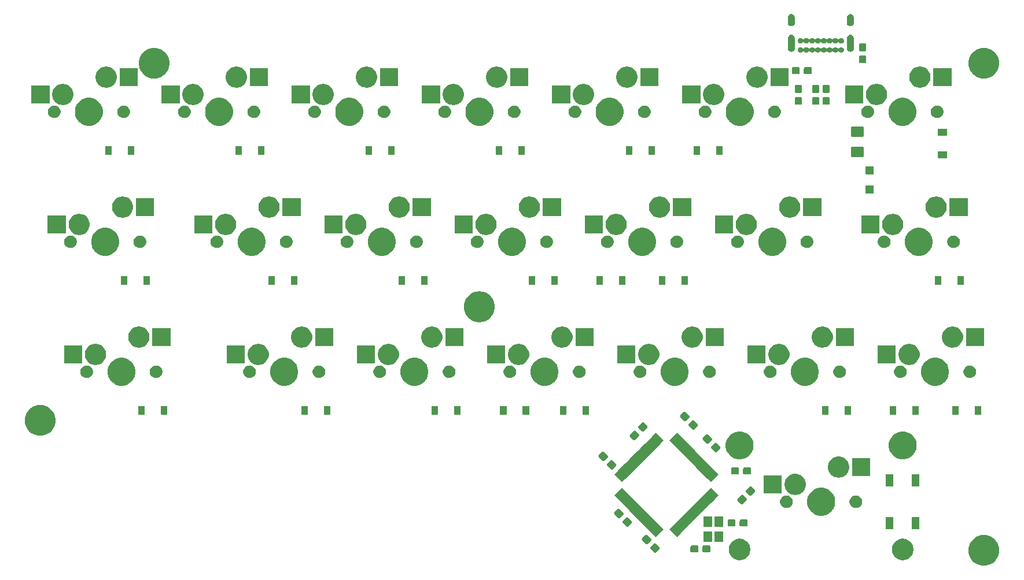
<source format=gbs>
G04 #@! TF.GenerationSoftware,KiCad,Pcbnew,5.1.5*
G04 #@! TF.CreationDate,2019-12-26T05:57:11+09:00*
G04 #@! TF.ProjectId,half_qwerty,68616c66-5f71-4776-9572-74792e6b6963,rev?*
G04 #@! TF.SameCoordinates,Original*
G04 #@! TF.FileFunction,Soldermask,Bot*
G04 #@! TF.FilePolarity,Negative*
%FSLAX46Y46*%
G04 Gerber Fmt 4.6, Leading zero omitted, Abs format (unit mm)*
G04 Created by KiCad (PCBNEW 5.1.5) date 2019-12-26 05:57:11*
%MOMM*%
%LPD*%
G04 APERTURE LIST*
%ADD10C,0.100000*%
G04 APERTURE END LIST*
D10*
G36*
X221732130Y-143016026D02*
G01*
X222112843Y-143091754D01*
X222522499Y-143261439D01*
X222891179Y-143507784D01*
X223204716Y-143821321D01*
X223451061Y-144190001D01*
X223620746Y-144599657D01*
X223686824Y-144931858D01*
X223707250Y-145034545D01*
X223707250Y-145477955D01*
X223699545Y-145516689D01*
X223620746Y-145912843D01*
X223451061Y-146322499D01*
X223204716Y-146691179D01*
X222891179Y-147004716D01*
X222522499Y-147251061D01*
X222112843Y-147420746D01*
X221732130Y-147496474D01*
X221677955Y-147507250D01*
X221234545Y-147507250D01*
X221180370Y-147496474D01*
X220799657Y-147420746D01*
X220390001Y-147251061D01*
X220021321Y-147004716D01*
X219707784Y-146691179D01*
X219461439Y-146322499D01*
X219291754Y-145912843D01*
X219212955Y-145516689D01*
X219205250Y-145477955D01*
X219205250Y-145034545D01*
X219225676Y-144931858D01*
X219291754Y-144599657D01*
X219461439Y-144190001D01*
X219707784Y-143821321D01*
X220021321Y-143507784D01*
X220390001Y-143261439D01*
X220799657Y-143091754D01*
X221180370Y-143016026D01*
X221234545Y-143005250D01*
X221677955Y-143005250D01*
X221732130Y-143016026D01*
G37*
G36*
X209837517Y-143542519D02*
G01*
X210041161Y-143583026D01*
X210111453Y-143612142D01*
X210327791Y-143701752D01*
X210327792Y-143701753D01*
X210585754Y-143874117D01*
X210805133Y-144093496D01*
X210903320Y-144240444D01*
X210977498Y-144351459D01*
X211042339Y-144508000D01*
X211096224Y-144638089D01*
X211116516Y-144740104D01*
X211147200Y-144894362D01*
X211156750Y-144942376D01*
X211156750Y-145252624D01*
X211096224Y-145556911D01*
X211047046Y-145675637D01*
X210977498Y-145843541D01*
X210977497Y-145843542D01*
X210805133Y-146101504D01*
X210585754Y-146320883D01*
X210413389Y-146436053D01*
X210327791Y-146493248D01*
X210159887Y-146562796D01*
X210041161Y-146611974D01*
X209889017Y-146642237D01*
X209736875Y-146672500D01*
X209426625Y-146672500D01*
X209274483Y-146642237D01*
X209122339Y-146611974D01*
X209003613Y-146562796D01*
X208835709Y-146493248D01*
X208750111Y-146436053D01*
X208577746Y-146320883D01*
X208358367Y-146101504D01*
X208186003Y-145843542D01*
X208186002Y-145843541D01*
X208116454Y-145675637D01*
X208067276Y-145556911D01*
X208006750Y-145252624D01*
X208006750Y-144942376D01*
X208016301Y-144894362D01*
X208046984Y-144740104D01*
X208067276Y-144638089D01*
X208121161Y-144508000D01*
X208186002Y-144351459D01*
X208260180Y-144240444D01*
X208358367Y-144093496D01*
X208577746Y-143874117D01*
X208835708Y-143701753D01*
X208835709Y-143701752D01*
X209052047Y-143612142D01*
X209122339Y-143583026D01*
X209325983Y-143542519D01*
X209426625Y-143522500D01*
X209736875Y-143522500D01*
X209837517Y-143542519D01*
G37*
G36*
X185961517Y-143542519D02*
G01*
X186165161Y-143583026D01*
X186235453Y-143612142D01*
X186451791Y-143701752D01*
X186451792Y-143701753D01*
X186709754Y-143874117D01*
X186929133Y-144093496D01*
X187027320Y-144240444D01*
X187101498Y-144351459D01*
X187166339Y-144508000D01*
X187220224Y-144638089D01*
X187240516Y-144740104D01*
X187271200Y-144894362D01*
X187280750Y-144942376D01*
X187280750Y-145252624D01*
X187220224Y-145556911D01*
X187171046Y-145675637D01*
X187101498Y-145843541D01*
X187101497Y-145843542D01*
X186929133Y-146101504D01*
X186709754Y-146320883D01*
X186537389Y-146436053D01*
X186451791Y-146493248D01*
X186283887Y-146562796D01*
X186165161Y-146611974D01*
X186013017Y-146642237D01*
X185860875Y-146672500D01*
X185550625Y-146672500D01*
X185398483Y-146642237D01*
X185246339Y-146611974D01*
X185127613Y-146562796D01*
X184959709Y-146493248D01*
X184874111Y-146436053D01*
X184701746Y-146320883D01*
X184482367Y-146101504D01*
X184310003Y-145843542D01*
X184310002Y-145843541D01*
X184240454Y-145675637D01*
X184191276Y-145556911D01*
X184130750Y-145252624D01*
X184130750Y-144942376D01*
X184140301Y-144894362D01*
X184170984Y-144740104D01*
X184191276Y-144638089D01*
X184245161Y-144508000D01*
X184310002Y-144351459D01*
X184384180Y-144240444D01*
X184482367Y-144093496D01*
X184701746Y-143874117D01*
X184959708Y-143701753D01*
X184959709Y-143701752D01*
X185176047Y-143612142D01*
X185246339Y-143583026D01*
X185449983Y-143542519D01*
X185550625Y-143522500D01*
X185860875Y-143522500D01*
X185961517Y-143542519D01*
G37*
G36*
X173342362Y-144198981D02*
G01*
X173379858Y-144210356D01*
X173414417Y-144228828D01*
X173449481Y-144257604D01*
X173971832Y-144779955D01*
X174000608Y-144815019D01*
X174019080Y-144849578D01*
X174030455Y-144887074D01*
X174034295Y-144926073D01*
X174030455Y-144965072D01*
X174019080Y-145002568D01*
X174000608Y-145037127D01*
X173971832Y-145072191D01*
X173520191Y-145523832D01*
X173485127Y-145552608D01*
X173450568Y-145571080D01*
X173413072Y-145582455D01*
X173374073Y-145586295D01*
X173335074Y-145582455D01*
X173297578Y-145571080D01*
X173263019Y-145552608D01*
X173227955Y-145523832D01*
X172705604Y-145001481D01*
X172676828Y-144966417D01*
X172658356Y-144931858D01*
X172646981Y-144894362D01*
X172643141Y-144855363D01*
X172646981Y-144816364D01*
X172658356Y-144778868D01*
X172676828Y-144744309D01*
X172705604Y-144709245D01*
X173157245Y-144257604D01*
X173192309Y-144228828D01*
X173226868Y-144210356D01*
X173264364Y-144198981D01*
X173303363Y-144195141D01*
X173342362Y-144198981D01*
G37*
G36*
X181262500Y-144512445D02*
G01*
X181299996Y-144523820D01*
X181334555Y-144542292D01*
X181364848Y-144567153D01*
X181389709Y-144597446D01*
X181408181Y-144632005D01*
X181419556Y-144669501D01*
X181424001Y-144714638D01*
X181424001Y-145353362D01*
X181419556Y-145398499D01*
X181408181Y-145435995D01*
X181389709Y-145470554D01*
X181364848Y-145500847D01*
X181334555Y-145525708D01*
X181299996Y-145544180D01*
X181262500Y-145555555D01*
X181217363Y-145560000D01*
X180478639Y-145560000D01*
X180433502Y-145555555D01*
X180396006Y-145544180D01*
X180361447Y-145525708D01*
X180331154Y-145500847D01*
X180306293Y-145470554D01*
X180287821Y-145435995D01*
X180276446Y-145398499D01*
X180272001Y-145353362D01*
X180272001Y-144714638D01*
X180276446Y-144669501D01*
X180287821Y-144632005D01*
X180306293Y-144597446D01*
X180331154Y-144567153D01*
X180361447Y-144542292D01*
X180396006Y-144523820D01*
X180433502Y-144512445D01*
X180478639Y-144508000D01*
X181217363Y-144508000D01*
X181262500Y-144512445D01*
G37*
G36*
X179512500Y-144512445D02*
G01*
X179549996Y-144523820D01*
X179584555Y-144542292D01*
X179614848Y-144567153D01*
X179639709Y-144597446D01*
X179658181Y-144632005D01*
X179669556Y-144669501D01*
X179674001Y-144714638D01*
X179674001Y-145353362D01*
X179669556Y-145398499D01*
X179658181Y-145435995D01*
X179639709Y-145470554D01*
X179614848Y-145500847D01*
X179584555Y-145525708D01*
X179549996Y-145544180D01*
X179512500Y-145555555D01*
X179467363Y-145560000D01*
X178728639Y-145560000D01*
X178683502Y-145555555D01*
X178646006Y-145544180D01*
X178611447Y-145525708D01*
X178581154Y-145500847D01*
X178556293Y-145470554D01*
X178537821Y-145435995D01*
X178526446Y-145398499D01*
X178522001Y-145353362D01*
X178522001Y-144714638D01*
X178526446Y-144669501D01*
X178537821Y-144632005D01*
X178556293Y-144597446D01*
X178581154Y-144567153D01*
X178611447Y-144542292D01*
X178646006Y-144523820D01*
X178683502Y-144512445D01*
X178728639Y-144508000D01*
X179467363Y-144508000D01*
X179512500Y-144512445D01*
G37*
G36*
X172104926Y-142961545D02*
G01*
X172142422Y-142972920D01*
X172176981Y-142991392D01*
X172212045Y-143020168D01*
X172734396Y-143542519D01*
X172763172Y-143577583D01*
X172781644Y-143612142D01*
X172793019Y-143649638D01*
X172796859Y-143688637D01*
X172793019Y-143727636D01*
X172781644Y-143765132D01*
X172763172Y-143799691D01*
X172734396Y-143834755D01*
X172282755Y-144286396D01*
X172247691Y-144315172D01*
X172213132Y-144333644D01*
X172175636Y-144345019D01*
X172136637Y-144348859D01*
X172097638Y-144345019D01*
X172060142Y-144333644D01*
X172025583Y-144315172D01*
X171990519Y-144286396D01*
X171468168Y-143764045D01*
X171439392Y-143728981D01*
X171420920Y-143694422D01*
X171409545Y-143656926D01*
X171405705Y-143617927D01*
X171409545Y-143578928D01*
X171420920Y-143541432D01*
X171439392Y-143506873D01*
X171468168Y-143471809D01*
X171919809Y-143020168D01*
X171954873Y-142991392D01*
X171989432Y-142972920D01*
X172026928Y-142961545D01*
X172065927Y-142957705D01*
X172104926Y-142961545D01*
G37*
G36*
X181715000Y-143964000D02*
G01*
X180413000Y-143964000D01*
X180413000Y-142462000D01*
X181715000Y-142462000D01*
X181715000Y-143964000D01*
G37*
G36*
X183315000Y-143964000D02*
G01*
X182013000Y-143964000D01*
X182013000Y-142462000D01*
X183315000Y-142462000D01*
X183315000Y-143964000D01*
G37*
G36*
X182661845Y-137173958D02*
G01*
X182112424Y-137723379D01*
X181546738Y-138289064D01*
X181053177Y-138782626D01*
X178152626Y-141683177D01*
X177586940Y-142248862D01*
X177093379Y-142742424D01*
X176543958Y-143291845D01*
X175411173Y-142159060D01*
X175872206Y-141698027D01*
X175888471Y-141681763D01*
X175888480Y-141681752D01*
X177091954Y-140478278D01*
X177091965Y-140478269D01*
X177108230Y-140462005D01*
X177108229Y-140462004D01*
X177569262Y-140000971D01*
X177569263Y-140000972D01*
X177585527Y-139984707D01*
X177585536Y-139984696D01*
X178223325Y-139346907D01*
X178223336Y-139346898D01*
X178239601Y-139330634D01*
X178239600Y-139330633D01*
X178700633Y-138869600D01*
X178700634Y-138869601D01*
X178716898Y-138853336D01*
X178716907Y-138853325D01*
X179354696Y-138215536D01*
X179354707Y-138215527D01*
X179370972Y-138199263D01*
X179370971Y-138199262D01*
X179832004Y-137738229D01*
X179832005Y-137738230D01*
X179848269Y-137721965D01*
X179848278Y-137721954D01*
X181051752Y-136518480D01*
X181051763Y-136518471D01*
X181068027Y-136502206D01*
X181529060Y-136041173D01*
X182661845Y-137173958D01*
G37*
G36*
X168960238Y-136518471D02*
G01*
X168960244Y-136518476D01*
X170163727Y-137721959D01*
X170163732Y-137721965D01*
X170657294Y-138215527D01*
X170657300Y-138215532D01*
X171295098Y-138853330D01*
X171295103Y-138853336D01*
X171788665Y-139346898D01*
X171788671Y-139346903D01*
X172426469Y-139984701D01*
X172426474Y-139984707D01*
X172920036Y-140478269D01*
X172920042Y-140478274D01*
X174123525Y-141681757D01*
X174123530Y-141681763D01*
X174600827Y-142159060D01*
X173468042Y-143291845D01*
X172918627Y-142742430D01*
X172918622Y-142742424D01*
X171859375Y-141683177D01*
X171859369Y-141683172D01*
X171221571Y-141045374D01*
X171221566Y-141045368D01*
X170728004Y-140551806D01*
X170727998Y-140551801D01*
X170090200Y-139914003D01*
X170090195Y-139913997D01*
X169596633Y-139420435D01*
X169596627Y-139420430D01*
X168958829Y-138782632D01*
X168958824Y-138782626D01*
X167899577Y-137723379D01*
X167899571Y-137723374D01*
X167350155Y-137173958D01*
X168482940Y-136041173D01*
X168960238Y-136518471D01*
G37*
G36*
X208201000Y-142163500D02*
G01*
X207099000Y-142163500D01*
X207099000Y-140361500D01*
X208201000Y-140361500D01*
X208201000Y-142163500D01*
G37*
G36*
X212001000Y-142163500D02*
G01*
X210899000Y-142163500D01*
X210899000Y-140361500D01*
X212001000Y-140361500D01*
X212001000Y-142163500D01*
G37*
G36*
X169278362Y-140388981D02*
G01*
X169315858Y-140400356D01*
X169350417Y-140418828D01*
X169385481Y-140447604D01*
X169907832Y-140969955D01*
X169936608Y-141005019D01*
X169955080Y-141039578D01*
X169966455Y-141077074D01*
X169970295Y-141116073D01*
X169966455Y-141155072D01*
X169955080Y-141192568D01*
X169936608Y-141227127D01*
X169907832Y-141262191D01*
X169456191Y-141713832D01*
X169421127Y-141742608D01*
X169386568Y-141761080D01*
X169349072Y-141772455D01*
X169310073Y-141776295D01*
X169271074Y-141772455D01*
X169233578Y-141761080D01*
X169199019Y-141742608D01*
X169163955Y-141713832D01*
X168641604Y-141191481D01*
X168612828Y-141156417D01*
X168594356Y-141121858D01*
X168582981Y-141084362D01*
X168579141Y-141045363D01*
X168582981Y-141006364D01*
X168594356Y-140968868D01*
X168612828Y-140934309D01*
X168641604Y-140899245D01*
X169093245Y-140447604D01*
X169128309Y-140418828D01*
X169162868Y-140400356D01*
X169200364Y-140388981D01*
X169239363Y-140385141D01*
X169278362Y-140388981D01*
G37*
G36*
X183315000Y-141764000D02*
G01*
X182013000Y-141764000D01*
X182013000Y-140262000D01*
X183315000Y-140262000D01*
X183315000Y-141764000D01*
G37*
G36*
X181715000Y-141764000D02*
G01*
X180413000Y-141764000D01*
X180413000Y-140262000D01*
X181715000Y-140262000D01*
X181715000Y-141764000D01*
G37*
G36*
X186709499Y-140702445D02*
G01*
X186746995Y-140713820D01*
X186781554Y-140732292D01*
X186811847Y-140757153D01*
X186836708Y-140787446D01*
X186855180Y-140822005D01*
X186866555Y-140859501D01*
X186871000Y-140904638D01*
X186871000Y-141543362D01*
X186866555Y-141588499D01*
X186855180Y-141625995D01*
X186836708Y-141660554D01*
X186811847Y-141690847D01*
X186781554Y-141715708D01*
X186746995Y-141734180D01*
X186709499Y-141745555D01*
X186664362Y-141750000D01*
X185925638Y-141750000D01*
X185880501Y-141745555D01*
X185843005Y-141734180D01*
X185808446Y-141715708D01*
X185778153Y-141690847D01*
X185753292Y-141660554D01*
X185734820Y-141625995D01*
X185723445Y-141588499D01*
X185719000Y-141543362D01*
X185719000Y-140904638D01*
X185723445Y-140859501D01*
X185734820Y-140822005D01*
X185753292Y-140787446D01*
X185778153Y-140757153D01*
X185808446Y-140732292D01*
X185843005Y-140713820D01*
X185880501Y-140702445D01*
X185925638Y-140698000D01*
X186664362Y-140698000D01*
X186709499Y-140702445D01*
G37*
G36*
X184959499Y-140702445D02*
G01*
X184996995Y-140713820D01*
X185031554Y-140732292D01*
X185061847Y-140757153D01*
X185086708Y-140787446D01*
X185105180Y-140822005D01*
X185116555Y-140859501D01*
X185121000Y-140904638D01*
X185121000Y-141543362D01*
X185116555Y-141588499D01*
X185105180Y-141625995D01*
X185086708Y-141660554D01*
X185061847Y-141690847D01*
X185031554Y-141715708D01*
X184996995Y-141734180D01*
X184959499Y-141745555D01*
X184914362Y-141750000D01*
X184175638Y-141750000D01*
X184130501Y-141745555D01*
X184093005Y-141734180D01*
X184058446Y-141715708D01*
X184028153Y-141690847D01*
X184003292Y-141660554D01*
X183984820Y-141625995D01*
X183973445Y-141588499D01*
X183969000Y-141543362D01*
X183969000Y-140904638D01*
X183973445Y-140859501D01*
X183984820Y-140822005D01*
X184003292Y-140787446D01*
X184028153Y-140757153D01*
X184058446Y-140732292D01*
X184093005Y-140713820D01*
X184130501Y-140702445D01*
X184175638Y-140698000D01*
X184914362Y-140698000D01*
X184959499Y-140702445D01*
G37*
G36*
X168040926Y-139151545D02*
G01*
X168078422Y-139162920D01*
X168112981Y-139181392D01*
X168148045Y-139210168D01*
X168670396Y-139732519D01*
X168699172Y-139767583D01*
X168717644Y-139802142D01*
X168729019Y-139839638D01*
X168732859Y-139878637D01*
X168729019Y-139917636D01*
X168717644Y-139955132D01*
X168699172Y-139989691D01*
X168670396Y-140024755D01*
X168218755Y-140476396D01*
X168183691Y-140505172D01*
X168149132Y-140523644D01*
X168111636Y-140535019D01*
X168072637Y-140538859D01*
X168033638Y-140535019D01*
X167996142Y-140523644D01*
X167961583Y-140505172D01*
X167926519Y-140476396D01*
X167404168Y-139954045D01*
X167375392Y-139918981D01*
X167356920Y-139884422D01*
X167345545Y-139846926D01*
X167341705Y-139807927D01*
X167345545Y-139768928D01*
X167356920Y-139731432D01*
X167375392Y-139696873D01*
X167404168Y-139661809D01*
X167855809Y-139210168D01*
X167890873Y-139181392D01*
X167925432Y-139162920D01*
X167962928Y-139151545D01*
X168001927Y-139147705D01*
X168040926Y-139151545D01*
G37*
G36*
X198240224Y-136146184D02*
G01*
X198458224Y-136236483D01*
X198612373Y-136300333D01*
X198947298Y-136524123D01*
X199232127Y-136808952D01*
X199455917Y-137143877D01*
X199494431Y-137236859D01*
X199610066Y-137516026D01*
X199688650Y-137911094D01*
X199688650Y-138313906D01*
X199610066Y-138708974D01*
X199550269Y-138853336D01*
X199455917Y-139081123D01*
X199232127Y-139416048D01*
X198947298Y-139700877D01*
X198612373Y-139924667D01*
X198480518Y-139979283D01*
X198240224Y-140078816D01*
X197845156Y-140157400D01*
X197442344Y-140157400D01*
X197047276Y-140078816D01*
X196806982Y-139979283D01*
X196675127Y-139924667D01*
X196340202Y-139700877D01*
X196055373Y-139416048D01*
X195831583Y-139081123D01*
X195737231Y-138853336D01*
X195677434Y-138708974D01*
X195598850Y-138313906D01*
X195598850Y-137911094D01*
X195677434Y-137516026D01*
X195793069Y-137236859D01*
X195831583Y-137143877D01*
X196055373Y-136808952D01*
X196340202Y-136524123D01*
X196675127Y-136300333D01*
X196829276Y-136236483D01*
X197047276Y-136146184D01*
X197442344Y-136067600D01*
X197845156Y-136067600D01*
X198240224Y-136146184D01*
G37*
G36*
X202993854Y-137222085D02*
G01*
X203162376Y-137291889D01*
X203314041Y-137393228D01*
X203443022Y-137522209D01*
X203544361Y-137673874D01*
X203614165Y-137842396D01*
X203649750Y-138021297D01*
X203649750Y-138203703D01*
X203614165Y-138382604D01*
X203544361Y-138551126D01*
X203443022Y-138702791D01*
X203314041Y-138831772D01*
X203162376Y-138933111D01*
X202993854Y-139002915D01*
X202814953Y-139038500D01*
X202632547Y-139038500D01*
X202453646Y-139002915D01*
X202285124Y-138933111D01*
X202133459Y-138831772D01*
X202004478Y-138702791D01*
X201903139Y-138551126D01*
X201833335Y-138382604D01*
X201797750Y-138203703D01*
X201797750Y-138021297D01*
X201833335Y-137842396D01*
X201903139Y-137673874D01*
X202004478Y-137522209D01*
X202133459Y-137393228D01*
X202285124Y-137291889D01*
X202453646Y-137222085D01*
X202632547Y-137186500D01*
X202814953Y-137186500D01*
X202993854Y-137222085D01*
G37*
G36*
X192833854Y-137222085D02*
G01*
X193002376Y-137291889D01*
X193154041Y-137393228D01*
X193283022Y-137522209D01*
X193384361Y-137673874D01*
X193454165Y-137842396D01*
X193489750Y-138021297D01*
X193489750Y-138203703D01*
X193454165Y-138382604D01*
X193384361Y-138551126D01*
X193283022Y-138702791D01*
X193154041Y-138831772D01*
X193002376Y-138933111D01*
X192833854Y-139002915D01*
X192654953Y-139038500D01*
X192472547Y-139038500D01*
X192293646Y-139002915D01*
X192125124Y-138933111D01*
X191973459Y-138831772D01*
X191844478Y-138702791D01*
X191743139Y-138551126D01*
X191673335Y-138382604D01*
X191637750Y-138203703D01*
X191637750Y-138021297D01*
X191673335Y-137842396D01*
X191743139Y-137673874D01*
X191844478Y-137522209D01*
X191973459Y-137393228D01*
X192125124Y-137291889D01*
X192293646Y-137222085D01*
X192472547Y-137186500D01*
X192654953Y-137186500D01*
X192833854Y-137222085D01*
G37*
G36*
X186145636Y-137086981D02*
G01*
X186183132Y-137098356D01*
X186217691Y-137116828D01*
X186252755Y-137145604D01*
X186704396Y-137597245D01*
X186733172Y-137632309D01*
X186751644Y-137666868D01*
X186763019Y-137704364D01*
X186766859Y-137743363D01*
X186763019Y-137782362D01*
X186751644Y-137819858D01*
X186733172Y-137854417D01*
X186704396Y-137889481D01*
X186182045Y-138411832D01*
X186146981Y-138440608D01*
X186112422Y-138459080D01*
X186074926Y-138470455D01*
X186035927Y-138474295D01*
X185996928Y-138470455D01*
X185959432Y-138459080D01*
X185924873Y-138440608D01*
X185889809Y-138411832D01*
X185438168Y-137960191D01*
X185409392Y-137925127D01*
X185390920Y-137890568D01*
X185379545Y-137853072D01*
X185375705Y-137814073D01*
X185379545Y-137775074D01*
X185390920Y-137737578D01*
X185409392Y-137703019D01*
X185438168Y-137667955D01*
X185960519Y-137145604D01*
X185995583Y-137116828D01*
X186030142Y-137098356D01*
X186067638Y-137086981D01*
X186106637Y-137083141D01*
X186145636Y-137086981D01*
G37*
G36*
X187383072Y-135849545D02*
G01*
X187420568Y-135860920D01*
X187455127Y-135879392D01*
X187490191Y-135908168D01*
X187941832Y-136359809D01*
X187970608Y-136394873D01*
X187989080Y-136429432D01*
X188000455Y-136466928D01*
X188004295Y-136505927D01*
X188000455Y-136544926D01*
X187989080Y-136582422D01*
X187970608Y-136616981D01*
X187941832Y-136652045D01*
X187419481Y-137174396D01*
X187384417Y-137203172D01*
X187349858Y-137221644D01*
X187312362Y-137233019D01*
X187273363Y-137236859D01*
X187234364Y-137233019D01*
X187196868Y-137221644D01*
X187162309Y-137203172D01*
X187127245Y-137174396D01*
X186675604Y-136722755D01*
X186646828Y-136687691D01*
X186628356Y-136653132D01*
X186616981Y-136615636D01*
X186613141Y-136576637D01*
X186616981Y-136537638D01*
X186628356Y-136500142D01*
X186646828Y-136465583D01*
X186675604Y-136430519D01*
X187197955Y-135908168D01*
X187233019Y-135879392D01*
X187267578Y-135860920D01*
X187305074Y-135849545D01*
X187344073Y-135845705D01*
X187383072Y-135849545D01*
G37*
G36*
X194082301Y-134040554D02*
G01*
X194286160Y-134081104D01*
X194568424Y-134198021D01*
X194822455Y-134367759D01*
X195038491Y-134583795D01*
X195208229Y-134837826D01*
X195325146Y-135120090D01*
X195384750Y-135419740D01*
X195384750Y-135725260D01*
X195325146Y-136024910D01*
X195208229Y-136307174D01*
X195038491Y-136561205D01*
X194822455Y-136777241D01*
X194568424Y-136946979D01*
X194286160Y-137063896D01*
X194136335Y-137093698D01*
X193986511Y-137123500D01*
X193680989Y-137123500D01*
X193531165Y-137093698D01*
X193381340Y-137063896D01*
X193099076Y-136946979D01*
X192845045Y-136777241D01*
X192629009Y-136561205D01*
X192459271Y-136307174D01*
X192342354Y-136024910D01*
X192282750Y-135725260D01*
X192282750Y-135419740D01*
X192342354Y-135120090D01*
X192459271Y-134837826D01*
X192629009Y-134583795D01*
X192845045Y-134367759D01*
X193099076Y-134198021D01*
X193381340Y-134081104D01*
X193585199Y-134040554D01*
X193680989Y-134021500D01*
X193986511Y-134021500D01*
X194082301Y-134040554D01*
G37*
G36*
X191884750Y-136873500D02*
G01*
X189232750Y-136873500D01*
X189232750Y-134271500D01*
X191884750Y-134271500D01*
X191884750Y-136873500D01*
G37*
G36*
X208201000Y-135863500D02*
G01*
X207099000Y-135863500D01*
X207099000Y-134061500D01*
X208201000Y-134061500D01*
X208201000Y-135863500D01*
G37*
G36*
X212001000Y-135863500D02*
G01*
X210899000Y-135863500D01*
X210899000Y-134061500D01*
X212001000Y-134061500D01*
X212001000Y-135863500D01*
G37*
G36*
X177093374Y-128529571D02*
G01*
X177093379Y-128529577D01*
X178152626Y-129588824D01*
X178152632Y-129588829D01*
X178790430Y-130226627D01*
X178790435Y-130226633D01*
X179283997Y-130720195D01*
X179284003Y-130720200D01*
X179921801Y-131357998D01*
X179921806Y-131358004D01*
X180415368Y-131851566D01*
X180415374Y-131851571D01*
X181053172Y-132489369D01*
X181053177Y-132489375D01*
X182112424Y-133548622D01*
X182112430Y-133548627D01*
X182661845Y-134098042D01*
X181529060Y-135230827D01*
X181051763Y-134753530D01*
X181051757Y-134753525D01*
X179848274Y-133550042D01*
X179848269Y-133550036D01*
X179354707Y-133056474D01*
X179354701Y-133056469D01*
X178716903Y-132418671D01*
X178716898Y-132418665D01*
X178223336Y-131925103D01*
X178223330Y-131925098D01*
X177585532Y-131287300D01*
X177585527Y-131287294D01*
X177091965Y-130793732D01*
X177091959Y-130793727D01*
X175888476Y-129590244D01*
X175888471Y-129590238D01*
X175411173Y-129112940D01*
X176543958Y-127980155D01*
X177093374Y-128529571D01*
G37*
G36*
X174600827Y-129112940D02*
G01*
X174123530Y-129590238D01*
X168960238Y-134753530D01*
X168482940Y-135230827D01*
X167350155Y-134098042D01*
X167899566Y-133548631D01*
X167899577Y-133548622D01*
X167915841Y-133532357D01*
X168942559Y-132505639D01*
X168958824Y-132489375D01*
X168958833Y-132489364D01*
X169596622Y-131851575D01*
X169596633Y-131851566D01*
X169612898Y-131835302D01*
X169612897Y-131835301D01*
X170073930Y-131374268D01*
X170073931Y-131374269D01*
X170090195Y-131358004D01*
X170090204Y-131357993D01*
X170727993Y-130720204D01*
X170728004Y-130720195D01*
X170744269Y-130703931D01*
X170744268Y-130703930D01*
X171205301Y-130242897D01*
X171205302Y-130242898D01*
X171221566Y-130226633D01*
X171221575Y-130226622D01*
X171859364Y-129588833D01*
X171859375Y-129588824D01*
X171875639Y-129572559D01*
X172902357Y-128545841D01*
X172918622Y-128529577D01*
X172918631Y-128529566D01*
X173468042Y-127980155D01*
X174600827Y-129112940D01*
G37*
G36*
X200412609Y-131496637D02*
G01*
X200636160Y-131541104D01*
X200918424Y-131658021D01*
X201172455Y-131827759D01*
X201388491Y-132043795D01*
X201558229Y-132297826D01*
X201675146Y-132580090D01*
X201685755Y-132633427D01*
X201734750Y-132879739D01*
X201734750Y-133185261D01*
X201731419Y-133202005D01*
X201675146Y-133484910D01*
X201558229Y-133767174D01*
X201388491Y-134021205D01*
X201172455Y-134237241D01*
X200918424Y-134406979D01*
X200636160Y-134523896D01*
X200486335Y-134553698D01*
X200336511Y-134583500D01*
X200030989Y-134583500D01*
X199881165Y-134553698D01*
X199731340Y-134523896D01*
X199449076Y-134406979D01*
X199195045Y-134237241D01*
X198979009Y-134021205D01*
X198809271Y-133767174D01*
X198692354Y-133484910D01*
X198636081Y-133202005D01*
X198632750Y-133185261D01*
X198632750Y-132879739D01*
X198681745Y-132633427D01*
X198692354Y-132580090D01*
X198809271Y-132297826D01*
X198979009Y-132043795D01*
X199195045Y-131827759D01*
X199449076Y-131658021D01*
X199731340Y-131541104D01*
X199954891Y-131496637D01*
X200030989Y-131481500D01*
X200336511Y-131481500D01*
X200412609Y-131496637D01*
G37*
G36*
X204811750Y-134333500D02*
G01*
X202159750Y-134333500D01*
X202159750Y-131731500D01*
X204811750Y-131731500D01*
X204811750Y-134333500D01*
G37*
G36*
X187217499Y-133082445D02*
G01*
X187254995Y-133093820D01*
X187289554Y-133112292D01*
X187319847Y-133137153D01*
X187344708Y-133167446D01*
X187363180Y-133202005D01*
X187374555Y-133239501D01*
X187379000Y-133284638D01*
X187379000Y-133923362D01*
X187374555Y-133968499D01*
X187363180Y-134005995D01*
X187344708Y-134040554D01*
X187319847Y-134070847D01*
X187289554Y-134095708D01*
X187254995Y-134114180D01*
X187217499Y-134125555D01*
X187172362Y-134130000D01*
X186433638Y-134130000D01*
X186388501Y-134125555D01*
X186351005Y-134114180D01*
X186316446Y-134095708D01*
X186286153Y-134070847D01*
X186261292Y-134040554D01*
X186242820Y-134005995D01*
X186231445Y-133968499D01*
X186227000Y-133923362D01*
X186227000Y-133284638D01*
X186231445Y-133239501D01*
X186242820Y-133202005D01*
X186261292Y-133167446D01*
X186286153Y-133137153D01*
X186316446Y-133112292D01*
X186351005Y-133093820D01*
X186388501Y-133082445D01*
X186433638Y-133078000D01*
X187172362Y-133078000D01*
X187217499Y-133082445D01*
G37*
G36*
X185467499Y-133082445D02*
G01*
X185504995Y-133093820D01*
X185539554Y-133112292D01*
X185569847Y-133137153D01*
X185594708Y-133167446D01*
X185613180Y-133202005D01*
X185624555Y-133239501D01*
X185629000Y-133284638D01*
X185629000Y-133923362D01*
X185624555Y-133968499D01*
X185613180Y-134005995D01*
X185594708Y-134040554D01*
X185569847Y-134070847D01*
X185539554Y-134095708D01*
X185504995Y-134114180D01*
X185467499Y-134125555D01*
X185422362Y-134130000D01*
X184683638Y-134130000D01*
X184638501Y-134125555D01*
X184601005Y-134114180D01*
X184566446Y-134095708D01*
X184536153Y-134070847D01*
X184511292Y-134040554D01*
X184492820Y-134005995D01*
X184481445Y-133968499D01*
X184477000Y-133923362D01*
X184477000Y-133284638D01*
X184481445Y-133239501D01*
X184492820Y-133202005D01*
X184511292Y-133167446D01*
X184536153Y-133137153D01*
X184566446Y-133112292D01*
X184601005Y-133093820D01*
X184638501Y-133082445D01*
X184683638Y-133078000D01*
X185422362Y-133078000D01*
X185467499Y-133082445D01*
G37*
G36*
X166992362Y-132006981D02*
G01*
X167029858Y-132018356D01*
X167064417Y-132036828D01*
X167099481Y-132065604D01*
X167621832Y-132587955D01*
X167650608Y-132623019D01*
X167669080Y-132657578D01*
X167680455Y-132695074D01*
X167684295Y-132734073D01*
X167680455Y-132773072D01*
X167669080Y-132810568D01*
X167650608Y-132845127D01*
X167621832Y-132880191D01*
X167170191Y-133331832D01*
X167135127Y-133360608D01*
X167100568Y-133379080D01*
X167063072Y-133390455D01*
X167024073Y-133394295D01*
X166985074Y-133390455D01*
X166947578Y-133379080D01*
X166913019Y-133360608D01*
X166877955Y-133331832D01*
X166355604Y-132809481D01*
X166326828Y-132774417D01*
X166308356Y-132739858D01*
X166296981Y-132702362D01*
X166293141Y-132663363D01*
X166296981Y-132624364D01*
X166308356Y-132586868D01*
X166326828Y-132552309D01*
X166355604Y-132517245D01*
X166807245Y-132065604D01*
X166842309Y-132036828D01*
X166876868Y-132018356D01*
X166914364Y-132006981D01*
X166953363Y-132003141D01*
X166992362Y-132006981D01*
G37*
G36*
X165754926Y-130769545D02*
G01*
X165792422Y-130780920D01*
X165826981Y-130799392D01*
X165862045Y-130828168D01*
X166384396Y-131350519D01*
X166413172Y-131385583D01*
X166431644Y-131420142D01*
X166443019Y-131457638D01*
X166446859Y-131496637D01*
X166443019Y-131535636D01*
X166431644Y-131573132D01*
X166413172Y-131607691D01*
X166384396Y-131642755D01*
X165932755Y-132094396D01*
X165897691Y-132123172D01*
X165863132Y-132141644D01*
X165825636Y-132153019D01*
X165786637Y-132156859D01*
X165747638Y-132153019D01*
X165710142Y-132141644D01*
X165675583Y-132123172D01*
X165640519Y-132094396D01*
X165118168Y-131572045D01*
X165089392Y-131536981D01*
X165070920Y-131502422D01*
X165059545Y-131464926D01*
X165055705Y-131425927D01*
X165059545Y-131386928D01*
X165070920Y-131349432D01*
X165089392Y-131314873D01*
X165118168Y-131279809D01*
X165569809Y-130828168D01*
X165604873Y-130799392D01*
X165639432Y-130780920D01*
X165676928Y-130769545D01*
X165715927Y-130765705D01*
X165754926Y-130769545D01*
G37*
G36*
X186302224Y-127891184D02*
G01*
X186517019Y-127980155D01*
X186674373Y-128045333D01*
X187009298Y-128269123D01*
X187294127Y-128553952D01*
X187517917Y-128888877D01*
X187517917Y-128888878D01*
X187672066Y-129261026D01*
X187750650Y-129656094D01*
X187750650Y-130058906D01*
X187672066Y-130453974D01*
X187581767Y-130671974D01*
X187517917Y-130826123D01*
X187294127Y-131161048D01*
X187009298Y-131445877D01*
X186674373Y-131669667D01*
X186643135Y-131682606D01*
X186302224Y-131823816D01*
X185907156Y-131902400D01*
X185504344Y-131902400D01*
X185109276Y-131823816D01*
X184768365Y-131682606D01*
X184737127Y-131669667D01*
X184402202Y-131445877D01*
X184117373Y-131161048D01*
X183893583Y-130826123D01*
X183829733Y-130671974D01*
X183739434Y-130453974D01*
X183660850Y-130058906D01*
X183660850Y-129656094D01*
X183739434Y-129261026D01*
X183893583Y-128888878D01*
X183893583Y-128888877D01*
X184117373Y-128553952D01*
X184402202Y-128269123D01*
X184737127Y-128045333D01*
X184894481Y-127980155D01*
X185109276Y-127891184D01*
X185504344Y-127812600D01*
X185907156Y-127812600D01*
X186302224Y-127891184D01*
G37*
G36*
X210178224Y-127891184D02*
G01*
X210393019Y-127980155D01*
X210550373Y-128045333D01*
X210885298Y-128269123D01*
X211170127Y-128553952D01*
X211393917Y-128888877D01*
X211393917Y-128888878D01*
X211548066Y-129261026D01*
X211626650Y-129656094D01*
X211626650Y-130058906D01*
X211548066Y-130453974D01*
X211457767Y-130671974D01*
X211393917Y-130826123D01*
X211170127Y-131161048D01*
X210885298Y-131445877D01*
X210550373Y-131669667D01*
X210519135Y-131682606D01*
X210178224Y-131823816D01*
X209783156Y-131902400D01*
X209380344Y-131902400D01*
X208985276Y-131823816D01*
X208644365Y-131682606D01*
X208613127Y-131669667D01*
X208278202Y-131445877D01*
X207993373Y-131161048D01*
X207769583Y-130826123D01*
X207705733Y-130671974D01*
X207615434Y-130453974D01*
X207536850Y-130058906D01*
X207536850Y-129656094D01*
X207615434Y-129261026D01*
X207769583Y-128888878D01*
X207769583Y-128888877D01*
X207993373Y-128553952D01*
X208278202Y-128269123D01*
X208613127Y-128045333D01*
X208770481Y-127980155D01*
X208985276Y-127891184D01*
X209380344Y-127812600D01*
X209783156Y-127812600D01*
X210178224Y-127891184D01*
G37*
G36*
X182232362Y-129466981D02*
G01*
X182269858Y-129478356D01*
X182304417Y-129496828D01*
X182339481Y-129525604D01*
X182861832Y-130047955D01*
X182890608Y-130083019D01*
X182909080Y-130117578D01*
X182920455Y-130155074D01*
X182924295Y-130194073D01*
X182920455Y-130233072D01*
X182909080Y-130270568D01*
X182890608Y-130305127D01*
X182861832Y-130340191D01*
X182410191Y-130791832D01*
X182375127Y-130820608D01*
X182340568Y-130839080D01*
X182303072Y-130850455D01*
X182264073Y-130854295D01*
X182225074Y-130850455D01*
X182187578Y-130839080D01*
X182153019Y-130820608D01*
X182117955Y-130791832D01*
X181595604Y-130269481D01*
X181566828Y-130234417D01*
X181548356Y-130199858D01*
X181536981Y-130162362D01*
X181533141Y-130123363D01*
X181536981Y-130084364D01*
X181548356Y-130046868D01*
X181566828Y-130012309D01*
X181595604Y-129977245D01*
X182047245Y-129525604D01*
X182082309Y-129496828D01*
X182116868Y-129478356D01*
X182154364Y-129466981D01*
X182193363Y-129463141D01*
X182232362Y-129466981D01*
G37*
G36*
X180994926Y-128229545D02*
G01*
X181032422Y-128240920D01*
X181066981Y-128259392D01*
X181102045Y-128288168D01*
X181624396Y-128810519D01*
X181653172Y-128845583D01*
X181671644Y-128880142D01*
X181683019Y-128917638D01*
X181686859Y-128956637D01*
X181683019Y-128995636D01*
X181671644Y-129033132D01*
X181653172Y-129067691D01*
X181624396Y-129102755D01*
X181172755Y-129554396D01*
X181137691Y-129583172D01*
X181103132Y-129601644D01*
X181065636Y-129613019D01*
X181026637Y-129616859D01*
X180987638Y-129613019D01*
X180950142Y-129601644D01*
X180915583Y-129583172D01*
X180880519Y-129554396D01*
X180358168Y-129032045D01*
X180329392Y-128996981D01*
X180310920Y-128962422D01*
X180299545Y-128924926D01*
X180295705Y-128885927D01*
X180299545Y-128846928D01*
X180310920Y-128809432D01*
X180329392Y-128774873D01*
X180358168Y-128739809D01*
X180809809Y-128288168D01*
X180844873Y-128259392D01*
X180879432Y-128240920D01*
X180916928Y-128229545D01*
X180955927Y-128225705D01*
X180994926Y-128229545D01*
G37*
G36*
X170397636Y-127688981D02*
G01*
X170435132Y-127700356D01*
X170469691Y-127718828D01*
X170504755Y-127747604D01*
X170956396Y-128199245D01*
X170985172Y-128234309D01*
X171003644Y-128268868D01*
X171015019Y-128306364D01*
X171018859Y-128345363D01*
X171015019Y-128384362D01*
X171003644Y-128421858D01*
X170985172Y-128456417D01*
X170956396Y-128491481D01*
X170434045Y-129013832D01*
X170398981Y-129042608D01*
X170364422Y-129061080D01*
X170326926Y-129072455D01*
X170287927Y-129076295D01*
X170248928Y-129072455D01*
X170211432Y-129061080D01*
X170176873Y-129042608D01*
X170141809Y-129013832D01*
X169690168Y-128562191D01*
X169661392Y-128527127D01*
X169642920Y-128492568D01*
X169631545Y-128455072D01*
X169627705Y-128416073D01*
X169631545Y-128377074D01*
X169642920Y-128339578D01*
X169661392Y-128305019D01*
X169690168Y-128269955D01*
X170212519Y-127747604D01*
X170247583Y-127718828D01*
X170282142Y-127700356D01*
X170319638Y-127688981D01*
X170358637Y-127685141D01*
X170397636Y-127688981D01*
G37*
G36*
X83619630Y-123966026D02*
G01*
X84000343Y-124041754D01*
X84409999Y-124211439D01*
X84778679Y-124457784D01*
X85092216Y-124771321D01*
X85338561Y-125140001D01*
X85508246Y-125549657D01*
X85594750Y-125984546D01*
X85594750Y-126427954D01*
X85508246Y-126862843D01*
X85338561Y-127272499D01*
X85092216Y-127641179D01*
X84778679Y-127954716D01*
X84409999Y-128201061D01*
X84000343Y-128370746D01*
X83621967Y-128446009D01*
X83565455Y-128457250D01*
X83122045Y-128457250D01*
X83065533Y-128446009D01*
X82687157Y-128370746D01*
X82277501Y-128201061D01*
X81908821Y-127954716D01*
X81595284Y-127641179D01*
X81348939Y-127272499D01*
X81179254Y-126862843D01*
X81092750Y-126427954D01*
X81092750Y-125984546D01*
X81179254Y-125549657D01*
X81348939Y-125140001D01*
X81595284Y-124771321D01*
X81908821Y-124457784D01*
X82277501Y-124211439D01*
X82687157Y-124041754D01*
X83067870Y-123966026D01*
X83122045Y-123955250D01*
X83565455Y-123955250D01*
X83619630Y-123966026D01*
G37*
G36*
X171635072Y-126451545D02*
G01*
X171672568Y-126462920D01*
X171707127Y-126481392D01*
X171742191Y-126510168D01*
X172193832Y-126961809D01*
X172222608Y-126996873D01*
X172241080Y-127031432D01*
X172252455Y-127068928D01*
X172256295Y-127107927D01*
X172252455Y-127146926D01*
X172241080Y-127184422D01*
X172222608Y-127218981D01*
X172193832Y-127254045D01*
X171671481Y-127776396D01*
X171636417Y-127805172D01*
X171601858Y-127823644D01*
X171564362Y-127835019D01*
X171525363Y-127838859D01*
X171486364Y-127835019D01*
X171448868Y-127823644D01*
X171414309Y-127805172D01*
X171379245Y-127776396D01*
X170927604Y-127324755D01*
X170898828Y-127289691D01*
X170880356Y-127255132D01*
X170868981Y-127217636D01*
X170865141Y-127178637D01*
X170868981Y-127139638D01*
X170880356Y-127102142D01*
X170898828Y-127067583D01*
X170927604Y-127032519D01*
X171449955Y-126510168D01*
X171485019Y-126481392D01*
X171519578Y-126462920D01*
X171557074Y-126451545D01*
X171596073Y-126447705D01*
X171635072Y-126451545D01*
G37*
G36*
X178930362Y-126164981D02*
G01*
X178967858Y-126176356D01*
X179002417Y-126194828D01*
X179037481Y-126223604D01*
X179559832Y-126745955D01*
X179588608Y-126781019D01*
X179607080Y-126815578D01*
X179618455Y-126853074D01*
X179622295Y-126892073D01*
X179618455Y-126931072D01*
X179607080Y-126968568D01*
X179588608Y-127003127D01*
X179559832Y-127038191D01*
X179108191Y-127489832D01*
X179073127Y-127518608D01*
X179038568Y-127537080D01*
X179001072Y-127548455D01*
X178962073Y-127552295D01*
X178923074Y-127548455D01*
X178885578Y-127537080D01*
X178851019Y-127518608D01*
X178815955Y-127489832D01*
X178293604Y-126967481D01*
X178264828Y-126932417D01*
X178246356Y-126897858D01*
X178234981Y-126860362D01*
X178231141Y-126821363D01*
X178234981Y-126782364D01*
X178246356Y-126744868D01*
X178264828Y-126710309D01*
X178293604Y-126675245D01*
X178745245Y-126223604D01*
X178780309Y-126194828D01*
X178814868Y-126176356D01*
X178852364Y-126164981D01*
X178891363Y-126161141D01*
X178930362Y-126164981D01*
G37*
G36*
X177692926Y-124927545D02*
G01*
X177730422Y-124938920D01*
X177764981Y-124957392D01*
X177800045Y-124986168D01*
X178322396Y-125508519D01*
X178351172Y-125543583D01*
X178369644Y-125578142D01*
X178381019Y-125615638D01*
X178384859Y-125654637D01*
X178381019Y-125693636D01*
X178369644Y-125731132D01*
X178351172Y-125765691D01*
X178322396Y-125800755D01*
X177870755Y-126252396D01*
X177835691Y-126281172D01*
X177801132Y-126299644D01*
X177763636Y-126311019D01*
X177724637Y-126314859D01*
X177685638Y-126311019D01*
X177648142Y-126299644D01*
X177613583Y-126281172D01*
X177578519Y-126252396D01*
X177056168Y-125730045D01*
X177027392Y-125694981D01*
X177008920Y-125660422D01*
X176997545Y-125622926D01*
X176993705Y-125583927D01*
X176997545Y-125544928D01*
X177008920Y-125507432D01*
X177027392Y-125472873D01*
X177056168Y-125437809D01*
X177507809Y-124986168D01*
X177542873Y-124957392D01*
X177577432Y-124938920D01*
X177614928Y-124927545D01*
X177653927Y-124923705D01*
X177692926Y-124927545D01*
G37*
G36*
X122549000Y-125365000D02*
G01*
X121547000Y-125365000D01*
X121547000Y-124063000D01*
X122549000Y-124063000D01*
X122549000Y-125365000D01*
G37*
G36*
X101973000Y-125365000D02*
G01*
X100971000Y-125365000D01*
X100971000Y-124063000D01*
X101973000Y-124063000D01*
X101973000Y-125365000D01*
G37*
G36*
X98673000Y-125365000D02*
G01*
X97671000Y-125365000D01*
X97671000Y-124063000D01*
X98673000Y-124063000D01*
X98673000Y-125365000D01*
G37*
G36*
X144899000Y-125365000D02*
G01*
X143897000Y-125365000D01*
X143897000Y-124063000D01*
X144899000Y-124063000D01*
X144899000Y-125365000D01*
G37*
G36*
X141599000Y-125365000D02*
G01*
X140597000Y-125365000D01*
X140597000Y-124063000D01*
X141599000Y-124063000D01*
X141599000Y-125365000D01*
G37*
G36*
X163695000Y-125365000D02*
G01*
X162693000Y-125365000D01*
X162693000Y-124063000D01*
X163695000Y-124063000D01*
X163695000Y-125365000D01*
G37*
G36*
X160395000Y-125365000D02*
G01*
X159393000Y-125365000D01*
X159393000Y-124063000D01*
X160395000Y-124063000D01*
X160395000Y-125365000D01*
G37*
G36*
X125849000Y-125365000D02*
G01*
X124847000Y-125365000D01*
X124847000Y-124063000D01*
X125849000Y-124063000D01*
X125849000Y-125365000D01*
G37*
G36*
X154933000Y-125365000D02*
G01*
X153931000Y-125365000D01*
X153931000Y-124063000D01*
X154933000Y-124063000D01*
X154933000Y-125365000D01*
G37*
G36*
X151633000Y-125365000D02*
G01*
X150631000Y-125365000D01*
X150631000Y-124063000D01*
X151633000Y-124063000D01*
X151633000Y-125365000D01*
G37*
G36*
X202049000Y-125365000D02*
G01*
X201047000Y-125365000D01*
X201047000Y-124063000D01*
X202049000Y-124063000D01*
X202049000Y-125365000D01*
G37*
G36*
X198749000Y-125365000D02*
G01*
X197747000Y-125365000D01*
X197747000Y-124063000D01*
X198749000Y-124063000D01*
X198749000Y-125365000D01*
G37*
G36*
X221099000Y-125365000D02*
G01*
X220097000Y-125365000D01*
X220097000Y-124063000D01*
X221099000Y-124063000D01*
X221099000Y-125365000D01*
G37*
G36*
X217799000Y-125365000D02*
G01*
X216797000Y-125365000D01*
X216797000Y-124063000D01*
X217799000Y-124063000D01*
X217799000Y-125365000D01*
G37*
G36*
X211955000Y-125365000D02*
G01*
X210953000Y-125365000D01*
X210953000Y-124063000D01*
X211955000Y-124063000D01*
X211955000Y-125365000D01*
G37*
G36*
X208655000Y-125365000D02*
G01*
X207653000Y-125365000D01*
X207653000Y-124063000D01*
X208655000Y-124063000D01*
X208655000Y-125365000D01*
G37*
G36*
X214908974Y-117096184D02*
G01*
X215126974Y-117186483D01*
X215281123Y-117250333D01*
X215616048Y-117474123D01*
X215900877Y-117758952D01*
X216124667Y-118093877D01*
X216157062Y-118172086D01*
X216278816Y-118466026D01*
X216357400Y-118861094D01*
X216357400Y-119263906D01*
X216278816Y-119658974D01*
X216227951Y-119781772D01*
X216124667Y-120031123D01*
X215900877Y-120366048D01*
X215616048Y-120650877D01*
X215281123Y-120874667D01*
X215126974Y-120938517D01*
X214908974Y-121028816D01*
X214513906Y-121107400D01*
X214111094Y-121107400D01*
X213716026Y-121028816D01*
X213498026Y-120938517D01*
X213343877Y-120874667D01*
X213008952Y-120650877D01*
X212724123Y-120366048D01*
X212500333Y-120031123D01*
X212397049Y-119781772D01*
X212346184Y-119658974D01*
X212267600Y-119263906D01*
X212267600Y-118861094D01*
X212346184Y-118466026D01*
X212467938Y-118172086D01*
X212500333Y-118093877D01*
X212724123Y-117758952D01*
X213008952Y-117474123D01*
X213343877Y-117250333D01*
X213498026Y-117186483D01*
X213716026Y-117096184D01*
X214111094Y-117017600D01*
X214513906Y-117017600D01*
X214908974Y-117096184D01*
G37*
G36*
X195858974Y-117096184D02*
G01*
X196076974Y-117186483D01*
X196231123Y-117250333D01*
X196566048Y-117474123D01*
X196850877Y-117758952D01*
X197074667Y-118093877D01*
X197107062Y-118172086D01*
X197228816Y-118466026D01*
X197307400Y-118861094D01*
X197307400Y-119263906D01*
X197228816Y-119658974D01*
X197177951Y-119781772D01*
X197074667Y-120031123D01*
X196850877Y-120366048D01*
X196566048Y-120650877D01*
X196231123Y-120874667D01*
X196076974Y-120938517D01*
X195858974Y-121028816D01*
X195463906Y-121107400D01*
X195061094Y-121107400D01*
X194666026Y-121028816D01*
X194448026Y-120938517D01*
X194293877Y-120874667D01*
X193958952Y-120650877D01*
X193674123Y-120366048D01*
X193450333Y-120031123D01*
X193347049Y-119781772D01*
X193296184Y-119658974D01*
X193217600Y-119263906D01*
X193217600Y-118861094D01*
X193296184Y-118466026D01*
X193417938Y-118172086D01*
X193450333Y-118093877D01*
X193674123Y-117758952D01*
X193958952Y-117474123D01*
X194293877Y-117250333D01*
X194448026Y-117186483D01*
X194666026Y-117096184D01*
X195061094Y-117017600D01*
X195463906Y-117017600D01*
X195858974Y-117096184D01*
G37*
G36*
X157758974Y-117096184D02*
G01*
X157976974Y-117186483D01*
X158131123Y-117250333D01*
X158466048Y-117474123D01*
X158750877Y-117758952D01*
X158974667Y-118093877D01*
X159007062Y-118172086D01*
X159128816Y-118466026D01*
X159207400Y-118861094D01*
X159207400Y-119263906D01*
X159128816Y-119658974D01*
X159077951Y-119781772D01*
X158974667Y-120031123D01*
X158750877Y-120366048D01*
X158466048Y-120650877D01*
X158131123Y-120874667D01*
X157976974Y-120938517D01*
X157758974Y-121028816D01*
X157363906Y-121107400D01*
X156961094Y-121107400D01*
X156566026Y-121028816D01*
X156348026Y-120938517D01*
X156193877Y-120874667D01*
X155858952Y-120650877D01*
X155574123Y-120366048D01*
X155350333Y-120031123D01*
X155247049Y-119781772D01*
X155196184Y-119658974D01*
X155117600Y-119263906D01*
X155117600Y-118861094D01*
X155196184Y-118466026D01*
X155317938Y-118172086D01*
X155350333Y-118093877D01*
X155574123Y-117758952D01*
X155858952Y-117474123D01*
X156193877Y-117250333D01*
X156348026Y-117186483D01*
X156566026Y-117096184D01*
X156961094Y-117017600D01*
X157363906Y-117017600D01*
X157758974Y-117096184D01*
G37*
G36*
X119658974Y-117096184D02*
G01*
X119876974Y-117186483D01*
X120031123Y-117250333D01*
X120366048Y-117474123D01*
X120650877Y-117758952D01*
X120874667Y-118093877D01*
X120907062Y-118172086D01*
X121028816Y-118466026D01*
X121107400Y-118861094D01*
X121107400Y-119263906D01*
X121028816Y-119658974D01*
X120977951Y-119781772D01*
X120874667Y-120031123D01*
X120650877Y-120366048D01*
X120366048Y-120650877D01*
X120031123Y-120874667D01*
X119876974Y-120938517D01*
X119658974Y-121028816D01*
X119263906Y-121107400D01*
X118861094Y-121107400D01*
X118466026Y-121028816D01*
X118248026Y-120938517D01*
X118093877Y-120874667D01*
X117758952Y-120650877D01*
X117474123Y-120366048D01*
X117250333Y-120031123D01*
X117147049Y-119781772D01*
X117096184Y-119658974D01*
X117017600Y-119263906D01*
X117017600Y-118861094D01*
X117096184Y-118466026D01*
X117217938Y-118172086D01*
X117250333Y-118093877D01*
X117474123Y-117758952D01*
X117758952Y-117474123D01*
X118093877Y-117250333D01*
X118248026Y-117186483D01*
X118466026Y-117096184D01*
X118861094Y-117017600D01*
X119263906Y-117017600D01*
X119658974Y-117096184D01*
G37*
G36*
X95846474Y-117096184D02*
G01*
X96064474Y-117186483D01*
X96218623Y-117250333D01*
X96553548Y-117474123D01*
X96838377Y-117758952D01*
X97062167Y-118093877D01*
X97094562Y-118172086D01*
X97216316Y-118466026D01*
X97294900Y-118861094D01*
X97294900Y-119263906D01*
X97216316Y-119658974D01*
X97165451Y-119781772D01*
X97062167Y-120031123D01*
X96838377Y-120366048D01*
X96553548Y-120650877D01*
X96218623Y-120874667D01*
X96064474Y-120938517D01*
X95846474Y-121028816D01*
X95451406Y-121107400D01*
X95048594Y-121107400D01*
X94653526Y-121028816D01*
X94435526Y-120938517D01*
X94281377Y-120874667D01*
X93946452Y-120650877D01*
X93661623Y-120366048D01*
X93437833Y-120031123D01*
X93334549Y-119781772D01*
X93283684Y-119658974D01*
X93205100Y-119263906D01*
X93205100Y-118861094D01*
X93283684Y-118466026D01*
X93405438Y-118172086D01*
X93437833Y-118093877D01*
X93661623Y-117758952D01*
X93946452Y-117474123D01*
X94281377Y-117250333D01*
X94435526Y-117186483D01*
X94653526Y-117096184D01*
X95048594Y-117017600D01*
X95451406Y-117017600D01*
X95846474Y-117096184D01*
G37*
G36*
X176808974Y-117096184D02*
G01*
X177026974Y-117186483D01*
X177181123Y-117250333D01*
X177516048Y-117474123D01*
X177800877Y-117758952D01*
X178024667Y-118093877D01*
X178057062Y-118172086D01*
X178178816Y-118466026D01*
X178257400Y-118861094D01*
X178257400Y-119263906D01*
X178178816Y-119658974D01*
X178127951Y-119781772D01*
X178024667Y-120031123D01*
X177800877Y-120366048D01*
X177516048Y-120650877D01*
X177181123Y-120874667D01*
X177026974Y-120938517D01*
X176808974Y-121028816D01*
X176413906Y-121107400D01*
X176011094Y-121107400D01*
X175616026Y-121028816D01*
X175398026Y-120938517D01*
X175243877Y-120874667D01*
X174908952Y-120650877D01*
X174624123Y-120366048D01*
X174400333Y-120031123D01*
X174297049Y-119781772D01*
X174246184Y-119658974D01*
X174167600Y-119263906D01*
X174167600Y-118861094D01*
X174246184Y-118466026D01*
X174367938Y-118172086D01*
X174400333Y-118093877D01*
X174624123Y-117758952D01*
X174908952Y-117474123D01*
X175243877Y-117250333D01*
X175398026Y-117186483D01*
X175616026Y-117096184D01*
X176011094Y-117017600D01*
X176413906Y-117017600D01*
X176808974Y-117096184D01*
G37*
G36*
X138708974Y-117096184D02*
G01*
X138926974Y-117186483D01*
X139081123Y-117250333D01*
X139416048Y-117474123D01*
X139700877Y-117758952D01*
X139924667Y-118093877D01*
X139957062Y-118172086D01*
X140078816Y-118466026D01*
X140157400Y-118861094D01*
X140157400Y-119263906D01*
X140078816Y-119658974D01*
X140027951Y-119781772D01*
X139924667Y-120031123D01*
X139700877Y-120366048D01*
X139416048Y-120650877D01*
X139081123Y-120874667D01*
X138926974Y-120938517D01*
X138708974Y-121028816D01*
X138313906Y-121107400D01*
X137911094Y-121107400D01*
X137516026Y-121028816D01*
X137298026Y-120938517D01*
X137143877Y-120874667D01*
X136808952Y-120650877D01*
X136524123Y-120366048D01*
X136300333Y-120031123D01*
X136197049Y-119781772D01*
X136146184Y-119658974D01*
X136067600Y-119263906D01*
X136067600Y-118861094D01*
X136146184Y-118466026D01*
X136267938Y-118172086D01*
X136300333Y-118093877D01*
X136524123Y-117758952D01*
X136808952Y-117474123D01*
X137143877Y-117250333D01*
X137298026Y-117186483D01*
X137516026Y-117096184D01*
X137911094Y-117017600D01*
X138313906Y-117017600D01*
X138708974Y-117096184D01*
G37*
G36*
X171402604Y-118172085D02*
G01*
X171571126Y-118241889D01*
X171722791Y-118343228D01*
X171851772Y-118472209D01*
X171953111Y-118623874D01*
X172022915Y-118792396D01*
X172058500Y-118971297D01*
X172058500Y-119153703D01*
X172022915Y-119332604D01*
X171953111Y-119501126D01*
X171851772Y-119652791D01*
X171722791Y-119781772D01*
X171571126Y-119883111D01*
X171402604Y-119952915D01*
X171223703Y-119988500D01*
X171041297Y-119988500D01*
X170862396Y-119952915D01*
X170693874Y-119883111D01*
X170542209Y-119781772D01*
X170413228Y-119652791D01*
X170311889Y-119501126D01*
X170242085Y-119332604D01*
X170206500Y-119153703D01*
X170206500Y-118971297D01*
X170242085Y-118792396D01*
X170311889Y-118623874D01*
X170413228Y-118472209D01*
X170542209Y-118343228D01*
X170693874Y-118241889D01*
X170862396Y-118172085D01*
X171041297Y-118136500D01*
X171223703Y-118136500D01*
X171402604Y-118172085D01*
G37*
G36*
X181562604Y-118172085D02*
G01*
X181731126Y-118241889D01*
X181882791Y-118343228D01*
X182011772Y-118472209D01*
X182113111Y-118623874D01*
X182182915Y-118792396D01*
X182218500Y-118971297D01*
X182218500Y-119153703D01*
X182182915Y-119332604D01*
X182113111Y-119501126D01*
X182011772Y-119652791D01*
X181882791Y-119781772D01*
X181731126Y-119883111D01*
X181562604Y-119952915D01*
X181383703Y-119988500D01*
X181201297Y-119988500D01*
X181022396Y-119952915D01*
X180853874Y-119883111D01*
X180702209Y-119781772D01*
X180573228Y-119652791D01*
X180471889Y-119501126D01*
X180402085Y-119332604D01*
X180366500Y-119153703D01*
X180366500Y-118971297D01*
X180402085Y-118792396D01*
X180471889Y-118623874D01*
X180573228Y-118472209D01*
X180702209Y-118343228D01*
X180853874Y-118241889D01*
X181022396Y-118172085D01*
X181201297Y-118136500D01*
X181383703Y-118136500D01*
X181562604Y-118172085D01*
G37*
G36*
X152352604Y-118172085D02*
G01*
X152521126Y-118241889D01*
X152672791Y-118343228D01*
X152801772Y-118472209D01*
X152903111Y-118623874D01*
X152972915Y-118792396D01*
X153008500Y-118971297D01*
X153008500Y-119153703D01*
X152972915Y-119332604D01*
X152903111Y-119501126D01*
X152801772Y-119652791D01*
X152672791Y-119781772D01*
X152521126Y-119883111D01*
X152352604Y-119952915D01*
X152173703Y-119988500D01*
X151991297Y-119988500D01*
X151812396Y-119952915D01*
X151643874Y-119883111D01*
X151492209Y-119781772D01*
X151363228Y-119652791D01*
X151261889Y-119501126D01*
X151192085Y-119332604D01*
X151156500Y-119153703D01*
X151156500Y-118971297D01*
X151192085Y-118792396D01*
X151261889Y-118623874D01*
X151363228Y-118472209D01*
X151492209Y-118343228D01*
X151643874Y-118241889D01*
X151812396Y-118172085D01*
X151991297Y-118136500D01*
X152173703Y-118136500D01*
X152352604Y-118172085D01*
G37*
G36*
X162512604Y-118172085D02*
G01*
X162681126Y-118241889D01*
X162832791Y-118343228D01*
X162961772Y-118472209D01*
X163063111Y-118623874D01*
X163132915Y-118792396D01*
X163168500Y-118971297D01*
X163168500Y-119153703D01*
X163132915Y-119332604D01*
X163063111Y-119501126D01*
X162961772Y-119652791D01*
X162832791Y-119781772D01*
X162681126Y-119883111D01*
X162512604Y-119952915D01*
X162333703Y-119988500D01*
X162151297Y-119988500D01*
X161972396Y-119952915D01*
X161803874Y-119883111D01*
X161652209Y-119781772D01*
X161523228Y-119652791D01*
X161421889Y-119501126D01*
X161352085Y-119332604D01*
X161316500Y-119153703D01*
X161316500Y-118971297D01*
X161352085Y-118792396D01*
X161421889Y-118623874D01*
X161523228Y-118472209D01*
X161652209Y-118343228D01*
X161803874Y-118241889D01*
X161972396Y-118172085D01*
X162151297Y-118136500D01*
X162333703Y-118136500D01*
X162512604Y-118172085D01*
G37*
G36*
X190452604Y-118172085D02*
G01*
X190621126Y-118241889D01*
X190772791Y-118343228D01*
X190901772Y-118472209D01*
X191003111Y-118623874D01*
X191072915Y-118792396D01*
X191108500Y-118971297D01*
X191108500Y-119153703D01*
X191072915Y-119332604D01*
X191003111Y-119501126D01*
X190901772Y-119652791D01*
X190772791Y-119781772D01*
X190621126Y-119883111D01*
X190452604Y-119952915D01*
X190273703Y-119988500D01*
X190091297Y-119988500D01*
X189912396Y-119952915D01*
X189743874Y-119883111D01*
X189592209Y-119781772D01*
X189463228Y-119652791D01*
X189361889Y-119501126D01*
X189292085Y-119332604D01*
X189256500Y-119153703D01*
X189256500Y-118971297D01*
X189292085Y-118792396D01*
X189361889Y-118623874D01*
X189463228Y-118472209D01*
X189592209Y-118343228D01*
X189743874Y-118241889D01*
X189912396Y-118172085D01*
X190091297Y-118136500D01*
X190273703Y-118136500D01*
X190452604Y-118172085D01*
G37*
G36*
X209502604Y-118172085D02*
G01*
X209671126Y-118241889D01*
X209822791Y-118343228D01*
X209951772Y-118472209D01*
X210053111Y-118623874D01*
X210122915Y-118792396D01*
X210158500Y-118971297D01*
X210158500Y-119153703D01*
X210122915Y-119332604D01*
X210053111Y-119501126D01*
X209951772Y-119652791D01*
X209822791Y-119781772D01*
X209671126Y-119883111D01*
X209502604Y-119952915D01*
X209323703Y-119988500D01*
X209141297Y-119988500D01*
X208962396Y-119952915D01*
X208793874Y-119883111D01*
X208642209Y-119781772D01*
X208513228Y-119652791D01*
X208411889Y-119501126D01*
X208342085Y-119332604D01*
X208306500Y-119153703D01*
X208306500Y-118971297D01*
X208342085Y-118792396D01*
X208411889Y-118623874D01*
X208513228Y-118472209D01*
X208642209Y-118343228D01*
X208793874Y-118241889D01*
X208962396Y-118172085D01*
X209141297Y-118136500D01*
X209323703Y-118136500D01*
X209502604Y-118172085D01*
G37*
G36*
X124412604Y-118172085D02*
G01*
X124581126Y-118241889D01*
X124732791Y-118343228D01*
X124861772Y-118472209D01*
X124963111Y-118623874D01*
X125032915Y-118792396D01*
X125068500Y-118971297D01*
X125068500Y-119153703D01*
X125032915Y-119332604D01*
X124963111Y-119501126D01*
X124861772Y-119652791D01*
X124732791Y-119781772D01*
X124581126Y-119883111D01*
X124412604Y-119952915D01*
X124233703Y-119988500D01*
X124051297Y-119988500D01*
X123872396Y-119952915D01*
X123703874Y-119883111D01*
X123552209Y-119781772D01*
X123423228Y-119652791D01*
X123321889Y-119501126D01*
X123252085Y-119332604D01*
X123216500Y-119153703D01*
X123216500Y-118971297D01*
X123252085Y-118792396D01*
X123321889Y-118623874D01*
X123423228Y-118472209D01*
X123552209Y-118343228D01*
X123703874Y-118241889D01*
X123872396Y-118172085D01*
X124051297Y-118136500D01*
X124233703Y-118136500D01*
X124412604Y-118172085D01*
G37*
G36*
X219662604Y-118172085D02*
G01*
X219831126Y-118241889D01*
X219982791Y-118343228D01*
X220111772Y-118472209D01*
X220213111Y-118623874D01*
X220282915Y-118792396D01*
X220318500Y-118971297D01*
X220318500Y-119153703D01*
X220282915Y-119332604D01*
X220213111Y-119501126D01*
X220111772Y-119652791D01*
X219982791Y-119781772D01*
X219831126Y-119883111D01*
X219662604Y-119952915D01*
X219483703Y-119988500D01*
X219301297Y-119988500D01*
X219122396Y-119952915D01*
X218953874Y-119883111D01*
X218802209Y-119781772D01*
X218673228Y-119652791D01*
X218571889Y-119501126D01*
X218502085Y-119332604D01*
X218466500Y-119153703D01*
X218466500Y-118971297D01*
X218502085Y-118792396D01*
X218571889Y-118623874D01*
X218673228Y-118472209D01*
X218802209Y-118343228D01*
X218953874Y-118241889D01*
X219122396Y-118172085D01*
X219301297Y-118136500D01*
X219483703Y-118136500D01*
X219662604Y-118172085D01*
G37*
G36*
X143462604Y-118172085D02*
G01*
X143631126Y-118241889D01*
X143782791Y-118343228D01*
X143911772Y-118472209D01*
X144013111Y-118623874D01*
X144082915Y-118792396D01*
X144118500Y-118971297D01*
X144118500Y-119153703D01*
X144082915Y-119332604D01*
X144013111Y-119501126D01*
X143911772Y-119652791D01*
X143782791Y-119781772D01*
X143631126Y-119883111D01*
X143462604Y-119952915D01*
X143283703Y-119988500D01*
X143101297Y-119988500D01*
X142922396Y-119952915D01*
X142753874Y-119883111D01*
X142602209Y-119781772D01*
X142473228Y-119652791D01*
X142371889Y-119501126D01*
X142302085Y-119332604D01*
X142266500Y-119153703D01*
X142266500Y-118971297D01*
X142302085Y-118792396D01*
X142371889Y-118623874D01*
X142473228Y-118472209D01*
X142602209Y-118343228D01*
X142753874Y-118241889D01*
X142922396Y-118172085D01*
X143101297Y-118136500D01*
X143283703Y-118136500D01*
X143462604Y-118172085D01*
G37*
G36*
X133302604Y-118172085D02*
G01*
X133471126Y-118241889D01*
X133622791Y-118343228D01*
X133751772Y-118472209D01*
X133853111Y-118623874D01*
X133922915Y-118792396D01*
X133958500Y-118971297D01*
X133958500Y-119153703D01*
X133922915Y-119332604D01*
X133853111Y-119501126D01*
X133751772Y-119652791D01*
X133622791Y-119781772D01*
X133471126Y-119883111D01*
X133302604Y-119952915D01*
X133123703Y-119988500D01*
X132941297Y-119988500D01*
X132762396Y-119952915D01*
X132593874Y-119883111D01*
X132442209Y-119781772D01*
X132313228Y-119652791D01*
X132211889Y-119501126D01*
X132142085Y-119332604D01*
X132106500Y-119153703D01*
X132106500Y-118971297D01*
X132142085Y-118792396D01*
X132211889Y-118623874D01*
X132313228Y-118472209D01*
X132442209Y-118343228D01*
X132593874Y-118241889D01*
X132762396Y-118172085D01*
X132941297Y-118136500D01*
X133123703Y-118136500D01*
X133302604Y-118172085D01*
G37*
G36*
X114252604Y-118172085D02*
G01*
X114421126Y-118241889D01*
X114572791Y-118343228D01*
X114701772Y-118472209D01*
X114803111Y-118623874D01*
X114872915Y-118792396D01*
X114908500Y-118971297D01*
X114908500Y-119153703D01*
X114872915Y-119332604D01*
X114803111Y-119501126D01*
X114701772Y-119652791D01*
X114572791Y-119781772D01*
X114421126Y-119883111D01*
X114252604Y-119952915D01*
X114073703Y-119988500D01*
X113891297Y-119988500D01*
X113712396Y-119952915D01*
X113543874Y-119883111D01*
X113392209Y-119781772D01*
X113263228Y-119652791D01*
X113161889Y-119501126D01*
X113092085Y-119332604D01*
X113056500Y-119153703D01*
X113056500Y-118971297D01*
X113092085Y-118792396D01*
X113161889Y-118623874D01*
X113263228Y-118472209D01*
X113392209Y-118343228D01*
X113543874Y-118241889D01*
X113712396Y-118172085D01*
X113891297Y-118136500D01*
X114073703Y-118136500D01*
X114252604Y-118172085D01*
G37*
G36*
X100600104Y-118172085D02*
G01*
X100768626Y-118241889D01*
X100920291Y-118343228D01*
X101049272Y-118472209D01*
X101150611Y-118623874D01*
X101220415Y-118792396D01*
X101256000Y-118971297D01*
X101256000Y-119153703D01*
X101220415Y-119332604D01*
X101150611Y-119501126D01*
X101049272Y-119652791D01*
X100920291Y-119781772D01*
X100768626Y-119883111D01*
X100600104Y-119952915D01*
X100421203Y-119988500D01*
X100238797Y-119988500D01*
X100059896Y-119952915D01*
X99891374Y-119883111D01*
X99739709Y-119781772D01*
X99610728Y-119652791D01*
X99509389Y-119501126D01*
X99439585Y-119332604D01*
X99404000Y-119153703D01*
X99404000Y-118971297D01*
X99439585Y-118792396D01*
X99509389Y-118623874D01*
X99610728Y-118472209D01*
X99739709Y-118343228D01*
X99891374Y-118241889D01*
X100059896Y-118172085D01*
X100238797Y-118136500D01*
X100421203Y-118136500D01*
X100600104Y-118172085D01*
G37*
G36*
X90440104Y-118172085D02*
G01*
X90608626Y-118241889D01*
X90760291Y-118343228D01*
X90889272Y-118472209D01*
X90990611Y-118623874D01*
X91060415Y-118792396D01*
X91096000Y-118971297D01*
X91096000Y-119153703D01*
X91060415Y-119332604D01*
X90990611Y-119501126D01*
X90889272Y-119652791D01*
X90760291Y-119781772D01*
X90608626Y-119883111D01*
X90440104Y-119952915D01*
X90261203Y-119988500D01*
X90078797Y-119988500D01*
X89899896Y-119952915D01*
X89731374Y-119883111D01*
X89579709Y-119781772D01*
X89450728Y-119652791D01*
X89349389Y-119501126D01*
X89279585Y-119332604D01*
X89244000Y-119153703D01*
X89244000Y-118971297D01*
X89279585Y-118792396D01*
X89349389Y-118623874D01*
X89450728Y-118472209D01*
X89579709Y-118343228D01*
X89731374Y-118241889D01*
X89899896Y-118172085D01*
X90078797Y-118136500D01*
X90261203Y-118136500D01*
X90440104Y-118172085D01*
G37*
G36*
X200612604Y-118172085D02*
G01*
X200781126Y-118241889D01*
X200932791Y-118343228D01*
X201061772Y-118472209D01*
X201163111Y-118623874D01*
X201232915Y-118792396D01*
X201268500Y-118971297D01*
X201268500Y-119153703D01*
X201232915Y-119332604D01*
X201163111Y-119501126D01*
X201061772Y-119652791D01*
X200932791Y-119781772D01*
X200781126Y-119883111D01*
X200612604Y-119952915D01*
X200433703Y-119988500D01*
X200251297Y-119988500D01*
X200072396Y-119952915D01*
X199903874Y-119883111D01*
X199752209Y-119781772D01*
X199623228Y-119652791D01*
X199521889Y-119501126D01*
X199452085Y-119332604D01*
X199416500Y-119153703D01*
X199416500Y-118971297D01*
X199452085Y-118792396D01*
X199521889Y-118623874D01*
X199623228Y-118472209D01*
X199752209Y-118343228D01*
X199903874Y-118241889D01*
X200072396Y-118172085D01*
X200251297Y-118136500D01*
X200433703Y-118136500D01*
X200612604Y-118172085D01*
G37*
G36*
X172705085Y-115001302D02*
G01*
X172854910Y-115031104D01*
X173137174Y-115148021D01*
X173391205Y-115317759D01*
X173607241Y-115533795D01*
X173776979Y-115787826D01*
X173893896Y-116070090D01*
X173953500Y-116369740D01*
X173953500Y-116675260D01*
X173893896Y-116974910D01*
X173776979Y-117257174D01*
X173607241Y-117511205D01*
X173391205Y-117727241D01*
X173137174Y-117896979D01*
X172854910Y-118013896D01*
X172705085Y-118043698D01*
X172555261Y-118073500D01*
X172249739Y-118073500D01*
X172099915Y-118043698D01*
X171950090Y-118013896D01*
X171667826Y-117896979D01*
X171413795Y-117727241D01*
X171197759Y-117511205D01*
X171028021Y-117257174D01*
X170911104Y-116974910D01*
X170851500Y-116675260D01*
X170851500Y-116369740D01*
X170911104Y-116070090D01*
X171028021Y-115787826D01*
X171197759Y-115533795D01*
X171413795Y-115317759D01*
X171667826Y-115148021D01*
X171950090Y-115031104D01*
X172099915Y-115001302D01*
X172249739Y-114971500D01*
X172555261Y-114971500D01*
X172705085Y-115001302D01*
G37*
G36*
X91742585Y-115001302D02*
G01*
X91892410Y-115031104D01*
X92174674Y-115148021D01*
X92428705Y-115317759D01*
X92644741Y-115533795D01*
X92814479Y-115787826D01*
X92931396Y-116070090D01*
X92991000Y-116369740D01*
X92991000Y-116675260D01*
X92931396Y-116974910D01*
X92814479Y-117257174D01*
X92644741Y-117511205D01*
X92428705Y-117727241D01*
X92174674Y-117896979D01*
X91892410Y-118013896D01*
X91742585Y-118043698D01*
X91592761Y-118073500D01*
X91287239Y-118073500D01*
X91137415Y-118043698D01*
X90987590Y-118013896D01*
X90705326Y-117896979D01*
X90451295Y-117727241D01*
X90235259Y-117511205D01*
X90065521Y-117257174D01*
X89948604Y-116974910D01*
X89889000Y-116675260D01*
X89889000Y-116369740D01*
X89948604Y-116070090D01*
X90065521Y-115787826D01*
X90235259Y-115533795D01*
X90451295Y-115317759D01*
X90705326Y-115148021D01*
X90987590Y-115031104D01*
X91137415Y-115001302D01*
X91287239Y-114971500D01*
X91592761Y-114971500D01*
X91742585Y-115001302D01*
G37*
G36*
X134605085Y-115001302D02*
G01*
X134754910Y-115031104D01*
X135037174Y-115148021D01*
X135291205Y-115317759D01*
X135507241Y-115533795D01*
X135676979Y-115787826D01*
X135793896Y-116070090D01*
X135853500Y-116369740D01*
X135853500Y-116675260D01*
X135793896Y-116974910D01*
X135676979Y-117257174D01*
X135507241Y-117511205D01*
X135291205Y-117727241D01*
X135037174Y-117896979D01*
X134754910Y-118013896D01*
X134605085Y-118043698D01*
X134455261Y-118073500D01*
X134149739Y-118073500D01*
X133999915Y-118043698D01*
X133850090Y-118013896D01*
X133567826Y-117896979D01*
X133313795Y-117727241D01*
X133097759Y-117511205D01*
X132928021Y-117257174D01*
X132811104Y-116974910D01*
X132751500Y-116675260D01*
X132751500Y-116369740D01*
X132811104Y-116070090D01*
X132928021Y-115787826D01*
X133097759Y-115533795D01*
X133313795Y-115317759D01*
X133567826Y-115148021D01*
X133850090Y-115031104D01*
X133999915Y-115001302D01*
X134149739Y-114971500D01*
X134455261Y-114971500D01*
X134605085Y-115001302D01*
G37*
G36*
X191755085Y-115001302D02*
G01*
X191904910Y-115031104D01*
X192187174Y-115148021D01*
X192441205Y-115317759D01*
X192657241Y-115533795D01*
X192826979Y-115787826D01*
X192943896Y-116070090D01*
X193003500Y-116369740D01*
X193003500Y-116675260D01*
X192943896Y-116974910D01*
X192826979Y-117257174D01*
X192657241Y-117511205D01*
X192441205Y-117727241D01*
X192187174Y-117896979D01*
X191904910Y-118013896D01*
X191755085Y-118043698D01*
X191605261Y-118073500D01*
X191299739Y-118073500D01*
X191149915Y-118043698D01*
X191000090Y-118013896D01*
X190717826Y-117896979D01*
X190463795Y-117727241D01*
X190247759Y-117511205D01*
X190078021Y-117257174D01*
X189961104Y-116974910D01*
X189901500Y-116675260D01*
X189901500Y-116369740D01*
X189961104Y-116070090D01*
X190078021Y-115787826D01*
X190247759Y-115533795D01*
X190463795Y-115317759D01*
X190717826Y-115148021D01*
X191000090Y-115031104D01*
X191149915Y-115001302D01*
X191299739Y-114971500D01*
X191605261Y-114971500D01*
X191755085Y-115001302D01*
G37*
G36*
X115555085Y-115001302D02*
G01*
X115704910Y-115031104D01*
X115987174Y-115148021D01*
X116241205Y-115317759D01*
X116457241Y-115533795D01*
X116626979Y-115787826D01*
X116743896Y-116070090D01*
X116803500Y-116369740D01*
X116803500Y-116675260D01*
X116743896Y-116974910D01*
X116626979Y-117257174D01*
X116457241Y-117511205D01*
X116241205Y-117727241D01*
X115987174Y-117896979D01*
X115704910Y-118013896D01*
X115555085Y-118043698D01*
X115405261Y-118073500D01*
X115099739Y-118073500D01*
X114949915Y-118043698D01*
X114800090Y-118013896D01*
X114517826Y-117896979D01*
X114263795Y-117727241D01*
X114047759Y-117511205D01*
X113878021Y-117257174D01*
X113761104Y-116974910D01*
X113701500Y-116675260D01*
X113701500Y-116369740D01*
X113761104Y-116070090D01*
X113878021Y-115787826D01*
X114047759Y-115533795D01*
X114263795Y-115317759D01*
X114517826Y-115148021D01*
X114800090Y-115031104D01*
X114949915Y-115001302D01*
X115099739Y-114971500D01*
X115405261Y-114971500D01*
X115555085Y-115001302D01*
G37*
G36*
X153655085Y-115001302D02*
G01*
X153804910Y-115031104D01*
X154087174Y-115148021D01*
X154341205Y-115317759D01*
X154557241Y-115533795D01*
X154726979Y-115787826D01*
X154843896Y-116070090D01*
X154903500Y-116369740D01*
X154903500Y-116675260D01*
X154843896Y-116974910D01*
X154726979Y-117257174D01*
X154557241Y-117511205D01*
X154341205Y-117727241D01*
X154087174Y-117896979D01*
X153804910Y-118013896D01*
X153655085Y-118043698D01*
X153505261Y-118073500D01*
X153199739Y-118073500D01*
X153049915Y-118043698D01*
X152900090Y-118013896D01*
X152617826Y-117896979D01*
X152363795Y-117727241D01*
X152147759Y-117511205D01*
X151978021Y-117257174D01*
X151861104Y-116974910D01*
X151801500Y-116675260D01*
X151801500Y-116369740D01*
X151861104Y-116070090D01*
X151978021Y-115787826D01*
X152147759Y-115533795D01*
X152363795Y-115317759D01*
X152617826Y-115148021D01*
X152900090Y-115031104D01*
X153049915Y-115001302D01*
X153199739Y-114971500D01*
X153505261Y-114971500D01*
X153655085Y-115001302D01*
G37*
G36*
X210805085Y-115001302D02*
G01*
X210954910Y-115031104D01*
X211237174Y-115148021D01*
X211491205Y-115317759D01*
X211707241Y-115533795D01*
X211876979Y-115787826D01*
X211993896Y-116070090D01*
X212053500Y-116369740D01*
X212053500Y-116675260D01*
X211993896Y-116974910D01*
X211876979Y-117257174D01*
X211707241Y-117511205D01*
X211491205Y-117727241D01*
X211237174Y-117896979D01*
X210954910Y-118013896D01*
X210805085Y-118043698D01*
X210655261Y-118073500D01*
X210349739Y-118073500D01*
X210199915Y-118043698D01*
X210050090Y-118013896D01*
X209767826Y-117896979D01*
X209513795Y-117727241D01*
X209297759Y-117511205D01*
X209128021Y-117257174D01*
X209011104Y-116974910D01*
X208951500Y-116675260D01*
X208951500Y-116369740D01*
X209011104Y-116070090D01*
X209128021Y-115787826D01*
X209297759Y-115533795D01*
X209513795Y-115317759D01*
X209767826Y-115148021D01*
X210050090Y-115031104D01*
X210199915Y-115001302D01*
X210349739Y-114971500D01*
X210655261Y-114971500D01*
X210805085Y-115001302D01*
G37*
G36*
X113303500Y-117823500D02*
G01*
X110651500Y-117823500D01*
X110651500Y-115221500D01*
X113303500Y-115221500D01*
X113303500Y-117823500D01*
G37*
G36*
X132353500Y-117823500D02*
G01*
X129701500Y-117823500D01*
X129701500Y-115221500D01*
X132353500Y-115221500D01*
X132353500Y-117823500D01*
G37*
G36*
X208553500Y-117823500D02*
G01*
X205901500Y-117823500D01*
X205901500Y-115221500D01*
X208553500Y-115221500D01*
X208553500Y-117823500D01*
G37*
G36*
X89491000Y-117823500D02*
G01*
X86839000Y-117823500D01*
X86839000Y-115221500D01*
X89491000Y-115221500D01*
X89491000Y-117823500D01*
G37*
G36*
X189503500Y-117823500D02*
G01*
X186851500Y-117823500D01*
X186851500Y-115221500D01*
X189503500Y-115221500D01*
X189503500Y-117823500D01*
G37*
G36*
X151403500Y-117823500D02*
G01*
X148751500Y-117823500D01*
X148751500Y-115221500D01*
X151403500Y-115221500D01*
X151403500Y-117823500D01*
G37*
G36*
X170453500Y-117823500D02*
G01*
X167801500Y-117823500D01*
X167801500Y-115221500D01*
X170453500Y-115221500D01*
X170453500Y-117823500D01*
G37*
G36*
X217155085Y-112461302D02*
G01*
X217304910Y-112491104D01*
X217587174Y-112608021D01*
X217841205Y-112777759D01*
X218057241Y-112993795D01*
X218226979Y-113247826D01*
X218343896Y-113530090D01*
X218403500Y-113829740D01*
X218403500Y-114135260D01*
X218343896Y-114434910D01*
X218226979Y-114717174D01*
X218057241Y-114971205D01*
X217841205Y-115187241D01*
X217587174Y-115356979D01*
X217304910Y-115473896D01*
X217155085Y-115503698D01*
X217005261Y-115533500D01*
X216699739Y-115533500D01*
X216549915Y-115503698D01*
X216400090Y-115473896D01*
X216117826Y-115356979D01*
X215863795Y-115187241D01*
X215647759Y-114971205D01*
X215478021Y-114717174D01*
X215361104Y-114434910D01*
X215301500Y-114135260D01*
X215301500Y-113829740D01*
X215361104Y-113530090D01*
X215478021Y-113247826D01*
X215647759Y-112993795D01*
X215863795Y-112777759D01*
X216117826Y-112608021D01*
X216400090Y-112491104D01*
X216549915Y-112461302D01*
X216699739Y-112431500D01*
X217005261Y-112431500D01*
X217155085Y-112461302D01*
G37*
G36*
X121905085Y-112461302D02*
G01*
X122054910Y-112491104D01*
X122337174Y-112608021D01*
X122591205Y-112777759D01*
X122807241Y-112993795D01*
X122976979Y-113247826D01*
X123093896Y-113530090D01*
X123153500Y-113829740D01*
X123153500Y-114135260D01*
X123093896Y-114434910D01*
X122976979Y-114717174D01*
X122807241Y-114971205D01*
X122591205Y-115187241D01*
X122337174Y-115356979D01*
X122054910Y-115473896D01*
X121905085Y-115503698D01*
X121755261Y-115533500D01*
X121449739Y-115533500D01*
X121299915Y-115503698D01*
X121150090Y-115473896D01*
X120867826Y-115356979D01*
X120613795Y-115187241D01*
X120397759Y-114971205D01*
X120228021Y-114717174D01*
X120111104Y-114434910D01*
X120051500Y-114135260D01*
X120051500Y-113829740D01*
X120111104Y-113530090D01*
X120228021Y-113247826D01*
X120397759Y-112993795D01*
X120613795Y-112777759D01*
X120867826Y-112608021D01*
X121150090Y-112491104D01*
X121299915Y-112461302D01*
X121449739Y-112431500D01*
X121755261Y-112431500D01*
X121905085Y-112461302D01*
G37*
G36*
X160005085Y-112461302D02*
G01*
X160154910Y-112491104D01*
X160437174Y-112608021D01*
X160691205Y-112777759D01*
X160907241Y-112993795D01*
X161076979Y-113247826D01*
X161193896Y-113530090D01*
X161253500Y-113829740D01*
X161253500Y-114135260D01*
X161193896Y-114434910D01*
X161076979Y-114717174D01*
X160907241Y-114971205D01*
X160691205Y-115187241D01*
X160437174Y-115356979D01*
X160154910Y-115473896D01*
X160005085Y-115503698D01*
X159855261Y-115533500D01*
X159549739Y-115533500D01*
X159399915Y-115503698D01*
X159250090Y-115473896D01*
X158967826Y-115356979D01*
X158713795Y-115187241D01*
X158497759Y-114971205D01*
X158328021Y-114717174D01*
X158211104Y-114434910D01*
X158151500Y-114135260D01*
X158151500Y-113829740D01*
X158211104Y-113530090D01*
X158328021Y-113247826D01*
X158497759Y-112993795D01*
X158713795Y-112777759D01*
X158967826Y-112608021D01*
X159250090Y-112491104D01*
X159399915Y-112461302D01*
X159549739Y-112431500D01*
X159855261Y-112431500D01*
X160005085Y-112461302D01*
G37*
G36*
X198105085Y-112461302D02*
G01*
X198254910Y-112491104D01*
X198537174Y-112608021D01*
X198791205Y-112777759D01*
X199007241Y-112993795D01*
X199176979Y-113247826D01*
X199293896Y-113530090D01*
X199353500Y-113829740D01*
X199353500Y-114135260D01*
X199293896Y-114434910D01*
X199176979Y-114717174D01*
X199007241Y-114971205D01*
X198791205Y-115187241D01*
X198537174Y-115356979D01*
X198254910Y-115473896D01*
X198105085Y-115503698D01*
X197955261Y-115533500D01*
X197649739Y-115533500D01*
X197499915Y-115503698D01*
X197350090Y-115473896D01*
X197067826Y-115356979D01*
X196813795Y-115187241D01*
X196597759Y-114971205D01*
X196428021Y-114717174D01*
X196311104Y-114434910D01*
X196251500Y-114135260D01*
X196251500Y-113829740D01*
X196311104Y-113530090D01*
X196428021Y-113247826D01*
X196597759Y-112993795D01*
X196813795Y-112777759D01*
X197067826Y-112608021D01*
X197350090Y-112491104D01*
X197499915Y-112461302D01*
X197649739Y-112431500D01*
X197955261Y-112431500D01*
X198105085Y-112461302D01*
G37*
G36*
X140955085Y-112461302D02*
G01*
X141104910Y-112491104D01*
X141387174Y-112608021D01*
X141641205Y-112777759D01*
X141857241Y-112993795D01*
X142026979Y-113247826D01*
X142143896Y-113530090D01*
X142203500Y-113829740D01*
X142203500Y-114135260D01*
X142143896Y-114434910D01*
X142026979Y-114717174D01*
X141857241Y-114971205D01*
X141641205Y-115187241D01*
X141387174Y-115356979D01*
X141104910Y-115473896D01*
X140955085Y-115503698D01*
X140805261Y-115533500D01*
X140499739Y-115533500D01*
X140349915Y-115503698D01*
X140200090Y-115473896D01*
X139917826Y-115356979D01*
X139663795Y-115187241D01*
X139447759Y-114971205D01*
X139278021Y-114717174D01*
X139161104Y-114434910D01*
X139101500Y-114135260D01*
X139101500Y-113829740D01*
X139161104Y-113530090D01*
X139278021Y-113247826D01*
X139447759Y-112993795D01*
X139663795Y-112777759D01*
X139917826Y-112608021D01*
X140200090Y-112491104D01*
X140349915Y-112461302D01*
X140499739Y-112431500D01*
X140805261Y-112431500D01*
X140955085Y-112461302D01*
G37*
G36*
X98092585Y-112461302D02*
G01*
X98242410Y-112491104D01*
X98524674Y-112608021D01*
X98778705Y-112777759D01*
X98994741Y-112993795D01*
X99164479Y-113247826D01*
X99281396Y-113530090D01*
X99341000Y-113829740D01*
X99341000Y-114135260D01*
X99281396Y-114434910D01*
X99164479Y-114717174D01*
X98994741Y-114971205D01*
X98778705Y-115187241D01*
X98524674Y-115356979D01*
X98242410Y-115473896D01*
X98092585Y-115503698D01*
X97942761Y-115533500D01*
X97637239Y-115533500D01*
X97487415Y-115503698D01*
X97337590Y-115473896D01*
X97055326Y-115356979D01*
X96801295Y-115187241D01*
X96585259Y-114971205D01*
X96415521Y-114717174D01*
X96298604Y-114434910D01*
X96239000Y-114135260D01*
X96239000Y-113829740D01*
X96298604Y-113530090D01*
X96415521Y-113247826D01*
X96585259Y-112993795D01*
X96801295Y-112777759D01*
X97055326Y-112608021D01*
X97337590Y-112491104D01*
X97487415Y-112461302D01*
X97637239Y-112431500D01*
X97942761Y-112431500D01*
X98092585Y-112461302D01*
G37*
G36*
X179055085Y-112461302D02*
G01*
X179204910Y-112491104D01*
X179487174Y-112608021D01*
X179741205Y-112777759D01*
X179957241Y-112993795D01*
X180126979Y-113247826D01*
X180243896Y-113530090D01*
X180303500Y-113829740D01*
X180303500Y-114135260D01*
X180243896Y-114434910D01*
X180126979Y-114717174D01*
X179957241Y-114971205D01*
X179741205Y-115187241D01*
X179487174Y-115356979D01*
X179204910Y-115473896D01*
X179055085Y-115503698D01*
X178905261Y-115533500D01*
X178599739Y-115533500D01*
X178449915Y-115503698D01*
X178300090Y-115473896D01*
X178017826Y-115356979D01*
X177763795Y-115187241D01*
X177547759Y-114971205D01*
X177378021Y-114717174D01*
X177261104Y-114434910D01*
X177201500Y-114135260D01*
X177201500Y-113829740D01*
X177261104Y-113530090D01*
X177378021Y-113247826D01*
X177547759Y-112993795D01*
X177763795Y-112777759D01*
X178017826Y-112608021D01*
X178300090Y-112491104D01*
X178449915Y-112461302D01*
X178599739Y-112431500D01*
X178905261Y-112431500D01*
X179055085Y-112461302D01*
G37*
G36*
X126230500Y-115283500D02*
G01*
X123578500Y-115283500D01*
X123578500Y-112681500D01*
X126230500Y-112681500D01*
X126230500Y-115283500D01*
G37*
G36*
X221480500Y-115283500D02*
G01*
X218828500Y-115283500D01*
X218828500Y-112681500D01*
X221480500Y-112681500D01*
X221480500Y-115283500D01*
G37*
G36*
X145280500Y-115283500D02*
G01*
X142628500Y-115283500D01*
X142628500Y-112681500D01*
X145280500Y-112681500D01*
X145280500Y-115283500D01*
G37*
G36*
X164330500Y-115283500D02*
G01*
X161678500Y-115283500D01*
X161678500Y-112681500D01*
X164330500Y-112681500D01*
X164330500Y-115283500D01*
G37*
G36*
X183380500Y-115283500D02*
G01*
X180728500Y-115283500D01*
X180728500Y-112681500D01*
X183380500Y-112681500D01*
X183380500Y-115283500D01*
G37*
G36*
X202430500Y-115283500D02*
G01*
X199778500Y-115283500D01*
X199778500Y-112681500D01*
X202430500Y-112681500D01*
X202430500Y-115283500D01*
G37*
G36*
X102418000Y-115283500D02*
G01*
X99766000Y-115283500D01*
X99766000Y-112681500D01*
X102418000Y-112681500D01*
X102418000Y-115283500D01*
G37*
G36*
X147913380Y-107297276D02*
G01*
X148294093Y-107373004D01*
X148703749Y-107542689D01*
X149072429Y-107789034D01*
X149385966Y-108102571D01*
X149632311Y-108471251D01*
X149801996Y-108880907D01*
X149888500Y-109315796D01*
X149888500Y-109759204D01*
X149801996Y-110194093D01*
X149632311Y-110603749D01*
X149385966Y-110972429D01*
X149072429Y-111285966D01*
X148703749Y-111532311D01*
X148294093Y-111701996D01*
X147913380Y-111777724D01*
X147859205Y-111788500D01*
X147415795Y-111788500D01*
X147361620Y-111777724D01*
X146980907Y-111701996D01*
X146571251Y-111532311D01*
X146202571Y-111285966D01*
X145889034Y-110972429D01*
X145642689Y-110603749D01*
X145473004Y-110194093D01*
X145386500Y-109759204D01*
X145386500Y-109315796D01*
X145473004Y-108880907D01*
X145642689Y-108471251D01*
X145889034Y-108102571D01*
X146202571Y-107789034D01*
X146571251Y-107542689D01*
X146980907Y-107373004D01*
X147361620Y-107297276D01*
X147415795Y-107286500D01*
X147859205Y-107286500D01*
X147913380Y-107297276D01*
G37*
G36*
X96133000Y-106315000D02*
G01*
X95131000Y-106315000D01*
X95131000Y-105013000D01*
X96133000Y-105013000D01*
X96133000Y-106315000D01*
G37*
G36*
X215259000Y-106315000D02*
G01*
X214257000Y-106315000D01*
X214257000Y-105013000D01*
X215259000Y-105013000D01*
X215259000Y-106315000D01*
G37*
G36*
X136773000Y-106315000D02*
G01*
X135771000Y-106315000D01*
X135771000Y-105013000D01*
X136773000Y-105013000D01*
X136773000Y-106315000D01*
G37*
G36*
X121023000Y-106315000D02*
G01*
X120021000Y-106315000D01*
X120021000Y-105013000D01*
X121023000Y-105013000D01*
X121023000Y-106315000D01*
G37*
G36*
X117723000Y-106315000D02*
G01*
X116721000Y-106315000D01*
X116721000Y-105013000D01*
X117723000Y-105013000D01*
X117723000Y-106315000D01*
G37*
G36*
X99433000Y-106315000D02*
G01*
X98431000Y-106315000D01*
X98431000Y-105013000D01*
X99433000Y-105013000D01*
X99433000Y-106315000D01*
G37*
G36*
X218559000Y-106315000D02*
G01*
X217557000Y-106315000D01*
X217557000Y-105013000D01*
X218559000Y-105013000D01*
X218559000Y-106315000D01*
G37*
G36*
X159123000Y-106315000D02*
G01*
X158121000Y-106315000D01*
X158121000Y-105013000D01*
X159123000Y-105013000D01*
X159123000Y-106315000D01*
G37*
G36*
X140073000Y-106315000D02*
G01*
X139071000Y-106315000D01*
X139071000Y-105013000D01*
X140073000Y-105013000D01*
X140073000Y-106315000D01*
G37*
G36*
X165729000Y-106315000D02*
G01*
X164727000Y-106315000D01*
X164727000Y-105013000D01*
X165729000Y-105013000D01*
X165729000Y-106315000D01*
G37*
G36*
X178173000Y-106315000D02*
G01*
X177171000Y-106315000D01*
X177171000Y-105013000D01*
X178173000Y-105013000D01*
X178173000Y-106315000D01*
G37*
G36*
X169029000Y-106315000D02*
G01*
X168027000Y-106315000D01*
X168027000Y-105013000D01*
X169029000Y-105013000D01*
X169029000Y-106315000D01*
G37*
G36*
X174873000Y-106315000D02*
G01*
X173871000Y-106315000D01*
X173871000Y-105013000D01*
X174873000Y-105013000D01*
X174873000Y-106315000D01*
G37*
G36*
X155823000Y-106315000D02*
G01*
X154821000Y-106315000D01*
X154821000Y-105013000D01*
X155823000Y-105013000D01*
X155823000Y-106315000D01*
G37*
G36*
X133946474Y-98046184D02*
G01*
X134164474Y-98136483D01*
X134318623Y-98200333D01*
X134653548Y-98424123D01*
X134938377Y-98708952D01*
X135162167Y-99043877D01*
X135194562Y-99122086D01*
X135316316Y-99416026D01*
X135394900Y-99811094D01*
X135394900Y-100213906D01*
X135316316Y-100608974D01*
X135265451Y-100731772D01*
X135162167Y-100981123D01*
X134938377Y-101316048D01*
X134653548Y-101600877D01*
X134318623Y-101824667D01*
X134164474Y-101888517D01*
X133946474Y-101978816D01*
X133551406Y-102057400D01*
X133148594Y-102057400D01*
X132753526Y-101978816D01*
X132535526Y-101888517D01*
X132381377Y-101824667D01*
X132046452Y-101600877D01*
X131761623Y-101316048D01*
X131537833Y-100981123D01*
X131434549Y-100731772D01*
X131383684Y-100608974D01*
X131305100Y-100213906D01*
X131305100Y-99811094D01*
X131383684Y-99416026D01*
X131505438Y-99122086D01*
X131537833Y-99043877D01*
X131761623Y-98708952D01*
X132046452Y-98424123D01*
X132381377Y-98200333D01*
X132535526Y-98136483D01*
X132753526Y-98046184D01*
X133148594Y-97967600D01*
X133551406Y-97967600D01*
X133946474Y-98046184D01*
G37*
G36*
X212527724Y-98046184D02*
G01*
X212745724Y-98136483D01*
X212899873Y-98200333D01*
X213234798Y-98424123D01*
X213519627Y-98708952D01*
X213743417Y-99043877D01*
X213775812Y-99122086D01*
X213897566Y-99416026D01*
X213976150Y-99811094D01*
X213976150Y-100213906D01*
X213897566Y-100608974D01*
X213846701Y-100731772D01*
X213743417Y-100981123D01*
X213519627Y-101316048D01*
X213234798Y-101600877D01*
X212899873Y-101824667D01*
X212745724Y-101888517D01*
X212527724Y-101978816D01*
X212132656Y-102057400D01*
X211729844Y-102057400D01*
X211334776Y-101978816D01*
X211116776Y-101888517D01*
X210962627Y-101824667D01*
X210627702Y-101600877D01*
X210342873Y-101316048D01*
X210119083Y-100981123D01*
X210015799Y-100731772D01*
X209964934Y-100608974D01*
X209886350Y-100213906D01*
X209886350Y-99811094D01*
X209964934Y-99416026D01*
X210086688Y-99122086D01*
X210119083Y-99043877D01*
X210342873Y-98708952D01*
X210627702Y-98424123D01*
X210962627Y-98200333D01*
X211116776Y-98136483D01*
X211334776Y-98046184D01*
X211729844Y-97967600D01*
X212132656Y-97967600D01*
X212527724Y-98046184D01*
G37*
G36*
X172046474Y-98046184D02*
G01*
X172264474Y-98136483D01*
X172418623Y-98200333D01*
X172753548Y-98424123D01*
X173038377Y-98708952D01*
X173262167Y-99043877D01*
X173294562Y-99122086D01*
X173416316Y-99416026D01*
X173494900Y-99811094D01*
X173494900Y-100213906D01*
X173416316Y-100608974D01*
X173365451Y-100731772D01*
X173262167Y-100981123D01*
X173038377Y-101316048D01*
X172753548Y-101600877D01*
X172418623Y-101824667D01*
X172264474Y-101888517D01*
X172046474Y-101978816D01*
X171651406Y-102057400D01*
X171248594Y-102057400D01*
X170853526Y-101978816D01*
X170635526Y-101888517D01*
X170481377Y-101824667D01*
X170146452Y-101600877D01*
X169861623Y-101316048D01*
X169637833Y-100981123D01*
X169534549Y-100731772D01*
X169483684Y-100608974D01*
X169405100Y-100213906D01*
X169405100Y-99811094D01*
X169483684Y-99416026D01*
X169605438Y-99122086D01*
X169637833Y-99043877D01*
X169861623Y-98708952D01*
X170146452Y-98424123D01*
X170481377Y-98200333D01*
X170635526Y-98136483D01*
X170853526Y-98046184D01*
X171248594Y-97967600D01*
X171651406Y-97967600D01*
X172046474Y-98046184D01*
G37*
G36*
X152996474Y-98046184D02*
G01*
X153214474Y-98136483D01*
X153368623Y-98200333D01*
X153703548Y-98424123D01*
X153988377Y-98708952D01*
X154212167Y-99043877D01*
X154244562Y-99122086D01*
X154366316Y-99416026D01*
X154444900Y-99811094D01*
X154444900Y-100213906D01*
X154366316Y-100608974D01*
X154315451Y-100731772D01*
X154212167Y-100981123D01*
X153988377Y-101316048D01*
X153703548Y-101600877D01*
X153368623Y-101824667D01*
X153214474Y-101888517D01*
X152996474Y-101978816D01*
X152601406Y-102057400D01*
X152198594Y-102057400D01*
X151803526Y-101978816D01*
X151585526Y-101888517D01*
X151431377Y-101824667D01*
X151096452Y-101600877D01*
X150811623Y-101316048D01*
X150587833Y-100981123D01*
X150484549Y-100731772D01*
X150433684Y-100608974D01*
X150355100Y-100213906D01*
X150355100Y-99811094D01*
X150433684Y-99416026D01*
X150555438Y-99122086D01*
X150587833Y-99043877D01*
X150811623Y-98708952D01*
X151096452Y-98424123D01*
X151431377Y-98200333D01*
X151585526Y-98136483D01*
X151803526Y-98046184D01*
X152198594Y-97967600D01*
X152601406Y-97967600D01*
X152996474Y-98046184D01*
G37*
G36*
X191096474Y-98046184D02*
G01*
X191314474Y-98136483D01*
X191468623Y-98200333D01*
X191803548Y-98424123D01*
X192088377Y-98708952D01*
X192312167Y-99043877D01*
X192344562Y-99122086D01*
X192466316Y-99416026D01*
X192544900Y-99811094D01*
X192544900Y-100213906D01*
X192466316Y-100608974D01*
X192415451Y-100731772D01*
X192312167Y-100981123D01*
X192088377Y-101316048D01*
X191803548Y-101600877D01*
X191468623Y-101824667D01*
X191314474Y-101888517D01*
X191096474Y-101978816D01*
X190701406Y-102057400D01*
X190298594Y-102057400D01*
X189903526Y-101978816D01*
X189685526Y-101888517D01*
X189531377Y-101824667D01*
X189196452Y-101600877D01*
X188911623Y-101316048D01*
X188687833Y-100981123D01*
X188584549Y-100731772D01*
X188533684Y-100608974D01*
X188455100Y-100213906D01*
X188455100Y-99811094D01*
X188533684Y-99416026D01*
X188655438Y-99122086D01*
X188687833Y-99043877D01*
X188911623Y-98708952D01*
X189196452Y-98424123D01*
X189531377Y-98200333D01*
X189685526Y-98136483D01*
X189903526Y-98046184D01*
X190298594Y-97967600D01*
X190701406Y-97967600D01*
X191096474Y-98046184D01*
G37*
G36*
X114896474Y-98046184D02*
G01*
X115114474Y-98136483D01*
X115268623Y-98200333D01*
X115603548Y-98424123D01*
X115888377Y-98708952D01*
X116112167Y-99043877D01*
X116144562Y-99122086D01*
X116266316Y-99416026D01*
X116344900Y-99811094D01*
X116344900Y-100213906D01*
X116266316Y-100608974D01*
X116215451Y-100731772D01*
X116112167Y-100981123D01*
X115888377Y-101316048D01*
X115603548Y-101600877D01*
X115268623Y-101824667D01*
X115114474Y-101888517D01*
X114896474Y-101978816D01*
X114501406Y-102057400D01*
X114098594Y-102057400D01*
X113703526Y-101978816D01*
X113485526Y-101888517D01*
X113331377Y-101824667D01*
X112996452Y-101600877D01*
X112711623Y-101316048D01*
X112487833Y-100981123D01*
X112384549Y-100731772D01*
X112333684Y-100608974D01*
X112255100Y-100213906D01*
X112255100Y-99811094D01*
X112333684Y-99416026D01*
X112455438Y-99122086D01*
X112487833Y-99043877D01*
X112711623Y-98708952D01*
X112996452Y-98424123D01*
X113331377Y-98200333D01*
X113485526Y-98136483D01*
X113703526Y-98046184D01*
X114098594Y-97967600D01*
X114501406Y-97967600D01*
X114896474Y-98046184D01*
G37*
G36*
X93465224Y-98046184D02*
G01*
X93683224Y-98136483D01*
X93837373Y-98200333D01*
X94172298Y-98424123D01*
X94457127Y-98708952D01*
X94680917Y-99043877D01*
X94713312Y-99122086D01*
X94835066Y-99416026D01*
X94913650Y-99811094D01*
X94913650Y-100213906D01*
X94835066Y-100608974D01*
X94784201Y-100731772D01*
X94680917Y-100981123D01*
X94457127Y-101316048D01*
X94172298Y-101600877D01*
X93837373Y-101824667D01*
X93683224Y-101888517D01*
X93465224Y-101978816D01*
X93070156Y-102057400D01*
X92667344Y-102057400D01*
X92272276Y-101978816D01*
X92054276Y-101888517D01*
X91900127Y-101824667D01*
X91565202Y-101600877D01*
X91280373Y-101316048D01*
X91056583Y-100981123D01*
X90953299Y-100731772D01*
X90902434Y-100608974D01*
X90823850Y-100213906D01*
X90823850Y-99811094D01*
X90902434Y-99416026D01*
X91024188Y-99122086D01*
X91056583Y-99043877D01*
X91280373Y-98708952D01*
X91565202Y-98424123D01*
X91900127Y-98200333D01*
X92054276Y-98136483D01*
X92272276Y-98046184D01*
X92667344Y-97967600D01*
X93070156Y-97967600D01*
X93465224Y-98046184D01*
G37*
G36*
X217281354Y-99122085D02*
G01*
X217449876Y-99191889D01*
X217601541Y-99293228D01*
X217730522Y-99422209D01*
X217831861Y-99573874D01*
X217901665Y-99742396D01*
X217937250Y-99921297D01*
X217937250Y-100103703D01*
X217901665Y-100282604D01*
X217831861Y-100451126D01*
X217730522Y-100602791D01*
X217601541Y-100731772D01*
X217449876Y-100833111D01*
X217281354Y-100902915D01*
X217102453Y-100938500D01*
X216920047Y-100938500D01*
X216741146Y-100902915D01*
X216572624Y-100833111D01*
X216420959Y-100731772D01*
X216291978Y-100602791D01*
X216190639Y-100451126D01*
X216120835Y-100282604D01*
X216085250Y-100103703D01*
X216085250Y-99921297D01*
X216120835Y-99742396D01*
X216190639Y-99573874D01*
X216291978Y-99422209D01*
X216420959Y-99293228D01*
X216572624Y-99191889D01*
X216741146Y-99122085D01*
X216920047Y-99086500D01*
X217102453Y-99086500D01*
X217281354Y-99122085D01*
G37*
G36*
X207121354Y-99122085D02*
G01*
X207289876Y-99191889D01*
X207441541Y-99293228D01*
X207570522Y-99422209D01*
X207671861Y-99573874D01*
X207741665Y-99742396D01*
X207777250Y-99921297D01*
X207777250Y-100103703D01*
X207741665Y-100282604D01*
X207671861Y-100451126D01*
X207570522Y-100602791D01*
X207441541Y-100731772D01*
X207289876Y-100833111D01*
X207121354Y-100902915D01*
X206942453Y-100938500D01*
X206760047Y-100938500D01*
X206581146Y-100902915D01*
X206412624Y-100833111D01*
X206260959Y-100731772D01*
X206131978Y-100602791D01*
X206030639Y-100451126D01*
X205960835Y-100282604D01*
X205925250Y-100103703D01*
X205925250Y-99921297D01*
X205960835Y-99742396D01*
X206030639Y-99573874D01*
X206131978Y-99422209D01*
X206260959Y-99293228D01*
X206412624Y-99191889D01*
X206581146Y-99122085D01*
X206760047Y-99086500D01*
X206942453Y-99086500D01*
X207121354Y-99122085D01*
G37*
G36*
X195850104Y-99122085D02*
G01*
X196018626Y-99191889D01*
X196170291Y-99293228D01*
X196299272Y-99422209D01*
X196400611Y-99573874D01*
X196470415Y-99742396D01*
X196506000Y-99921297D01*
X196506000Y-100103703D01*
X196470415Y-100282604D01*
X196400611Y-100451126D01*
X196299272Y-100602791D01*
X196170291Y-100731772D01*
X196018626Y-100833111D01*
X195850104Y-100902915D01*
X195671203Y-100938500D01*
X195488797Y-100938500D01*
X195309896Y-100902915D01*
X195141374Y-100833111D01*
X194989709Y-100731772D01*
X194860728Y-100602791D01*
X194759389Y-100451126D01*
X194689585Y-100282604D01*
X194654000Y-100103703D01*
X194654000Y-99921297D01*
X194689585Y-99742396D01*
X194759389Y-99573874D01*
X194860728Y-99422209D01*
X194989709Y-99293228D01*
X195141374Y-99191889D01*
X195309896Y-99122085D01*
X195488797Y-99086500D01*
X195671203Y-99086500D01*
X195850104Y-99122085D01*
G37*
G36*
X185690104Y-99122085D02*
G01*
X185858626Y-99191889D01*
X186010291Y-99293228D01*
X186139272Y-99422209D01*
X186240611Y-99573874D01*
X186310415Y-99742396D01*
X186346000Y-99921297D01*
X186346000Y-100103703D01*
X186310415Y-100282604D01*
X186240611Y-100451126D01*
X186139272Y-100602791D01*
X186010291Y-100731772D01*
X185858626Y-100833111D01*
X185690104Y-100902915D01*
X185511203Y-100938500D01*
X185328797Y-100938500D01*
X185149896Y-100902915D01*
X184981374Y-100833111D01*
X184829709Y-100731772D01*
X184700728Y-100602791D01*
X184599389Y-100451126D01*
X184529585Y-100282604D01*
X184494000Y-100103703D01*
X184494000Y-99921297D01*
X184529585Y-99742396D01*
X184599389Y-99573874D01*
X184700728Y-99422209D01*
X184829709Y-99293228D01*
X184981374Y-99191889D01*
X185149896Y-99122085D01*
X185328797Y-99086500D01*
X185511203Y-99086500D01*
X185690104Y-99122085D01*
G37*
G36*
X176800104Y-99122085D02*
G01*
X176968626Y-99191889D01*
X177120291Y-99293228D01*
X177249272Y-99422209D01*
X177350611Y-99573874D01*
X177420415Y-99742396D01*
X177456000Y-99921297D01*
X177456000Y-100103703D01*
X177420415Y-100282604D01*
X177350611Y-100451126D01*
X177249272Y-100602791D01*
X177120291Y-100731772D01*
X176968626Y-100833111D01*
X176800104Y-100902915D01*
X176621203Y-100938500D01*
X176438797Y-100938500D01*
X176259896Y-100902915D01*
X176091374Y-100833111D01*
X175939709Y-100731772D01*
X175810728Y-100602791D01*
X175709389Y-100451126D01*
X175639585Y-100282604D01*
X175604000Y-100103703D01*
X175604000Y-99921297D01*
X175639585Y-99742396D01*
X175709389Y-99573874D01*
X175810728Y-99422209D01*
X175939709Y-99293228D01*
X176091374Y-99191889D01*
X176259896Y-99122085D01*
X176438797Y-99086500D01*
X176621203Y-99086500D01*
X176800104Y-99122085D01*
G37*
G36*
X166640104Y-99122085D02*
G01*
X166808626Y-99191889D01*
X166960291Y-99293228D01*
X167089272Y-99422209D01*
X167190611Y-99573874D01*
X167260415Y-99742396D01*
X167296000Y-99921297D01*
X167296000Y-100103703D01*
X167260415Y-100282604D01*
X167190611Y-100451126D01*
X167089272Y-100602791D01*
X166960291Y-100731772D01*
X166808626Y-100833111D01*
X166640104Y-100902915D01*
X166461203Y-100938500D01*
X166278797Y-100938500D01*
X166099896Y-100902915D01*
X165931374Y-100833111D01*
X165779709Y-100731772D01*
X165650728Y-100602791D01*
X165549389Y-100451126D01*
X165479585Y-100282604D01*
X165444000Y-100103703D01*
X165444000Y-99921297D01*
X165479585Y-99742396D01*
X165549389Y-99573874D01*
X165650728Y-99422209D01*
X165779709Y-99293228D01*
X165931374Y-99191889D01*
X166099896Y-99122085D01*
X166278797Y-99086500D01*
X166461203Y-99086500D01*
X166640104Y-99122085D01*
G37*
G36*
X157750104Y-99122085D02*
G01*
X157918626Y-99191889D01*
X158070291Y-99293228D01*
X158199272Y-99422209D01*
X158300611Y-99573874D01*
X158370415Y-99742396D01*
X158406000Y-99921297D01*
X158406000Y-100103703D01*
X158370415Y-100282604D01*
X158300611Y-100451126D01*
X158199272Y-100602791D01*
X158070291Y-100731772D01*
X157918626Y-100833111D01*
X157750104Y-100902915D01*
X157571203Y-100938500D01*
X157388797Y-100938500D01*
X157209896Y-100902915D01*
X157041374Y-100833111D01*
X156889709Y-100731772D01*
X156760728Y-100602791D01*
X156659389Y-100451126D01*
X156589585Y-100282604D01*
X156554000Y-100103703D01*
X156554000Y-99921297D01*
X156589585Y-99742396D01*
X156659389Y-99573874D01*
X156760728Y-99422209D01*
X156889709Y-99293228D01*
X157041374Y-99191889D01*
X157209896Y-99122085D01*
X157388797Y-99086500D01*
X157571203Y-99086500D01*
X157750104Y-99122085D01*
G37*
G36*
X138700104Y-99122085D02*
G01*
X138868626Y-99191889D01*
X139020291Y-99293228D01*
X139149272Y-99422209D01*
X139250611Y-99573874D01*
X139320415Y-99742396D01*
X139356000Y-99921297D01*
X139356000Y-100103703D01*
X139320415Y-100282604D01*
X139250611Y-100451126D01*
X139149272Y-100602791D01*
X139020291Y-100731772D01*
X138868626Y-100833111D01*
X138700104Y-100902915D01*
X138521203Y-100938500D01*
X138338797Y-100938500D01*
X138159896Y-100902915D01*
X137991374Y-100833111D01*
X137839709Y-100731772D01*
X137710728Y-100602791D01*
X137609389Y-100451126D01*
X137539585Y-100282604D01*
X137504000Y-100103703D01*
X137504000Y-99921297D01*
X137539585Y-99742396D01*
X137609389Y-99573874D01*
X137710728Y-99422209D01*
X137839709Y-99293228D01*
X137991374Y-99191889D01*
X138159896Y-99122085D01*
X138338797Y-99086500D01*
X138521203Y-99086500D01*
X138700104Y-99122085D01*
G37*
G36*
X128540104Y-99122085D02*
G01*
X128708626Y-99191889D01*
X128860291Y-99293228D01*
X128989272Y-99422209D01*
X129090611Y-99573874D01*
X129160415Y-99742396D01*
X129196000Y-99921297D01*
X129196000Y-100103703D01*
X129160415Y-100282604D01*
X129090611Y-100451126D01*
X128989272Y-100602791D01*
X128860291Y-100731772D01*
X128708626Y-100833111D01*
X128540104Y-100902915D01*
X128361203Y-100938500D01*
X128178797Y-100938500D01*
X127999896Y-100902915D01*
X127831374Y-100833111D01*
X127679709Y-100731772D01*
X127550728Y-100602791D01*
X127449389Y-100451126D01*
X127379585Y-100282604D01*
X127344000Y-100103703D01*
X127344000Y-99921297D01*
X127379585Y-99742396D01*
X127449389Y-99573874D01*
X127550728Y-99422209D01*
X127679709Y-99293228D01*
X127831374Y-99191889D01*
X127999896Y-99122085D01*
X128178797Y-99086500D01*
X128361203Y-99086500D01*
X128540104Y-99122085D01*
G37*
G36*
X119650104Y-99122085D02*
G01*
X119818626Y-99191889D01*
X119970291Y-99293228D01*
X120099272Y-99422209D01*
X120200611Y-99573874D01*
X120270415Y-99742396D01*
X120306000Y-99921297D01*
X120306000Y-100103703D01*
X120270415Y-100282604D01*
X120200611Y-100451126D01*
X120099272Y-100602791D01*
X119970291Y-100731772D01*
X119818626Y-100833111D01*
X119650104Y-100902915D01*
X119471203Y-100938500D01*
X119288797Y-100938500D01*
X119109896Y-100902915D01*
X118941374Y-100833111D01*
X118789709Y-100731772D01*
X118660728Y-100602791D01*
X118559389Y-100451126D01*
X118489585Y-100282604D01*
X118454000Y-100103703D01*
X118454000Y-99921297D01*
X118489585Y-99742396D01*
X118559389Y-99573874D01*
X118660728Y-99422209D01*
X118789709Y-99293228D01*
X118941374Y-99191889D01*
X119109896Y-99122085D01*
X119288797Y-99086500D01*
X119471203Y-99086500D01*
X119650104Y-99122085D01*
G37*
G36*
X109490104Y-99122085D02*
G01*
X109658626Y-99191889D01*
X109810291Y-99293228D01*
X109939272Y-99422209D01*
X110040611Y-99573874D01*
X110110415Y-99742396D01*
X110146000Y-99921297D01*
X110146000Y-100103703D01*
X110110415Y-100282604D01*
X110040611Y-100451126D01*
X109939272Y-100602791D01*
X109810291Y-100731772D01*
X109658626Y-100833111D01*
X109490104Y-100902915D01*
X109311203Y-100938500D01*
X109128797Y-100938500D01*
X108949896Y-100902915D01*
X108781374Y-100833111D01*
X108629709Y-100731772D01*
X108500728Y-100602791D01*
X108399389Y-100451126D01*
X108329585Y-100282604D01*
X108294000Y-100103703D01*
X108294000Y-99921297D01*
X108329585Y-99742396D01*
X108399389Y-99573874D01*
X108500728Y-99422209D01*
X108629709Y-99293228D01*
X108781374Y-99191889D01*
X108949896Y-99122085D01*
X109128797Y-99086500D01*
X109311203Y-99086500D01*
X109490104Y-99122085D01*
G37*
G36*
X98218854Y-99122085D02*
G01*
X98387376Y-99191889D01*
X98539041Y-99293228D01*
X98668022Y-99422209D01*
X98769361Y-99573874D01*
X98839165Y-99742396D01*
X98874750Y-99921297D01*
X98874750Y-100103703D01*
X98839165Y-100282604D01*
X98769361Y-100451126D01*
X98668022Y-100602791D01*
X98539041Y-100731772D01*
X98387376Y-100833111D01*
X98218854Y-100902915D01*
X98039953Y-100938500D01*
X97857547Y-100938500D01*
X97678646Y-100902915D01*
X97510124Y-100833111D01*
X97358459Y-100731772D01*
X97229478Y-100602791D01*
X97128139Y-100451126D01*
X97058335Y-100282604D01*
X97022750Y-100103703D01*
X97022750Y-99921297D01*
X97058335Y-99742396D01*
X97128139Y-99573874D01*
X97229478Y-99422209D01*
X97358459Y-99293228D01*
X97510124Y-99191889D01*
X97678646Y-99122085D01*
X97857547Y-99086500D01*
X98039953Y-99086500D01*
X98218854Y-99122085D01*
G37*
G36*
X88058854Y-99122085D02*
G01*
X88227376Y-99191889D01*
X88379041Y-99293228D01*
X88508022Y-99422209D01*
X88609361Y-99573874D01*
X88679165Y-99742396D01*
X88714750Y-99921297D01*
X88714750Y-100103703D01*
X88679165Y-100282604D01*
X88609361Y-100451126D01*
X88508022Y-100602791D01*
X88379041Y-100731772D01*
X88227376Y-100833111D01*
X88058854Y-100902915D01*
X87879953Y-100938500D01*
X87697547Y-100938500D01*
X87518646Y-100902915D01*
X87350124Y-100833111D01*
X87198459Y-100731772D01*
X87069478Y-100602791D01*
X86968139Y-100451126D01*
X86898335Y-100282604D01*
X86862750Y-100103703D01*
X86862750Y-99921297D01*
X86898335Y-99742396D01*
X86968139Y-99573874D01*
X87069478Y-99422209D01*
X87198459Y-99293228D01*
X87350124Y-99191889D01*
X87518646Y-99122085D01*
X87697547Y-99086500D01*
X87879953Y-99086500D01*
X88058854Y-99122085D01*
G37*
G36*
X147590104Y-99122085D02*
G01*
X147758626Y-99191889D01*
X147910291Y-99293228D01*
X148039272Y-99422209D01*
X148140611Y-99573874D01*
X148210415Y-99742396D01*
X148246000Y-99921297D01*
X148246000Y-100103703D01*
X148210415Y-100282604D01*
X148140611Y-100451126D01*
X148039272Y-100602791D01*
X147910291Y-100731772D01*
X147758626Y-100833111D01*
X147590104Y-100902915D01*
X147411203Y-100938500D01*
X147228797Y-100938500D01*
X147049896Y-100902915D01*
X146881374Y-100833111D01*
X146729709Y-100731772D01*
X146600728Y-100602791D01*
X146499389Y-100451126D01*
X146429585Y-100282604D01*
X146394000Y-100103703D01*
X146394000Y-99921297D01*
X146429585Y-99742396D01*
X146499389Y-99573874D01*
X146600728Y-99422209D01*
X146729709Y-99293228D01*
X146881374Y-99191889D01*
X147049896Y-99122085D01*
X147228797Y-99086500D01*
X147411203Y-99086500D01*
X147590104Y-99122085D01*
G37*
G36*
X110792585Y-95951302D02*
G01*
X110942410Y-95981104D01*
X111224674Y-96098021D01*
X111478705Y-96267759D01*
X111694741Y-96483795D01*
X111864479Y-96737826D01*
X111981396Y-97020090D01*
X112041000Y-97319740D01*
X112041000Y-97625260D01*
X111981396Y-97924910D01*
X111864479Y-98207174D01*
X111694741Y-98461205D01*
X111478705Y-98677241D01*
X111224674Y-98846979D01*
X110942410Y-98963896D01*
X110792585Y-98993698D01*
X110642761Y-99023500D01*
X110337239Y-99023500D01*
X110187415Y-98993698D01*
X110037590Y-98963896D01*
X109755326Y-98846979D01*
X109501295Y-98677241D01*
X109285259Y-98461205D01*
X109115521Y-98207174D01*
X108998604Y-97924910D01*
X108939000Y-97625260D01*
X108939000Y-97319740D01*
X108998604Y-97020090D01*
X109115521Y-96737826D01*
X109285259Y-96483795D01*
X109501295Y-96267759D01*
X109755326Y-96098021D01*
X110037590Y-95981104D01*
X110187415Y-95951302D01*
X110337239Y-95921500D01*
X110642761Y-95921500D01*
X110792585Y-95951302D01*
G37*
G36*
X186992585Y-95951302D02*
G01*
X187142410Y-95981104D01*
X187424674Y-96098021D01*
X187678705Y-96267759D01*
X187894741Y-96483795D01*
X188064479Y-96737826D01*
X188181396Y-97020090D01*
X188241000Y-97319740D01*
X188241000Y-97625260D01*
X188181396Y-97924910D01*
X188064479Y-98207174D01*
X187894741Y-98461205D01*
X187678705Y-98677241D01*
X187424674Y-98846979D01*
X187142410Y-98963896D01*
X186992585Y-98993698D01*
X186842761Y-99023500D01*
X186537239Y-99023500D01*
X186387415Y-98993698D01*
X186237590Y-98963896D01*
X185955326Y-98846979D01*
X185701295Y-98677241D01*
X185485259Y-98461205D01*
X185315521Y-98207174D01*
X185198604Y-97924910D01*
X185139000Y-97625260D01*
X185139000Y-97319740D01*
X185198604Y-97020090D01*
X185315521Y-96737826D01*
X185485259Y-96483795D01*
X185701295Y-96267759D01*
X185955326Y-96098021D01*
X186237590Y-95981104D01*
X186387415Y-95951302D01*
X186537239Y-95921500D01*
X186842761Y-95921500D01*
X186992585Y-95951302D01*
G37*
G36*
X129842585Y-95951302D02*
G01*
X129992410Y-95981104D01*
X130274674Y-96098021D01*
X130528705Y-96267759D01*
X130744741Y-96483795D01*
X130914479Y-96737826D01*
X131031396Y-97020090D01*
X131091000Y-97319740D01*
X131091000Y-97625260D01*
X131031396Y-97924910D01*
X130914479Y-98207174D01*
X130744741Y-98461205D01*
X130528705Y-98677241D01*
X130274674Y-98846979D01*
X129992410Y-98963896D01*
X129842585Y-98993698D01*
X129692761Y-99023500D01*
X129387239Y-99023500D01*
X129237415Y-98993698D01*
X129087590Y-98963896D01*
X128805326Y-98846979D01*
X128551295Y-98677241D01*
X128335259Y-98461205D01*
X128165521Y-98207174D01*
X128048604Y-97924910D01*
X127989000Y-97625260D01*
X127989000Y-97319740D01*
X128048604Y-97020090D01*
X128165521Y-96737826D01*
X128335259Y-96483795D01*
X128551295Y-96267759D01*
X128805326Y-96098021D01*
X129087590Y-95981104D01*
X129237415Y-95951302D01*
X129387239Y-95921500D01*
X129692761Y-95921500D01*
X129842585Y-95951302D01*
G37*
G36*
X148892585Y-95951302D02*
G01*
X149042410Y-95981104D01*
X149324674Y-96098021D01*
X149578705Y-96267759D01*
X149794741Y-96483795D01*
X149964479Y-96737826D01*
X150081396Y-97020090D01*
X150141000Y-97319740D01*
X150141000Y-97625260D01*
X150081396Y-97924910D01*
X149964479Y-98207174D01*
X149794741Y-98461205D01*
X149578705Y-98677241D01*
X149324674Y-98846979D01*
X149042410Y-98963896D01*
X148892585Y-98993698D01*
X148742761Y-99023500D01*
X148437239Y-99023500D01*
X148287415Y-98993698D01*
X148137590Y-98963896D01*
X147855326Y-98846979D01*
X147601295Y-98677241D01*
X147385259Y-98461205D01*
X147215521Y-98207174D01*
X147098604Y-97924910D01*
X147039000Y-97625260D01*
X147039000Y-97319740D01*
X147098604Y-97020090D01*
X147215521Y-96737826D01*
X147385259Y-96483795D01*
X147601295Y-96267759D01*
X147855326Y-96098021D01*
X148137590Y-95981104D01*
X148287415Y-95951302D01*
X148437239Y-95921500D01*
X148742761Y-95921500D01*
X148892585Y-95951302D01*
G37*
G36*
X89361335Y-95951302D02*
G01*
X89511160Y-95981104D01*
X89793424Y-96098021D01*
X90047455Y-96267759D01*
X90263491Y-96483795D01*
X90433229Y-96737826D01*
X90550146Y-97020090D01*
X90609750Y-97319740D01*
X90609750Y-97625260D01*
X90550146Y-97924910D01*
X90433229Y-98207174D01*
X90263491Y-98461205D01*
X90047455Y-98677241D01*
X89793424Y-98846979D01*
X89511160Y-98963896D01*
X89361335Y-98993698D01*
X89211511Y-99023500D01*
X88905989Y-99023500D01*
X88756165Y-98993698D01*
X88606340Y-98963896D01*
X88324076Y-98846979D01*
X88070045Y-98677241D01*
X87854009Y-98461205D01*
X87684271Y-98207174D01*
X87567354Y-97924910D01*
X87507750Y-97625260D01*
X87507750Y-97319740D01*
X87567354Y-97020090D01*
X87684271Y-96737826D01*
X87854009Y-96483795D01*
X88070045Y-96267759D01*
X88324076Y-96098021D01*
X88606340Y-95981104D01*
X88756165Y-95951302D01*
X88905989Y-95921500D01*
X89211511Y-95921500D01*
X89361335Y-95951302D01*
G37*
G36*
X208423835Y-95951302D02*
G01*
X208573660Y-95981104D01*
X208855924Y-96098021D01*
X209109955Y-96267759D01*
X209325991Y-96483795D01*
X209495729Y-96737826D01*
X209612646Y-97020090D01*
X209672250Y-97319740D01*
X209672250Y-97625260D01*
X209612646Y-97924910D01*
X209495729Y-98207174D01*
X209325991Y-98461205D01*
X209109955Y-98677241D01*
X208855924Y-98846979D01*
X208573660Y-98963896D01*
X208423835Y-98993698D01*
X208274011Y-99023500D01*
X207968489Y-99023500D01*
X207818665Y-98993698D01*
X207668840Y-98963896D01*
X207386576Y-98846979D01*
X207132545Y-98677241D01*
X206916509Y-98461205D01*
X206746771Y-98207174D01*
X206629854Y-97924910D01*
X206570250Y-97625260D01*
X206570250Y-97319740D01*
X206629854Y-97020090D01*
X206746771Y-96737826D01*
X206916509Y-96483795D01*
X207132545Y-96267759D01*
X207386576Y-96098021D01*
X207668840Y-95981104D01*
X207818665Y-95951302D01*
X207968489Y-95921500D01*
X208274011Y-95921500D01*
X208423835Y-95951302D01*
G37*
G36*
X167942585Y-95951302D02*
G01*
X168092410Y-95981104D01*
X168374674Y-96098021D01*
X168628705Y-96267759D01*
X168844741Y-96483795D01*
X169014479Y-96737826D01*
X169131396Y-97020090D01*
X169191000Y-97319740D01*
X169191000Y-97625260D01*
X169131396Y-97924910D01*
X169014479Y-98207174D01*
X168844741Y-98461205D01*
X168628705Y-98677241D01*
X168374674Y-98846979D01*
X168092410Y-98963896D01*
X167942585Y-98993698D01*
X167792761Y-99023500D01*
X167487239Y-99023500D01*
X167337415Y-98993698D01*
X167187590Y-98963896D01*
X166905326Y-98846979D01*
X166651295Y-98677241D01*
X166435259Y-98461205D01*
X166265521Y-98207174D01*
X166148604Y-97924910D01*
X166089000Y-97625260D01*
X166089000Y-97319740D01*
X166148604Y-97020090D01*
X166265521Y-96737826D01*
X166435259Y-96483795D01*
X166651295Y-96267759D01*
X166905326Y-96098021D01*
X167187590Y-95981104D01*
X167337415Y-95951302D01*
X167487239Y-95921500D01*
X167792761Y-95921500D01*
X167942585Y-95951302D01*
G37*
G36*
X127591000Y-98773500D02*
G01*
X124939000Y-98773500D01*
X124939000Y-96171500D01*
X127591000Y-96171500D01*
X127591000Y-98773500D01*
G37*
G36*
X184741000Y-98773500D02*
G01*
X182089000Y-98773500D01*
X182089000Y-96171500D01*
X184741000Y-96171500D01*
X184741000Y-98773500D01*
G37*
G36*
X206172250Y-98773500D02*
G01*
X203520250Y-98773500D01*
X203520250Y-96171500D01*
X206172250Y-96171500D01*
X206172250Y-98773500D01*
G37*
G36*
X165691000Y-98773500D02*
G01*
X163039000Y-98773500D01*
X163039000Y-96171500D01*
X165691000Y-96171500D01*
X165691000Y-98773500D01*
G37*
G36*
X146641000Y-98773500D02*
G01*
X143989000Y-98773500D01*
X143989000Y-96171500D01*
X146641000Y-96171500D01*
X146641000Y-98773500D01*
G37*
G36*
X108541000Y-98773500D02*
G01*
X105889000Y-98773500D01*
X105889000Y-96171500D01*
X108541000Y-96171500D01*
X108541000Y-98773500D01*
G37*
G36*
X87109750Y-98773500D02*
G01*
X84457750Y-98773500D01*
X84457750Y-96171500D01*
X87109750Y-96171500D01*
X87109750Y-98773500D01*
G37*
G36*
X193342585Y-93411302D02*
G01*
X193492410Y-93441104D01*
X193774674Y-93558021D01*
X194028705Y-93727759D01*
X194244741Y-93943795D01*
X194414479Y-94197826D01*
X194531396Y-94480090D01*
X194591000Y-94779740D01*
X194591000Y-95085260D01*
X194531396Y-95384910D01*
X194414479Y-95667174D01*
X194244741Y-95921205D01*
X194028705Y-96137241D01*
X193774674Y-96306979D01*
X193492410Y-96423896D01*
X193342585Y-96453698D01*
X193192761Y-96483500D01*
X192887239Y-96483500D01*
X192737415Y-96453698D01*
X192587590Y-96423896D01*
X192305326Y-96306979D01*
X192051295Y-96137241D01*
X191835259Y-95921205D01*
X191665521Y-95667174D01*
X191548604Y-95384910D01*
X191489000Y-95085260D01*
X191489000Y-94779740D01*
X191548604Y-94480090D01*
X191665521Y-94197826D01*
X191835259Y-93943795D01*
X192051295Y-93727759D01*
X192305326Y-93558021D01*
X192587590Y-93441104D01*
X192737415Y-93411302D01*
X192887239Y-93381500D01*
X193192761Y-93381500D01*
X193342585Y-93411302D01*
G37*
G36*
X174292585Y-93411302D02*
G01*
X174442410Y-93441104D01*
X174724674Y-93558021D01*
X174978705Y-93727759D01*
X175194741Y-93943795D01*
X175364479Y-94197826D01*
X175481396Y-94480090D01*
X175541000Y-94779740D01*
X175541000Y-95085260D01*
X175481396Y-95384910D01*
X175364479Y-95667174D01*
X175194741Y-95921205D01*
X174978705Y-96137241D01*
X174724674Y-96306979D01*
X174442410Y-96423896D01*
X174292585Y-96453698D01*
X174142761Y-96483500D01*
X173837239Y-96483500D01*
X173687415Y-96453698D01*
X173537590Y-96423896D01*
X173255326Y-96306979D01*
X173001295Y-96137241D01*
X172785259Y-95921205D01*
X172615521Y-95667174D01*
X172498604Y-95384910D01*
X172439000Y-95085260D01*
X172439000Y-94779740D01*
X172498604Y-94480090D01*
X172615521Y-94197826D01*
X172785259Y-93943795D01*
X173001295Y-93727759D01*
X173255326Y-93558021D01*
X173537590Y-93441104D01*
X173687415Y-93411302D01*
X173837239Y-93381500D01*
X174142761Y-93381500D01*
X174292585Y-93411302D01*
G37*
G36*
X95711335Y-93411302D02*
G01*
X95861160Y-93441104D01*
X96143424Y-93558021D01*
X96397455Y-93727759D01*
X96613491Y-93943795D01*
X96783229Y-94197826D01*
X96900146Y-94480090D01*
X96959750Y-94779740D01*
X96959750Y-95085260D01*
X96900146Y-95384910D01*
X96783229Y-95667174D01*
X96613491Y-95921205D01*
X96397455Y-96137241D01*
X96143424Y-96306979D01*
X95861160Y-96423896D01*
X95711335Y-96453698D01*
X95561511Y-96483500D01*
X95255989Y-96483500D01*
X95106165Y-96453698D01*
X94956340Y-96423896D01*
X94674076Y-96306979D01*
X94420045Y-96137241D01*
X94204009Y-95921205D01*
X94034271Y-95667174D01*
X93917354Y-95384910D01*
X93857750Y-95085260D01*
X93857750Y-94779740D01*
X93917354Y-94480090D01*
X94034271Y-94197826D01*
X94204009Y-93943795D01*
X94420045Y-93727759D01*
X94674076Y-93558021D01*
X94956340Y-93441104D01*
X95106165Y-93411302D01*
X95255989Y-93381500D01*
X95561511Y-93381500D01*
X95711335Y-93411302D01*
G37*
G36*
X117142585Y-93411302D02*
G01*
X117292410Y-93441104D01*
X117574674Y-93558021D01*
X117828705Y-93727759D01*
X118044741Y-93943795D01*
X118214479Y-94197826D01*
X118331396Y-94480090D01*
X118391000Y-94779740D01*
X118391000Y-95085260D01*
X118331396Y-95384910D01*
X118214479Y-95667174D01*
X118044741Y-95921205D01*
X117828705Y-96137241D01*
X117574674Y-96306979D01*
X117292410Y-96423896D01*
X117142585Y-96453698D01*
X116992761Y-96483500D01*
X116687239Y-96483500D01*
X116537415Y-96453698D01*
X116387590Y-96423896D01*
X116105326Y-96306979D01*
X115851295Y-96137241D01*
X115635259Y-95921205D01*
X115465521Y-95667174D01*
X115348604Y-95384910D01*
X115289000Y-95085260D01*
X115289000Y-94779740D01*
X115348604Y-94480090D01*
X115465521Y-94197826D01*
X115635259Y-93943795D01*
X115851295Y-93727759D01*
X116105326Y-93558021D01*
X116387590Y-93441104D01*
X116537415Y-93411302D01*
X116687239Y-93381500D01*
X116992761Y-93381500D01*
X117142585Y-93411302D01*
G37*
G36*
X155242585Y-93411302D02*
G01*
X155392410Y-93441104D01*
X155674674Y-93558021D01*
X155928705Y-93727759D01*
X156144741Y-93943795D01*
X156314479Y-94197826D01*
X156431396Y-94480090D01*
X156491000Y-94779740D01*
X156491000Y-95085260D01*
X156431396Y-95384910D01*
X156314479Y-95667174D01*
X156144741Y-95921205D01*
X155928705Y-96137241D01*
X155674674Y-96306979D01*
X155392410Y-96423896D01*
X155242585Y-96453698D01*
X155092761Y-96483500D01*
X154787239Y-96483500D01*
X154637415Y-96453698D01*
X154487590Y-96423896D01*
X154205326Y-96306979D01*
X153951295Y-96137241D01*
X153735259Y-95921205D01*
X153565521Y-95667174D01*
X153448604Y-95384910D01*
X153389000Y-95085260D01*
X153389000Y-94779740D01*
X153448604Y-94480090D01*
X153565521Y-94197826D01*
X153735259Y-93943795D01*
X153951295Y-93727759D01*
X154205326Y-93558021D01*
X154487590Y-93441104D01*
X154637415Y-93411302D01*
X154787239Y-93381500D01*
X155092761Y-93381500D01*
X155242585Y-93411302D01*
G37*
G36*
X214773835Y-93411302D02*
G01*
X214923660Y-93441104D01*
X215205924Y-93558021D01*
X215459955Y-93727759D01*
X215675991Y-93943795D01*
X215845729Y-94197826D01*
X215962646Y-94480090D01*
X216022250Y-94779740D01*
X216022250Y-95085260D01*
X215962646Y-95384910D01*
X215845729Y-95667174D01*
X215675991Y-95921205D01*
X215459955Y-96137241D01*
X215205924Y-96306979D01*
X214923660Y-96423896D01*
X214773835Y-96453698D01*
X214624011Y-96483500D01*
X214318489Y-96483500D01*
X214168665Y-96453698D01*
X214018840Y-96423896D01*
X213736576Y-96306979D01*
X213482545Y-96137241D01*
X213266509Y-95921205D01*
X213096771Y-95667174D01*
X212979854Y-95384910D01*
X212920250Y-95085260D01*
X212920250Y-94779740D01*
X212979854Y-94480090D01*
X213096771Y-94197826D01*
X213266509Y-93943795D01*
X213482545Y-93727759D01*
X213736576Y-93558021D01*
X214018840Y-93441104D01*
X214168665Y-93411302D01*
X214318489Y-93381500D01*
X214624011Y-93381500D01*
X214773835Y-93411302D01*
G37*
G36*
X136192585Y-93411302D02*
G01*
X136342410Y-93441104D01*
X136624674Y-93558021D01*
X136878705Y-93727759D01*
X137094741Y-93943795D01*
X137264479Y-94197826D01*
X137381396Y-94480090D01*
X137441000Y-94779740D01*
X137441000Y-95085260D01*
X137381396Y-95384910D01*
X137264479Y-95667174D01*
X137094741Y-95921205D01*
X136878705Y-96137241D01*
X136624674Y-96306979D01*
X136342410Y-96423896D01*
X136192585Y-96453698D01*
X136042761Y-96483500D01*
X135737239Y-96483500D01*
X135587415Y-96453698D01*
X135437590Y-96423896D01*
X135155326Y-96306979D01*
X134901295Y-96137241D01*
X134685259Y-95921205D01*
X134515521Y-95667174D01*
X134398604Y-95384910D01*
X134339000Y-95085260D01*
X134339000Y-94779740D01*
X134398604Y-94480090D01*
X134515521Y-94197826D01*
X134685259Y-93943795D01*
X134901295Y-93727759D01*
X135155326Y-93558021D01*
X135437590Y-93441104D01*
X135587415Y-93411302D01*
X135737239Y-93381500D01*
X136042761Y-93381500D01*
X136192585Y-93411302D01*
G37*
G36*
X219099250Y-96233500D02*
G01*
X216447250Y-96233500D01*
X216447250Y-93631500D01*
X219099250Y-93631500D01*
X219099250Y-96233500D01*
G37*
G36*
X159568000Y-96233500D02*
G01*
X156916000Y-96233500D01*
X156916000Y-93631500D01*
X159568000Y-93631500D01*
X159568000Y-96233500D01*
G37*
G36*
X197668000Y-96233500D02*
G01*
X195016000Y-96233500D01*
X195016000Y-93631500D01*
X197668000Y-93631500D01*
X197668000Y-96233500D01*
G37*
G36*
X178618000Y-96233500D02*
G01*
X175966000Y-96233500D01*
X175966000Y-93631500D01*
X178618000Y-93631500D01*
X178618000Y-96233500D01*
G37*
G36*
X140518000Y-96233500D02*
G01*
X137866000Y-96233500D01*
X137866000Y-93631500D01*
X140518000Y-93631500D01*
X140518000Y-96233500D01*
G37*
G36*
X121468000Y-96233500D02*
G01*
X118816000Y-96233500D01*
X118816000Y-93631500D01*
X121468000Y-93631500D01*
X121468000Y-96233500D01*
G37*
G36*
X100036750Y-96233500D02*
G01*
X97384750Y-96233500D01*
X97384750Y-93631500D01*
X100036750Y-93631500D01*
X100036750Y-96233500D01*
G37*
G36*
X205325000Y-92933000D02*
G01*
X204123000Y-92933000D01*
X204123000Y-91731000D01*
X205325000Y-91731000D01*
X205325000Y-92933000D01*
G37*
G36*
X205325000Y-90133000D02*
G01*
X204123000Y-90133000D01*
X204123000Y-88931000D01*
X205325000Y-88931000D01*
X205325000Y-90133000D01*
G37*
G36*
X216043000Y-87749000D02*
G01*
X214741000Y-87749000D01*
X214741000Y-86747000D01*
X216043000Y-86747000D01*
X216043000Y-87749000D01*
G37*
G36*
X203721562Y-86072181D02*
G01*
X203756481Y-86082774D01*
X203788663Y-86099976D01*
X203816873Y-86123127D01*
X203840024Y-86151337D01*
X203857226Y-86183519D01*
X203867819Y-86218438D01*
X203872000Y-86260895D01*
X203872000Y-87402105D01*
X203867819Y-87444562D01*
X203857226Y-87479481D01*
X203840024Y-87511663D01*
X203816873Y-87539873D01*
X203788663Y-87563024D01*
X203756481Y-87580226D01*
X203721562Y-87590819D01*
X203679105Y-87595000D01*
X202212895Y-87595000D01*
X202170438Y-87590819D01*
X202135519Y-87580226D01*
X202103337Y-87563024D01*
X202075127Y-87539873D01*
X202051976Y-87511663D01*
X202034774Y-87479481D01*
X202024181Y-87444562D01*
X202020000Y-87402105D01*
X202020000Y-86260895D01*
X202024181Y-86218438D01*
X202034774Y-86183519D01*
X202051976Y-86151337D01*
X202075127Y-86123127D01*
X202103337Y-86099976D01*
X202135519Y-86082774D01*
X202170438Y-86072181D01*
X202212895Y-86068000D01*
X203679105Y-86068000D01*
X203721562Y-86072181D01*
G37*
G36*
X97147000Y-87265000D02*
G01*
X96145000Y-87265000D01*
X96145000Y-85963000D01*
X97147000Y-85963000D01*
X97147000Y-87265000D01*
G37*
G36*
X179953000Y-87265000D02*
G01*
X178951000Y-87265000D01*
X178951000Y-85963000D01*
X179953000Y-85963000D01*
X179953000Y-87265000D01*
G37*
G36*
X183253000Y-87265000D02*
G01*
X182251000Y-87265000D01*
X182251000Y-85963000D01*
X183253000Y-85963000D01*
X183253000Y-87265000D01*
G37*
G36*
X170047000Y-87265000D02*
G01*
X169045000Y-87265000D01*
X169045000Y-85963000D01*
X170047000Y-85963000D01*
X170047000Y-87265000D01*
G37*
G36*
X173347000Y-87265000D02*
G01*
X172345000Y-87265000D01*
X172345000Y-85963000D01*
X173347000Y-85963000D01*
X173347000Y-87265000D01*
G37*
G36*
X150997000Y-87265000D02*
G01*
X149995000Y-87265000D01*
X149995000Y-85963000D01*
X150997000Y-85963000D01*
X150997000Y-87265000D01*
G37*
G36*
X131947000Y-87265000D02*
G01*
X130945000Y-87265000D01*
X130945000Y-85963000D01*
X131947000Y-85963000D01*
X131947000Y-87265000D01*
G37*
G36*
X135247000Y-87265000D02*
G01*
X134245000Y-87265000D01*
X134245000Y-85963000D01*
X135247000Y-85963000D01*
X135247000Y-87265000D01*
G37*
G36*
X112897000Y-87265000D02*
G01*
X111895000Y-87265000D01*
X111895000Y-85963000D01*
X112897000Y-85963000D01*
X112897000Y-87265000D01*
G37*
G36*
X116197000Y-87265000D02*
G01*
X115195000Y-87265000D01*
X115195000Y-85963000D01*
X116197000Y-85963000D01*
X116197000Y-87265000D01*
G37*
G36*
X93847000Y-87265000D02*
G01*
X92845000Y-87265000D01*
X92845000Y-85963000D01*
X93847000Y-85963000D01*
X93847000Y-87265000D01*
G37*
G36*
X154297000Y-87265000D02*
G01*
X153295000Y-87265000D01*
X153295000Y-85963000D01*
X154297000Y-85963000D01*
X154297000Y-87265000D01*
G37*
G36*
X203721562Y-83097181D02*
G01*
X203756481Y-83107774D01*
X203788663Y-83124976D01*
X203816873Y-83148127D01*
X203840024Y-83176337D01*
X203857226Y-83208519D01*
X203867819Y-83243438D01*
X203872000Y-83285895D01*
X203872000Y-84427105D01*
X203867819Y-84469562D01*
X203857226Y-84504481D01*
X203840024Y-84536663D01*
X203816873Y-84564873D01*
X203788663Y-84588024D01*
X203756481Y-84605226D01*
X203721562Y-84615819D01*
X203679105Y-84620000D01*
X202212895Y-84620000D01*
X202170438Y-84615819D01*
X202135519Y-84605226D01*
X202103337Y-84588024D01*
X202075127Y-84564873D01*
X202051976Y-84536663D01*
X202034774Y-84504481D01*
X202024181Y-84469562D01*
X202020000Y-84427105D01*
X202020000Y-83285895D01*
X202024181Y-83243438D01*
X202034774Y-83208519D01*
X202051976Y-83176337D01*
X202075127Y-83148127D01*
X202103337Y-83124976D01*
X202135519Y-83107774D01*
X202170438Y-83097181D01*
X202212895Y-83093000D01*
X203679105Y-83093000D01*
X203721562Y-83097181D01*
G37*
G36*
X216043000Y-84449000D02*
G01*
X214741000Y-84449000D01*
X214741000Y-83447000D01*
X216043000Y-83447000D01*
X216043000Y-84449000D01*
G37*
G36*
X129183974Y-78996184D02*
G01*
X129401974Y-79086483D01*
X129556123Y-79150333D01*
X129891048Y-79374123D01*
X130175877Y-79658952D01*
X130399667Y-79993877D01*
X130432062Y-80072086D01*
X130553816Y-80366026D01*
X130632400Y-80761094D01*
X130632400Y-81163906D01*
X130553816Y-81558974D01*
X130502951Y-81681772D01*
X130399667Y-81931123D01*
X130175877Y-82266048D01*
X129891048Y-82550877D01*
X129556123Y-82774667D01*
X129401974Y-82838517D01*
X129183974Y-82928816D01*
X128788906Y-83007400D01*
X128386094Y-83007400D01*
X127991026Y-82928816D01*
X127773026Y-82838517D01*
X127618877Y-82774667D01*
X127283952Y-82550877D01*
X126999123Y-82266048D01*
X126775333Y-81931123D01*
X126672049Y-81681772D01*
X126621184Y-81558974D01*
X126542600Y-81163906D01*
X126542600Y-80761094D01*
X126621184Y-80366026D01*
X126742938Y-80072086D01*
X126775333Y-79993877D01*
X126999123Y-79658952D01*
X127283952Y-79374123D01*
X127618877Y-79150333D01*
X127773026Y-79086483D01*
X127991026Y-78996184D01*
X128386094Y-78917600D01*
X128788906Y-78917600D01*
X129183974Y-78996184D01*
G37*
G36*
X167283974Y-78996184D02*
G01*
X167501974Y-79086483D01*
X167656123Y-79150333D01*
X167991048Y-79374123D01*
X168275877Y-79658952D01*
X168499667Y-79993877D01*
X168532062Y-80072086D01*
X168653816Y-80366026D01*
X168732400Y-80761094D01*
X168732400Y-81163906D01*
X168653816Y-81558974D01*
X168602951Y-81681772D01*
X168499667Y-81931123D01*
X168275877Y-82266048D01*
X167991048Y-82550877D01*
X167656123Y-82774667D01*
X167501974Y-82838517D01*
X167283974Y-82928816D01*
X166888906Y-83007400D01*
X166486094Y-83007400D01*
X166091026Y-82928816D01*
X165873026Y-82838517D01*
X165718877Y-82774667D01*
X165383952Y-82550877D01*
X165099123Y-82266048D01*
X164875333Y-81931123D01*
X164772049Y-81681772D01*
X164721184Y-81558974D01*
X164642600Y-81163906D01*
X164642600Y-80761094D01*
X164721184Y-80366026D01*
X164842938Y-80072086D01*
X164875333Y-79993877D01*
X165099123Y-79658952D01*
X165383952Y-79374123D01*
X165718877Y-79150333D01*
X165873026Y-79086483D01*
X166091026Y-78996184D01*
X166486094Y-78917600D01*
X166888906Y-78917600D01*
X167283974Y-78996184D01*
G37*
G36*
X110133974Y-78996184D02*
G01*
X110351974Y-79086483D01*
X110506123Y-79150333D01*
X110841048Y-79374123D01*
X111125877Y-79658952D01*
X111349667Y-79993877D01*
X111382062Y-80072086D01*
X111503816Y-80366026D01*
X111582400Y-80761094D01*
X111582400Y-81163906D01*
X111503816Y-81558974D01*
X111452951Y-81681772D01*
X111349667Y-81931123D01*
X111125877Y-82266048D01*
X110841048Y-82550877D01*
X110506123Y-82774667D01*
X110351974Y-82838517D01*
X110133974Y-82928816D01*
X109738906Y-83007400D01*
X109336094Y-83007400D01*
X108941026Y-82928816D01*
X108723026Y-82838517D01*
X108568877Y-82774667D01*
X108233952Y-82550877D01*
X107949123Y-82266048D01*
X107725333Y-81931123D01*
X107622049Y-81681772D01*
X107571184Y-81558974D01*
X107492600Y-81163906D01*
X107492600Y-80761094D01*
X107571184Y-80366026D01*
X107692938Y-80072086D01*
X107725333Y-79993877D01*
X107949123Y-79658952D01*
X108233952Y-79374123D01*
X108568877Y-79150333D01*
X108723026Y-79086483D01*
X108941026Y-78996184D01*
X109336094Y-78917600D01*
X109738906Y-78917600D01*
X110133974Y-78996184D01*
G37*
G36*
X91083974Y-78996184D02*
G01*
X91301974Y-79086483D01*
X91456123Y-79150333D01*
X91791048Y-79374123D01*
X92075877Y-79658952D01*
X92299667Y-79993877D01*
X92332062Y-80072086D01*
X92453816Y-80366026D01*
X92532400Y-80761094D01*
X92532400Y-81163906D01*
X92453816Y-81558974D01*
X92402951Y-81681772D01*
X92299667Y-81931123D01*
X92075877Y-82266048D01*
X91791048Y-82550877D01*
X91456123Y-82774667D01*
X91301974Y-82838517D01*
X91083974Y-82928816D01*
X90688906Y-83007400D01*
X90286094Y-83007400D01*
X89891026Y-82928816D01*
X89673026Y-82838517D01*
X89518877Y-82774667D01*
X89183952Y-82550877D01*
X88899123Y-82266048D01*
X88675333Y-81931123D01*
X88572049Y-81681772D01*
X88521184Y-81558974D01*
X88442600Y-81163906D01*
X88442600Y-80761094D01*
X88521184Y-80366026D01*
X88642938Y-80072086D01*
X88675333Y-79993877D01*
X88899123Y-79658952D01*
X89183952Y-79374123D01*
X89518877Y-79150333D01*
X89673026Y-79086483D01*
X89891026Y-78996184D01*
X90286094Y-78917600D01*
X90688906Y-78917600D01*
X91083974Y-78996184D01*
G37*
G36*
X148233974Y-78996184D02*
G01*
X148451974Y-79086483D01*
X148606123Y-79150333D01*
X148941048Y-79374123D01*
X149225877Y-79658952D01*
X149449667Y-79993877D01*
X149482062Y-80072086D01*
X149603816Y-80366026D01*
X149682400Y-80761094D01*
X149682400Y-81163906D01*
X149603816Y-81558974D01*
X149552951Y-81681772D01*
X149449667Y-81931123D01*
X149225877Y-82266048D01*
X148941048Y-82550877D01*
X148606123Y-82774667D01*
X148451974Y-82838517D01*
X148233974Y-82928816D01*
X147838906Y-83007400D01*
X147436094Y-83007400D01*
X147041026Y-82928816D01*
X146823026Y-82838517D01*
X146668877Y-82774667D01*
X146333952Y-82550877D01*
X146049123Y-82266048D01*
X145825333Y-81931123D01*
X145722049Y-81681772D01*
X145671184Y-81558974D01*
X145592600Y-81163906D01*
X145592600Y-80761094D01*
X145671184Y-80366026D01*
X145792938Y-80072086D01*
X145825333Y-79993877D01*
X146049123Y-79658952D01*
X146333952Y-79374123D01*
X146668877Y-79150333D01*
X146823026Y-79086483D01*
X147041026Y-78996184D01*
X147436094Y-78917600D01*
X147838906Y-78917600D01*
X148233974Y-78996184D01*
G37*
G36*
X210146474Y-78996184D02*
G01*
X210364474Y-79086483D01*
X210518623Y-79150333D01*
X210853548Y-79374123D01*
X211138377Y-79658952D01*
X211362167Y-79993877D01*
X211394562Y-80072086D01*
X211516316Y-80366026D01*
X211594900Y-80761094D01*
X211594900Y-81163906D01*
X211516316Y-81558974D01*
X211465451Y-81681772D01*
X211362167Y-81931123D01*
X211138377Y-82266048D01*
X210853548Y-82550877D01*
X210518623Y-82774667D01*
X210364474Y-82838517D01*
X210146474Y-82928816D01*
X209751406Y-83007400D01*
X209348594Y-83007400D01*
X208953526Y-82928816D01*
X208735526Y-82838517D01*
X208581377Y-82774667D01*
X208246452Y-82550877D01*
X207961623Y-82266048D01*
X207737833Y-81931123D01*
X207634549Y-81681772D01*
X207583684Y-81558974D01*
X207505100Y-81163906D01*
X207505100Y-80761094D01*
X207583684Y-80366026D01*
X207705438Y-80072086D01*
X207737833Y-79993877D01*
X207961623Y-79658952D01*
X208246452Y-79374123D01*
X208581377Y-79150333D01*
X208735526Y-79086483D01*
X208953526Y-78996184D01*
X209348594Y-78917600D01*
X209751406Y-78917600D01*
X210146474Y-78996184D01*
G37*
G36*
X186333974Y-78996184D02*
G01*
X186551974Y-79086483D01*
X186706123Y-79150333D01*
X187041048Y-79374123D01*
X187325877Y-79658952D01*
X187549667Y-79993877D01*
X187582062Y-80072086D01*
X187703816Y-80366026D01*
X187782400Y-80761094D01*
X187782400Y-81163906D01*
X187703816Y-81558974D01*
X187652951Y-81681772D01*
X187549667Y-81931123D01*
X187325877Y-82266048D01*
X187041048Y-82550877D01*
X186706123Y-82774667D01*
X186551974Y-82838517D01*
X186333974Y-82928816D01*
X185938906Y-83007400D01*
X185536094Y-83007400D01*
X185141026Y-82928816D01*
X184923026Y-82838517D01*
X184768877Y-82774667D01*
X184433952Y-82550877D01*
X184149123Y-82266048D01*
X183925333Y-81931123D01*
X183822049Y-81681772D01*
X183771184Y-81558974D01*
X183692600Y-81163906D01*
X183692600Y-80761094D01*
X183771184Y-80366026D01*
X183892938Y-80072086D01*
X183925333Y-79993877D01*
X184149123Y-79658952D01*
X184433952Y-79374123D01*
X184768877Y-79150333D01*
X184923026Y-79086483D01*
X185141026Y-78996184D01*
X185536094Y-78917600D01*
X185938906Y-78917600D01*
X186333974Y-78996184D01*
G37*
G36*
X85677604Y-80072085D02*
G01*
X85846126Y-80141889D01*
X85997791Y-80243228D01*
X86126772Y-80372209D01*
X86228111Y-80523874D01*
X86297915Y-80692396D01*
X86333500Y-80871297D01*
X86333500Y-81053703D01*
X86297915Y-81232604D01*
X86228111Y-81401126D01*
X86126772Y-81552791D01*
X85997791Y-81681772D01*
X85846126Y-81783111D01*
X85677604Y-81852915D01*
X85498703Y-81888500D01*
X85316297Y-81888500D01*
X85137396Y-81852915D01*
X84968874Y-81783111D01*
X84817209Y-81681772D01*
X84688228Y-81552791D01*
X84586889Y-81401126D01*
X84517085Y-81232604D01*
X84481500Y-81053703D01*
X84481500Y-80871297D01*
X84517085Y-80692396D01*
X84586889Y-80523874D01*
X84688228Y-80372209D01*
X84817209Y-80243228D01*
X84968874Y-80141889D01*
X85137396Y-80072085D01*
X85316297Y-80036500D01*
X85498703Y-80036500D01*
X85677604Y-80072085D01*
G37*
G36*
X142827604Y-80072085D02*
G01*
X142996126Y-80141889D01*
X143147791Y-80243228D01*
X143276772Y-80372209D01*
X143378111Y-80523874D01*
X143447915Y-80692396D01*
X143483500Y-80871297D01*
X143483500Y-81053703D01*
X143447915Y-81232604D01*
X143378111Y-81401126D01*
X143276772Y-81552791D01*
X143147791Y-81681772D01*
X142996126Y-81783111D01*
X142827604Y-81852915D01*
X142648703Y-81888500D01*
X142466297Y-81888500D01*
X142287396Y-81852915D01*
X142118874Y-81783111D01*
X141967209Y-81681772D01*
X141838228Y-81552791D01*
X141736889Y-81401126D01*
X141667085Y-81232604D01*
X141631500Y-81053703D01*
X141631500Y-80871297D01*
X141667085Y-80692396D01*
X141736889Y-80523874D01*
X141838228Y-80372209D01*
X141967209Y-80243228D01*
X142118874Y-80141889D01*
X142287396Y-80072085D01*
X142466297Y-80036500D01*
X142648703Y-80036500D01*
X142827604Y-80072085D01*
G37*
G36*
X214900104Y-80072085D02*
G01*
X215068626Y-80141889D01*
X215220291Y-80243228D01*
X215349272Y-80372209D01*
X215450611Y-80523874D01*
X215520415Y-80692396D01*
X215556000Y-80871297D01*
X215556000Y-81053703D01*
X215520415Y-81232604D01*
X215450611Y-81401126D01*
X215349272Y-81552791D01*
X215220291Y-81681772D01*
X215068626Y-81783111D01*
X214900104Y-81852915D01*
X214721203Y-81888500D01*
X214538797Y-81888500D01*
X214359896Y-81852915D01*
X214191374Y-81783111D01*
X214039709Y-81681772D01*
X213910728Y-81552791D01*
X213809389Y-81401126D01*
X213739585Y-81232604D01*
X213704000Y-81053703D01*
X213704000Y-80871297D01*
X213739585Y-80692396D01*
X213809389Y-80523874D01*
X213910728Y-80372209D01*
X214039709Y-80243228D01*
X214191374Y-80141889D01*
X214359896Y-80072085D01*
X214538797Y-80036500D01*
X214721203Y-80036500D01*
X214900104Y-80072085D01*
G37*
G36*
X204740104Y-80072085D02*
G01*
X204908626Y-80141889D01*
X205060291Y-80243228D01*
X205189272Y-80372209D01*
X205290611Y-80523874D01*
X205360415Y-80692396D01*
X205396000Y-80871297D01*
X205396000Y-81053703D01*
X205360415Y-81232604D01*
X205290611Y-81401126D01*
X205189272Y-81552791D01*
X205060291Y-81681772D01*
X204908626Y-81783111D01*
X204740104Y-81852915D01*
X204561203Y-81888500D01*
X204378797Y-81888500D01*
X204199896Y-81852915D01*
X204031374Y-81783111D01*
X203879709Y-81681772D01*
X203750728Y-81552791D01*
X203649389Y-81401126D01*
X203579585Y-81232604D01*
X203544000Y-81053703D01*
X203544000Y-80871297D01*
X203579585Y-80692396D01*
X203649389Y-80523874D01*
X203750728Y-80372209D01*
X203879709Y-80243228D01*
X204031374Y-80141889D01*
X204199896Y-80072085D01*
X204378797Y-80036500D01*
X204561203Y-80036500D01*
X204740104Y-80072085D01*
G37*
G36*
X152987604Y-80072085D02*
G01*
X153156126Y-80141889D01*
X153307791Y-80243228D01*
X153436772Y-80372209D01*
X153538111Y-80523874D01*
X153607915Y-80692396D01*
X153643500Y-80871297D01*
X153643500Y-81053703D01*
X153607915Y-81232604D01*
X153538111Y-81401126D01*
X153436772Y-81552791D01*
X153307791Y-81681772D01*
X153156126Y-81783111D01*
X152987604Y-81852915D01*
X152808703Y-81888500D01*
X152626297Y-81888500D01*
X152447396Y-81852915D01*
X152278874Y-81783111D01*
X152127209Y-81681772D01*
X151998228Y-81552791D01*
X151896889Y-81401126D01*
X151827085Y-81232604D01*
X151791500Y-81053703D01*
X151791500Y-80871297D01*
X151827085Y-80692396D01*
X151896889Y-80523874D01*
X151998228Y-80372209D01*
X152127209Y-80243228D01*
X152278874Y-80141889D01*
X152447396Y-80072085D01*
X152626297Y-80036500D01*
X152808703Y-80036500D01*
X152987604Y-80072085D01*
G37*
G36*
X180927604Y-80072085D02*
G01*
X181096126Y-80141889D01*
X181247791Y-80243228D01*
X181376772Y-80372209D01*
X181478111Y-80523874D01*
X181547915Y-80692396D01*
X181583500Y-80871297D01*
X181583500Y-81053703D01*
X181547915Y-81232604D01*
X181478111Y-81401126D01*
X181376772Y-81552791D01*
X181247791Y-81681772D01*
X181096126Y-81783111D01*
X180927604Y-81852915D01*
X180748703Y-81888500D01*
X180566297Y-81888500D01*
X180387396Y-81852915D01*
X180218874Y-81783111D01*
X180067209Y-81681772D01*
X179938228Y-81552791D01*
X179836889Y-81401126D01*
X179767085Y-81232604D01*
X179731500Y-81053703D01*
X179731500Y-80871297D01*
X179767085Y-80692396D01*
X179836889Y-80523874D01*
X179938228Y-80372209D01*
X180067209Y-80243228D01*
X180218874Y-80141889D01*
X180387396Y-80072085D01*
X180566297Y-80036500D01*
X180748703Y-80036500D01*
X180927604Y-80072085D01*
G37*
G36*
X191087604Y-80072085D02*
G01*
X191256126Y-80141889D01*
X191407791Y-80243228D01*
X191536772Y-80372209D01*
X191638111Y-80523874D01*
X191707915Y-80692396D01*
X191743500Y-80871297D01*
X191743500Y-81053703D01*
X191707915Y-81232604D01*
X191638111Y-81401126D01*
X191536772Y-81552791D01*
X191407791Y-81681772D01*
X191256126Y-81783111D01*
X191087604Y-81852915D01*
X190908703Y-81888500D01*
X190726297Y-81888500D01*
X190547396Y-81852915D01*
X190378874Y-81783111D01*
X190227209Y-81681772D01*
X190098228Y-81552791D01*
X189996889Y-81401126D01*
X189927085Y-81232604D01*
X189891500Y-81053703D01*
X189891500Y-80871297D01*
X189927085Y-80692396D01*
X189996889Y-80523874D01*
X190098228Y-80372209D01*
X190227209Y-80243228D01*
X190378874Y-80141889D01*
X190547396Y-80072085D01*
X190726297Y-80036500D01*
X190908703Y-80036500D01*
X191087604Y-80072085D01*
G37*
G36*
X133937604Y-80072085D02*
G01*
X134106126Y-80141889D01*
X134257791Y-80243228D01*
X134386772Y-80372209D01*
X134488111Y-80523874D01*
X134557915Y-80692396D01*
X134593500Y-80871297D01*
X134593500Y-81053703D01*
X134557915Y-81232604D01*
X134488111Y-81401126D01*
X134386772Y-81552791D01*
X134257791Y-81681772D01*
X134106126Y-81783111D01*
X133937604Y-81852915D01*
X133758703Y-81888500D01*
X133576297Y-81888500D01*
X133397396Y-81852915D01*
X133228874Y-81783111D01*
X133077209Y-81681772D01*
X132948228Y-81552791D01*
X132846889Y-81401126D01*
X132777085Y-81232604D01*
X132741500Y-81053703D01*
X132741500Y-80871297D01*
X132777085Y-80692396D01*
X132846889Y-80523874D01*
X132948228Y-80372209D01*
X133077209Y-80243228D01*
X133228874Y-80141889D01*
X133397396Y-80072085D01*
X133576297Y-80036500D01*
X133758703Y-80036500D01*
X133937604Y-80072085D01*
G37*
G36*
X123777604Y-80072085D02*
G01*
X123946126Y-80141889D01*
X124097791Y-80243228D01*
X124226772Y-80372209D01*
X124328111Y-80523874D01*
X124397915Y-80692396D01*
X124433500Y-80871297D01*
X124433500Y-81053703D01*
X124397915Y-81232604D01*
X124328111Y-81401126D01*
X124226772Y-81552791D01*
X124097791Y-81681772D01*
X123946126Y-81783111D01*
X123777604Y-81852915D01*
X123598703Y-81888500D01*
X123416297Y-81888500D01*
X123237396Y-81852915D01*
X123068874Y-81783111D01*
X122917209Y-81681772D01*
X122788228Y-81552791D01*
X122686889Y-81401126D01*
X122617085Y-81232604D01*
X122581500Y-81053703D01*
X122581500Y-80871297D01*
X122617085Y-80692396D01*
X122686889Y-80523874D01*
X122788228Y-80372209D01*
X122917209Y-80243228D01*
X123068874Y-80141889D01*
X123237396Y-80072085D01*
X123416297Y-80036500D01*
X123598703Y-80036500D01*
X123777604Y-80072085D01*
G37*
G36*
X161877604Y-80072085D02*
G01*
X162046126Y-80141889D01*
X162197791Y-80243228D01*
X162326772Y-80372209D01*
X162428111Y-80523874D01*
X162497915Y-80692396D01*
X162533500Y-80871297D01*
X162533500Y-81053703D01*
X162497915Y-81232604D01*
X162428111Y-81401126D01*
X162326772Y-81552791D01*
X162197791Y-81681772D01*
X162046126Y-81783111D01*
X161877604Y-81852915D01*
X161698703Y-81888500D01*
X161516297Y-81888500D01*
X161337396Y-81852915D01*
X161168874Y-81783111D01*
X161017209Y-81681772D01*
X160888228Y-81552791D01*
X160786889Y-81401126D01*
X160717085Y-81232604D01*
X160681500Y-81053703D01*
X160681500Y-80871297D01*
X160717085Y-80692396D01*
X160786889Y-80523874D01*
X160888228Y-80372209D01*
X161017209Y-80243228D01*
X161168874Y-80141889D01*
X161337396Y-80072085D01*
X161516297Y-80036500D01*
X161698703Y-80036500D01*
X161877604Y-80072085D01*
G37*
G36*
X114887604Y-80072085D02*
G01*
X115056126Y-80141889D01*
X115207791Y-80243228D01*
X115336772Y-80372209D01*
X115438111Y-80523874D01*
X115507915Y-80692396D01*
X115543500Y-80871297D01*
X115543500Y-81053703D01*
X115507915Y-81232604D01*
X115438111Y-81401126D01*
X115336772Y-81552791D01*
X115207791Y-81681772D01*
X115056126Y-81783111D01*
X114887604Y-81852915D01*
X114708703Y-81888500D01*
X114526297Y-81888500D01*
X114347396Y-81852915D01*
X114178874Y-81783111D01*
X114027209Y-81681772D01*
X113898228Y-81552791D01*
X113796889Y-81401126D01*
X113727085Y-81232604D01*
X113691500Y-81053703D01*
X113691500Y-80871297D01*
X113727085Y-80692396D01*
X113796889Y-80523874D01*
X113898228Y-80372209D01*
X114027209Y-80243228D01*
X114178874Y-80141889D01*
X114347396Y-80072085D01*
X114526297Y-80036500D01*
X114708703Y-80036500D01*
X114887604Y-80072085D01*
G37*
G36*
X172037604Y-80072085D02*
G01*
X172206126Y-80141889D01*
X172357791Y-80243228D01*
X172486772Y-80372209D01*
X172588111Y-80523874D01*
X172657915Y-80692396D01*
X172693500Y-80871297D01*
X172693500Y-81053703D01*
X172657915Y-81232604D01*
X172588111Y-81401126D01*
X172486772Y-81552791D01*
X172357791Y-81681772D01*
X172206126Y-81783111D01*
X172037604Y-81852915D01*
X171858703Y-81888500D01*
X171676297Y-81888500D01*
X171497396Y-81852915D01*
X171328874Y-81783111D01*
X171177209Y-81681772D01*
X171048228Y-81552791D01*
X170946889Y-81401126D01*
X170877085Y-81232604D01*
X170841500Y-81053703D01*
X170841500Y-80871297D01*
X170877085Y-80692396D01*
X170946889Y-80523874D01*
X171048228Y-80372209D01*
X171177209Y-80243228D01*
X171328874Y-80141889D01*
X171497396Y-80072085D01*
X171676297Y-80036500D01*
X171858703Y-80036500D01*
X172037604Y-80072085D01*
G37*
G36*
X104727604Y-80072085D02*
G01*
X104896126Y-80141889D01*
X105047791Y-80243228D01*
X105176772Y-80372209D01*
X105278111Y-80523874D01*
X105347915Y-80692396D01*
X105383500Y-80871297D01*
X105383500Y-81053703D01*
X105347915Y-81232604D01*
X105278111Y-81401126D01*
X105176772Y-81552791D01*
X105047791Y-81681772D01*
X104896126Y-81783111D01*
X104727604Y-81852915D01*
X104548703Y-81888500D01*
X104366297Y-81888500D01*
X104187396Y-81852915D01*
X104018874Y-81783111D01*
X103867209Y-81681772D01*
X103738228Y-81552791D01*
X103636889Y-81401126D01*
X103567085Y-81232604D01*
X103531500Y-81053703D01*
X103531500Y-80871297D01*
X103567085Y-80692396D01*
X103636889Y-80523874D01*
X103738228Y-80372209D01*
X103867209Y-80243228D01*
X104018874Y-80141889D01*
X104187396Y-80072085D01*
X104366297Y-80036500D01*
X104548703Y-80036500D01*
X104727604Y-80072085D01*
G37*
G36*
X95837604Y-80072085D02*
G01*
X96006126Y-80141889D01*
X96157791Y-80243228D01*
X96286772Y-80372209D01*
X96388111Y-80523874D01*
X96457915Y-80692396D01*
X96493500Y-80871297D01*
X96493500Y-81053703D01*
X96457915Y-81232604D01*
X96388111Y-81401126D01*
X96286772Y-81552791D01*
X96157791Y-81681772D01*
X96006126Y-81783111D01*
X95837604Y-81852915D01*
X95658703Y-81888500D01*
X95476297Y-81888500D01*
X95297396Y-81852915D01*
X95128874Y-81783111D01*
X94977209Y-81681772D01*
X94848228Y-81552791D01*
X94746889Y-81401126D01*
X94677085Y-81232604D01*
X94641500Y-81053703D01*
X94641500Y-80871297D01*
X94677085Y-80692396D01*
X94746889Y-80523874D01*
X94848228Y-80372209D01*
X94977209Y-80243228D01*
X95128874Y-80141889D01*
X95297396Y-80072085D01*
X95476297Y-80036500D01*
X95658703Y-80036500D01*
X95837604Y-80072085D01*
G37*
G36*
X144130085Y-76901302D02*
G01*
X144279910Y-76931104D01*
X144562174Y-77048021D01*
X144816205Y-77217759D01*
X145032241Y-77433795D01*
X145201979Y-77687826D01*
X145318896Y-77970090D01*
X145378500Y-78269740D01*
X145378500Y-78575260D01*
X145318896Y-78874910D01*
X145201979Y-79157174D01*
X145032241Y-79411205D01*
X144816205Y-79627241D01*
X144562174Y-79796979D01*
X144279910Y-79913896D01*
X144163758Y-79937000D01*
X143980261Y-79973500D01*
X143674739Y-79973500D01*
X143491242Y-79937000D01*
X143375090Y-79913896D01*
X143092826Y-79796979D01*
X142838795Y-79627241D01*
X142622759Y-79411205D01*
X142453021Y-79157174D01*
X142336104Y-78874910D01*
X142276500Y-78575260D01*
X142276500Y-78269740D01*
X142336104Y-77970090D01*
X142453021Y-77687826D01*
X142622759Y-77433795D01*
X142838795Y-77217759D01*
X143092826Y-77048021D01*
X143375090Y-76931104D01*
X143524915Y-76901302D01*
X143674739Y-76871500D01*
X143980261Y-76871500D01*
X144130085Y-76901302D01*
G37*
G36*
X206042585Y-76901302D02*
G01*
X206192410Y-76931104D01*
X206474674Y-77048021D01*
X206728705Y-77217759D01*
X206944741Y-77433795D01*
X207114479Y-77687826D01*
X207231396Y-77970090D01*
X207291000Y-78269740D01*
X207291000Y-78575260D01*
X207231396Y-78874910D01*
X207114479Y-79157174D01*
X206944741Y-79411205D01*
X206728705Y-79627241D01*
X206474674Y-79796979D01*
X206192410Y-79913896D01*
X206076258Y-79937000D01*
X205892761Y-79973500D01*
X205587239Y-79973500D01*
X205403742Y-79937000D01*
X205287590Y-79913896D01*
X205005326Y-79796979D01*
X204751295Y-79627241D01*
X204535259Y-79411205D01*
X204365521Y-79157174D01*
X204248604Y-78874910D01*
X204189000Y-78575260D01*
X204189000Y-78269740D01*
X204248604Y-77970090D01*
X204365521Y-77687826D01*
X204535259Y-77433795D01*
X204751295Y-77217759D01*
X205005326Y-77048021D01*
X205287590Y-76931104D01*
X205437415Y-76901302D01*
X205587239Y-76871500D01*
X205892761Y-76871500D01*
X206042585Y-76901302D01*
G37*
G36*
X86980085Y-76901302D02*
G01*
X87129910Y-76931104D01*
X87412174Y-77048021D01*
X87666205Y-77217759D01*
X87882241Y-77433795D01*
X88051979Y-77687826D01*
X88168896Y-77970090D01*
X88228500Y-78269740D01*
X88228500Y-78575260D01*
X88168896Y-78874910D01*
X88051979Y-79157174D01*
X87882241Y-79411205D01*
X87666205Y-79627241D01*
X87412174Y-79796979D01*
X87129910Y-79913896D01*
X87013758Y-79937000D01*
X86830261Y-79973500D01*
X86524739Y-79973500D01*
X86341242Y-79937000D01*
X86225090Y-79913896D01*
X85942826Y-79796979D01*
X85688795Y-79627241D01*
X85472759Y-79411205D01*
X85303021Y-79157174D01*
X85186104Y-78874910D01*
X85126500Y-78575260D01*
X85126500Y-78269740D01*
X85186104Y-77970090D01*
X85303021Y-77687826D01*
X85472759Y-77433795D01*
X85688795Y-77217759D01*
X85942826Y-77048021D01*
X86225090Y-76931104D01*
X86374915Y-76901302D01*
X86524739Y-76871500D01*
X86830261Y-76871500D01*
X86980085Y-76901302D01*
G37*
G36*
X182230085Y-76901302D02*
G01*
X182379910Y-76931104D01*
X182662174Y-77048021D01*
X182916205Y-77217759D01*
X183132241Y-77433795D01*
X183301979Y-77687826D01*
X183418896Y-77970090D01*
X183478500Y-78269740D01*
X183478500Y-78575260D01*
X183418896Y-78874910D01*
X183301979Y-79157174D01*
X183132241Y-79411205D01*
X182916205Y-79627241D01*
X182662174Y-79796979D01*
X182379910Y-79913896D01*
X182263758Y-79937000D01*
X182080261Y-79973500D01*
X181774739Y-79973500D01*
X181591242Y-79937000D01*
X181475090Y-79913896D01*
X181192826Y-79796979D01*
X180938795Y-79627241D01*
X180722759Y-79411205D01*
X180553021Y-79157174D01*
X180436104Y-78874910D01*
X180376500Y-78575260D01*
X180376500Y-78269740D01*
X180436104Y-77970090D01*
X180553021Y-77687826D01*
X180722759Y-77433795D01*
X180938795Y-77217759D01*
X181192826Y-77048021D01*
X181475090Y-76931104D01*
X181624915Y-76901302D01*
X181774739Y-76871500D01*
X182080261Y-76871500D01*
X182230085Y-76901302D01*
G37*
G36*
X125080085Y-76901302D02*
G01*
X125229910Y-76931104D01*
X125512174Y-77048021D01*
X125766205Y-77217759D01*
X125982241Y-77433795D01*
X126151979Y-77687826D01*
X126268896Y-77970090D01*
X126328500Y-78269740D01*
X126328500Y-78575260D01*
X126268896Y-78874910D01*
X126151979Y-79157174D01*
X125982241Y-79411205D01*
X125766205Y-79627241D01*
X125512174Y-79796979D01*
X125229910Y-79913896D01*
X125113758Y-79937000D01*
X124930261Y-79973500D01*
X124624739Y-79973500D01*
X124441242Y-79937000D01*
X124325090Y-79913896D01*
X124042826Y-79796979D01*
X123788795Y-79627241D01*
X123572759Y-79411205D01*
X123403021Y-79157174D01*
X123286104Y-78874910D01*
X123226500Y-78575260D01*
X123226500Y-78269740D01*
X123286104Y-77970090D01*
X123403021Y-77687826D01*
X123572759Y-77433795D01*
X123788795Y-77217759D01*
X124042826Y-77048021D01*
X124325090Y-76931104D01*
X124474915Y-76901302D01*
X124624739Y-76871500D01*
X124930261Y-76871500D01*
X125080085Y-76901302D01*
G37*
G36*
X106030085Y-76901302D02*
G01*
X106179910Y-76931104D01*
X106462174Y-77048021D01*
X106716205Y-77217759D01*
X106932241Y-77433795D01*
X107101979Y-77687826D01*
X107218896Y-77970090D01*
X107278500Y-78269740D01*
X107278500Y-78575260D01*
X107218896Y-78874910D01*
X107101979Y-79157174D01*
X106932241Y-79411205D01*
X106716205Y-79627241D01*
X106462174Y-79796979D01*
X106179910Y-79913896D01*
X106063758Y-79937000D01*
X105880261Y-79973500D01*
X105574739Y-79973500D01*
X105391242Y-79937000D01*
X105275090Y-79913896D01*
X104992826Y-79796979D01*
X104738795Y-79627241D01*
X104522759Y-79411205D01*
X104353021Y-79157174D01*
X104236104Y-78874910D01*
X104176500Y-78575260D01*
X104176500Y-78269740D01*
X104236104Y-77970090D01*
X104353021Y-77687826D01*
X104522759Y-77433795D01*
X104738795Y-77217759D01*
X104992826Y-77048021D01*
X105275090Y-76931104D01*
X105424915Y-76901302D01*
X105574739Y-76871500D01*
X105880261Y-76871500D01*
X106030085Y-76901302D01*
G37*
G36*
X163180085Y-76901302D02*
G01*
X163329910Y-76931104D01*
X163612174Y-77048021D01*
X163866205Y-77217759D01*
X164082241Y-77433795D01*
X164251979Y-77687826D01*
X164368896Y-77970090D01*
X164428500Y-78269740D01*
X164428500Y-78575260D01*
X164368896Y-78874910D01*
X164251979Y-79157174D01*
X164082241Y-79411205D01*
X163866205Y-79627241D01*
X163612174Y-79796979D01*
X163329910Y-79913896D01*
X163213758Y-79937000D01*
X163030261Y-79973500D01*
X162724739Y-79973500D01*
X162541242Y-79937000D01*
X162425090Y-79913896D01*
X162142826Y-79796979D01*
X161888795Y-79627241D01*
X161672759Y-79411205D01*
X161503021Y-79157174D01*
X161386104Y-78874910D01*
X161326500Y-78575260D01*
X161326500Y-78269740D01*
X161386104Y-77970090D01*
X161503021Y-77687826D01*
X161672759Y-77433795D01*
X161888795Y-77217759D01*
X162142826Y-77048021D01*
X162425090Y-76931104D01*
X162574915Y-76901302D01*
X162724739Y-76871500D01*
X163030261Y-76871500D01*
X163180085Y-76901302D01*
G37*
G36*
X194674499Y-78789445D02*
G01*
X194711995Y-78800820D01*
X194746554Y-78819292D01*
X194776847Y-78844153D01*
X194801708Y-78874446D01*
X194820180Y-78909005D01*
X194831555Y-78946501D01*
X194836000Y-78991638D01*
X194836000Y-79730362D01*
X194831555Y-79775499D01*
X194820180Y-79812995D01*
X194801708Y-79847554D01*
X194776847Y-79877847D01*
X194746554Y-79902708D01*
X194711995Y-79921180D01*
X194674499Y-79932555D01*
X194629362Y-79937000D01*
X193990638Y-79937000D01*
X193945501Y-79932555D01*
X193908005Y-79921180D01*
X193873446Y-79902708D01*
X193843153Y-79877847D01*
X193818292Y-79847554D01*
X193799820Y-79812995D01*
X193788445Y-79775499D01*
X193784000Y-79730362D01*
X193784000Y-78991638D01*
X193788445Y-78946501D01*
X193799820Y-78909005D01*
X193818292Y-78874446D01*
X193843153Y-78844153D01*
X193873446Y-78819292D01*
X193908005Y-78800820D01*
X193945501Y-78789445D01*
X193990638Y-78785000D01*
X194629362Y-78785000D01*
X194674499Y-78789445D01*
G37*
G36*
X198738499Y-78789445D02*
G01*
X198775995Y-78800820D01*
X198810554Y-78819292D01*
X198840847Y-78844153D01*
X198865708Y-78874446D01*
X198884180Y-78909005D01*
X198895555Y-78946501D01*
X198900000Y-78991638D01*
X198900000Y-79730362D01*
X198895555Y-79775499D01*
X198884180Y-79812995D01*
X198865708Y-79847554D01*
X198840847Y-79877847D01*
X198810554Y-79902708D01*
X198775995Y-79921180D01*
X198738499Y-79932555D01*
X198693362Y-79937000D01*
X198054638Y-79937000D01*
X198009501Y-79932555D01*
X197972005Y-79921180D01*
X197937446Y-79902708D01*
X197907153Y-79877847D01*
X197882292Y-79847554D01*
X197863820Y-79812995D01*
X197852445Y-79775499D01*
X197848000Y-79730362D01*
X197848000Y-78991638D01*
X197852445Y-78946501D01*
X197863820Y-78909005D01*
X197882292Y-78874446D01*
X197907153Y-78844153D01*
X197937446Y-78819292D01*
X197972005Y-78800820D01*
X198009501Y-78789445D01*
X198054638Y-78785000D01*
X198693362Y-78785000D01*
X198738499Y-78789445D01*
G37*
G36*
X197214499Y-78789445D02*
G01*
X197251995Y-78800820D01*
X197286554Y-78819292D01*
X197316847Y-78844153D01*
X197341708Y-78874446D01*
X197360180Y-78909005D01*
X197371555Y-78946501D01*
X197376000Y-78991638D01*
X197376000Y-79730362D01*
X197371555Y-79775499D01*
X197360180Y-79812995D01*
X197341708Y-79847554D01*
X197316847Y-79877847D01*
X197286554Y-79902708D01*
X197251995Y-79921180D01*
X197214499Y-79932555D01*
X197169362Y-79937000D01*
X196530638Y-79937000D01*
X196485501Y-79932555D01*
X196448005Y-79921180D01*
X196413446Y-79902708D01*
X196383153Y-79877847D01*
X196358292Y-79847554D01*
X196339820Y-79812995D01*
X196328445Y-79775499D01*
X196324000Y-79730362D01*
X196324000Y-78991638D01*
X196328445Y-78946501D01*
X196339820Y-78909005D01*
X196358292Y-78874446D01*
X196383153Y-78844153D01*
X196413446Y-78819292D01*
X196448005Y-78800820D01*
X196485501Y-78789445D01*
X196530638Y-78785000D01*
X197169362Y-78785000D01*
X197214499Y-78789445D01*
G37*
G36*
X122828500Y-79723500D02*
G01*
X120176500Y-79723500D01*
X120176500Y-77121500D01*
X122828500Y-77121500D01*
X122828500Y-79723500D01*
G37*
G36*
X84728500Y-79723500D02*
G01*
X82076500Y-79723500D01*
X82076500Y-77121500D01*
X84728500Y-77121500D01*
X84728500Y-79723500D01*
G37*
G36*
X103778500Y-79723500D02*
G01*
X101126500Y-79723500D01*
X101126500Y-77121500D01*
X103778500Y-77121500D01*
X103778500Y-79723500D01*
G37*
G36*
X203791000Y-79723500D02*
G01*
X201139000Y-79723500D01*
X201139000Y-77121500D01*
X203791000Y-77121500D01*
X203791000Y-79723500D01*
G37*
G36*
X141878500Y-79723500D02*
G01*
X139226500Y-79723500D01*
X139226500Y-77121500D01*
X141878500Y-77121500D01*
X141878500Y-79723500D01*
G37*
G36*
X160928500Y-79723500D02*
G01*
X158276500Y-79723500D01*
X158276500Y-77121500D01*
X160928500Y-77121500D01*
X160928500Y-79723500D01*
G37*
G36*
X179978500Y-79723500D02*
G01*
X177326500Y-79723500D01*
X177326500Y-77121500D01*
X179978500Y-77121500D01*
X179978500Y-79723500D01*
G37*
G36*
X194674499Y-77039445D02*
G01*
X194711995Y-77050820D01*
X194746554Y-77069292D01*
X194776847Y-77094153D01*
X194801708Y-77124446D01*
X194820180Y-77159005D01*
X194831555Y-77196501D01*
X194836000Y-77241638D01*
X194836000Y-77980362D01*
X194831555Y-78025499D01*
X194820180Y-78062995D01*
X194801708Y-78097554D01*
X194776847Y-78127847D01*
X194746554Y-78152708D01*
X194711995Y-78171180D01*
X194674499Y-78182555D01*
X194629362Y-78187000D01*
X193990638Y-78187000D01*
X193945501Y-78182555D01*
X193908005Y-78171180D01*
X193873446Y-78152708D01*
X193843153Y-78127847D01*
X193818292Y-78097554D01*
X193799820Y-78062995D01*
X193788445Y-78025499D01*
X193784000Y-77980362D01*
X193784000Y-77241638D01*
X193788445Y-77196501D01*
X193799820Y-77159005D01*
X193818292Y-77124446D01*
X193843153Y-77094153D01*
X193873446Y-77069292D01*
X193908005Y-77050820D01*
X193945501Y-77039445D01*
X193990638Y-77035000D01*
X194629362Y-77035000D01*
X194674499Y-77039445D01*
G37*
G36*
X197214499Y-77039445D02*
G01*
X197251995Y-77050820D01*
X197286554Y-77069292D01*
X197316847Y-77094153D01*
X197341708Y-77124446D01*
X197360180Y-77159005D01*
X197371555Y-77196501D01*
X197376000Y-77241638D01*
X197376000Y-77980362D01*
X197371555Y-78025499D01*
X197360180Y-78062995D01*
X197341708Y-78097554D01*
X197316847Y-78127847D01*
X197286554Y-78152708D01*
X197251995Y-78171180D01*
X197214499Y-78182555D01*
X197169362Y-78187000D01*
X196530638Y-78187000D01*
X196485501Y-78182555D01*
X196448005Y-78171180D01*
X196413446Y-78152708D01*
X196383153Y-78127847D01*
X196358292Y-78097554D01*
X196339820Y-78062995D01*
X196328445Y-78025499D01*
X196324000Y-77980362D01*
X196324000Y-77241638D01*
X196328445Y-77196501D01*
X196339820Y-77159005D01*
X196358292Y-77124446D01*
X196383153Y-77094153D01*
X196413446Y-77069292D01*
X196448005Y-77050820D01*
X196485501Y-77039445D01*
X196530638Y-77035000D01*
X197169362Y-77035000D01*
X197214499Y-77039445D01*
G37*
G36*
X198738499Y-77039445D02*
G01*
X198775995Y-77050820D01*
X198810554Y-77069292D01*
X198840847Y-77094153D01*
X198865708Y-77124446D01*
X198884180Y-77159005D01*
X198895555Y-77196501D01*
X198900000Y-77241638D01*
X198900000Y-77980362D01*
X198895555Y-78025499D01*
X198884180Y-78062995D01*
X198865708Y-78097554D01*
X198840847Y-78127847D01*
X198810554Y-78152708D01*
X198775995Y-78171180D01*
X198738499Y-78182555D01*
X198693362Y-78187000D01*
X198054638Y-78187000D01*
X198009501Y-78182555D01*
X197972005Y-78171180D01*
X197937446Y-78152708D01*
X197907153Y-78127847D01*
X197882292Y-78097554D01*
X197863820Y-78062995D01*
X197852445Y-78025499D01*
X197848000Y-77980362D01*
X197848000Y-77241638D01*
X197852445Y-77196501D01*
X197863820Y-77159005D01*
X197882292Y-77124446D01*
X197907153Y-77094153D01*
X197937446Y-77069292D01*
X197972005Y-77050820D01*
X198009501Y-77039445D01*
X198054638Y-77035000D01*
X198693362Y-77035000D01*
X198738499Y-77039445D01*
G37*
G36*
X93330085Y-74361302D02*
G01*
X93479910Y-74391104D01*
X93762174Y-74508021D01*
X94016205Y-74677759D01*
X94232241Y-74893795D01*
X94401979Y-75147826D01*
X94518896Y-75430090D01*
X94578500Y-75729740D01*
X94578500Y-76035260D01*
X94518896Y-76334910D01*
X94401979Y-76617174D01*
X94232241Y-76871205D01*
X94016205Y-77087241D01*
X93762174Y-77256979D01*
X93479910Y-77373896D01*
X93330085Y-77403698D01*
X93180261Y-77433500D01*
X92874739Y-77433500D01*
X92724915Y-77403698D01*
X92575090Y-77373896D01*
X92292826Y-77256979D01*
X92038795Y-77087241D01*
X91822759Y-76871205D01*
X91653021Y-76617174D01*
X91536104Y-76334910D01*
X91476500Y-76035260D01*
X91476500Y-75729740D01*
X91536104Y-75430090D01*
X91653021Y-75147826D01*
X91822759Y-74893795D01*
X92038795Y-74677759D01*
X92292826Y-74508021D01*
X92575090Y-74391104D01*
X92724915Y-74361302D01*
X92874739Y-74331500D01*
X93180261Y-74331500D01*
X93330085Y-74361302D01*
G37*
G36*
X212392585Y-74361302D02*
G01*
X212542410Y-74391104D01*
X212824674Y-74508021D01*
X213078705Y-74677759D01*
X213294741Y-74893795D01*
X213464479Y-75147826D01*
X213581396Y-75430090D01*
X213641000Y-75729740D01*
X213641000Y-76035260D01*
X213581396Y-76334910D01*
X213464479Y-76617174D01*
X213294741Y-76871205D01*
X213078705Y-77087241D01*
X212824674Y-77256979D01*
X212542410Y-77373896D01*
X212392585Y-77403698D01*
X212242761Y-77433500D01*
X211937239Y-77433500D01*
X211787415Y-77403698D01*
X211637590Y-77373896D01*
X211355326Y-77256979D01*
X211101295Y-77087241D01*
X210885259Y-76871205D01*
X210715521Y-76617174D01*
X210598604Y-76334910D01*
X210539000Y-76035260D01*
X210539000Y-75729740D01*
X210598604Y-75430090D01*
X210715521Y-75147826D01*
X210885259Y-74893795D01*
X211101295Y-74677759D01*
X211355326Y-74508021D01*
X211637590Y-74391104D01*
X211787415Y-74361302D01*
X211937239Y-74331500D01*
X212242761Y-74331500D01*
X212392585Y-74361302D01*
G37*
G36*
X188580085Y-74361302D02*
G01*
X188729910Y-74391104D01*
X189012174Y-74508021D01*
X189266205Y-74677759D01*
X189482241Y-74893795D01*
X189651979Y-75147826D01*
X189768896Y-75430090D01*
X189828500Y-75729740D01*
X189828500Y-76035260D01*
X189768896Y-76334910D01*
X189651979Y-76617174D01*
X189482241Y-76871205D01*
X189266205Y-77087241D01*
X189012174Y-77256979D01*
X188729910Y-77373896D01*
X188580085Y-77403698D01*
X188430261Y-77433500D01*
X188124739Y-77433500D01*
X187974915Y-77403698D01*
X187825090Y-77373896D01*
X187542826Y-77256979D01*
X187288795Y-77087241D01*
X187072759Y-76871205D01*
X186903021Y-76617174D01*
X186786104Y-76334910D01*
X186726500Y-76035260D01*
X186726500Y-75729740D01*
X186786104Y-75430090D01*
X186903021Y-75147826D01*
X187072759Y-74893795D01*
X187288795Y-74677759D01*
X187542826Y-74508021D01*
X187825090Y-74391104D01*
X187974915Y-74361302D01*
X188124739Y-74331500D01*
X188430261Y-74331500D01*
X188580085Y-74361302D01*
G37*
G36*
X112380085Y-74361302D02*
G01*
X112529910Y-74391104D01*
X112812174Y-74508021D01*
X113066205Y-74677759D01*
X113282241Y-74893795D01*
X113451979Y-75147826D01*
X113568896Y-75430090D01*
X113628500Y-75729740D01*
X113628500Y-76035260D01*
X113568896Y-76334910D01*
X113451979Y-76617174D01*
X113282241Y-76871205D01*
X113066205Y-77087241D01*
X112812174Y-77256979D01*
X112529910Y-77373896D01*
X112380085Y-77403698D01*
X112230261Y-77433500D01*
X111924739Y-77433500D01*
X111774915Y-77403698D01*
X111625090Y-77373896D01*
X111342826Y-77256979D01*
X111088795Y-77087241D01*
X110872759Y-76871205D01*
X110703021Y-76617174D01*
X110586104Y-76334910D01*
X110526500Y-76035260D01*
X110526500Y-75729740D01*
X110586104Y-75430090D01*
X110703021Y-75147826D01*
X110872759Y-74893795D01*
X111088795Y-74677759D01*
X111342826Y-74508021D01*
X111625090Y-74391104D01*
X111774915Y-74361302D01*
X111924739Y-74331500D01*
X112230261Y-74331500D01*
X112380085Y-74361302D01*
G37*
G36*
X150480085Y-74361302D02*
G01*
X150629910Y-74391104D01*
X150912174Y-74508021D01*
X151166205Y-74677759D01*
X151382241Y-74893795D01*
X151551979Y-75147826D01*
X151668896Y-75430090D01*
X151728500Y-75729740D01*
X151728500Y-76035260D01*
X151668896Y-76334910D01*
X151551979Y-76617174D01*
X151382241Y-76871205D01*
X151166205Y-77087241D01*
X150912174Y-77256979D01*
X150629910Y-77373896D01*
X150480085Y-77403698D01*
X150330261Y-77433500D01*
X150024739Y-77433500D01*
X149874915Y-77403698D01*
X149725090Y-77373896D01*
X149442826Y-77256979D01*
X149188795Y-77087241D01*
X148972759Y-76871205D01*
X148803021Y-76617174D01*
X148686104Y-76334910D01*
X148626500Y-76035260D01*
X148626500Y-75729740D01*
X148686104Y-75430090D01*
X148803021Y-75147826D01*
X148972759Y-74893795D01*
X149188795Y-74677759D01*
X149442826Y-74508021D01*
X149725090Y-74391104D01*
X149874915Y-74361302D01*
X150024739Y-74331500D01*
X150330261Y-74331500D01*
X150480085Y-74361302D01*
G37*
G36*
X131430085Y-74361302D02*
G01*
X131579910Y-74391104D01*
X131862174Y-74508021D01*
X132116205Y-74677759D01*
X132332241Y-74893795D01*
X132501979Y-75147826D01*
X132618896Y-75430090D01*
X132678500Y-75729740D01*
X132678500Y-76035260D01*
X132618896Y-76334910D01*
X132501979Y-76617174D01*
X132332241Y-76871205D01*
X132116205Y-77087241D01*
X131862174Y-77256979D01*
X131579910Y-77373896D01*
X131430085Y-77403698D01*
X131280261Y-77433500D01*
X130974739Y-77433500D01*
X130824915Y-77403698D01*
X130675090Y-77373896D01*
X130392826Y-77256979D01*
X130138795Y-77087241D01*
X129922759Y-76871205D01*
X129753021Y-76617174D01*
X129636104Y-76334910D01*
X129576500Y-76035260D01*
X129576500Y-75729740D01*
X129636104Y-75430090D01*
X129753021Y-75147826D01*
X129922759Y-74893795D01*
X130138795Y-74677759D01*
X130392826Y-74508021D01*
X130675090Y-74391104D01*
X130824915Y-74361302D01*
X130974739Y-74331500D01*
X131280261Y-74331500D01*
X131430085Y-74361302D01*
G37*
G36*
X169530085Y-74361302D02*
G01*
X169679910Y-74391104D01*
X169962174Y-74508021D01*
X170216205Y-74677759D01*
X170432241Y-74893795D01*
X170601979Y-75147826D01*
X170718896Y-75430090D01*
X170778500Y-75729740D01*
X170778500Y-76035260D01*
X170718896Y-76334910D01*
X170601979Y-76617174D01*
X170432241Y-76871205D01*
X170216205Y-77087241D01*
X169962174Y-77256979D01*
X169679910Y-77373896D01*
X169530085Y-77403698D01*
X169380261Y-77433500D01*
X169074739Y-77433500D01*
X168924915Y-77403698D01*
X168775090Y-77373896D01*
X168492826Y-77256979D01*
X168238795Y-77087241D01*
X168022759Y-76871205D01*
X167853021Y-76617174D01*
X167736104Y-76334910D01*
X167676500Y-76035260D01*
X167676500Y-75729740D01*
X167736104Y-75430090D01*
X167853021Y-75147826D01*
X168022759Y-74893795D01*
X168238795Y-74677759D01*
X168492826Y-74508021D01*
X168775090Y-74391104D01*
X168924915Y-74361302D01*
X169074739Y-74331500D01*
X169380261Y-74331500D01*
X169530085Y-74361302D01*
G37*
G36*
X173855500Y-77183500D02*
G01*
X171203500Y-77183500D01*
X171203500Y-74581500D01*
X173855500Y-74581500D01*
X173855500Y-77183500D01*
G37*
G36*
X216718000Y-77183500D02*
G01*
X214066000Y-77183500D01*
X214066000Y-74581500D01*
X216718000Y-74581500D01*
X216718000Y-77183500D01*
G37*
G36*
X154805500Y-77183500D02*
G01*
X152153500Y-77183500D01*
X152153500Y-74581500D01*
X154805500Y-74581500D01*
X154805500Y-77183500D01*
G37*
G36*
X97665015Y-74591171D02*
G01*
X97657902Y-74614620D01*
X97655500Y-74639006D01*
X97655500Y-77183500D01*
X95003500Y-77183500D01*
X95003500Y-74581500D01*
X97670184Y-74581500D01*
X97665015Y-74591171D01*
G37*
G36*
X116705500Y-77183500D02*
G01*
X114053500Y-77183500D01*
X114053500Y-74581500D01*
X116705500Y-74581500D01*
X116705500Y-77183500D01*
G37*
G36*
X192905500Y-77183500D02*
G01*
X190253500Y-77183500D01*
X190253500Y-74581500D01*
X192905500Y-74581500D01*
X192905500Y-77183500D01*
G37*
G36*
X135755500Y-77183500D02*
G01*
X133103500Y-77183500D01*
X133103500Y-74581500D01*
X135755500Y-74581500D01*
X135755500Y-77183500D01*
G37*
G36*
X221732130Y-71578526D02*
G01*
X222112843Y-71654254D01*
X222522499Y-71823939D01*
X222891179Y-72070284D01*
X223204716Y-72383821D01*
X223451061Y-72752501D01*
X223620746Y-73162157D01*
X223707250Y-73597046D01*
X223707250Y-74040454D01*
X223620746Y-74475343D01*
X223451061Y-74884999D01*
X223204716Y-75253679D01*
X222891179Y-75567216D01*
X222522499Y-75813561D01*
X222112843Y-75983246D01*
X221732130Y-76058974D01*
X221677955Y-76069750D01*
X221234545Y-76069750D01*
X221180370Y-76058974D01*
X220799657Y-75983246D01*
X220390001Y-75813561D01*
X220021321Y-75567216D01*
X219707784Y-75253679D01*
X219461439Y-74884999D01*
X219291754Y-74475343D01*
X219205250Y-74040454D01*
X219205250Y-73597046D01*
X219291754Y-73162157D01*
X219461439Y-72752501D01*
X219707784Y-72383821D01*
X220021321Y-72070284D01*
X220390001Y-71823939D01*
X220799657Y-71654254D01*
X221180370Y-71578526D01*
X221234545Y-71567750D01*
X221677955Y-71567750D01*
X221732130Y-71578526D01*
G37*
G36*
X100288380Y-71578526D02*
G01*
X100669093Y-71654254D01*
X101078749Y-71823939D01*
X101447429Y-72070284D01*
X101760966Y-72383821D01*
X102007311Y-72752501D01*
X102176996Y-73162157D01*
X102263500Y-73597046D01*
X102263500Y-74040454D01*
X102176996Y-74475343D01*
X102007311Y-74884999D01*
X101760966Y-75253679D01*
X101447429Y-75567216D01*
X101078749Y-75813561D01*
X100669093Y-75983246D01*
X100288380Y-76058974D01*
X100234205Y-76069750D01*
X99790795Y-76069750D01*
X99736620Y-76058974D01*
X99355907Y-75983246D01*
X98946251Y-75813561D01*
X98577571Y-75567216D01*
X98264034Y-75253679D01*
X98017689Y-74884999D01*
X97895976Y-74591159D01*
X97884432Y-74569560D01*
X97868887Y-74550618D01*
X97849945Y-74535073D01*
X97828334Y-74523522D01*
X97822917Y-74521879D01*
X97832294Y-74504336D01*
X97839407Y-74480887D01*
X97841809Y-74456501D01*
X97839408Y-74432130D01*
X97761500Y-74040454D01*
X97761500Y-73597046D01*
X97848004Y-73162157D01*
X98017689Y-72752501D01*
X98264034Y-72383821D01*
X98577571Y-72070284D01*
X98946251Y-71823939D01*
X99355907Y-71654254D01*
X99736620Y-71578526D01*
X99790795Y-71567750D01*
X100234205Y-71567750D01*
X100288380Y-71578526D01*
G37*
G36*
X194357499Y-74408445D02*
G01*
X194394995Y-74419820D01*
X194429554Y-74438292D01*
X194459847Y-74463153D01*
X194484708Y-74493446D01*
X194503180Y-74528005D01*
X194514555Y-74565501D01*
X194519000Y-74610638D01*
X194519000Y-75249362D01*
X194514555Y-75294499D01*
X194503180Y-75331995D01*
X194484708Y-75366554D01*
X194459847Y-75396847D01*
X194429554Y-75421708D01*
X194394995Y-75440180D01*
X194357499Y-75451555D01*
X194312362Y-75456000D01*
X193573638Y-75456000D01*
X193528501Y-75451555D01*
X193491005Y-75440180D01*
X193456446Y-75421708D01*
X193426153Y-75396847D01*
X193401292Y-75366554D01*
X193382820Y-75331995D01*
X193371445Y-75294499D01*
X193367000Y-75249362D01*
X193367000Y-74610638D01*
X193371445Y-74565501D01*
X193382820Y-74528005D01*
X193401292Y-74493446D01*
X193426153Y-74463153D01*
X193456446Y-74438292D01*
X193491005Y-74419820D01*
X193528501Y-74408445D01*
X193573638Y-74404000D01*
X194312362Y-74404000D01*
X194357499Y-74408445D01*
G37*
G36*
X196107499Y-74408445D02*
G01*
X196144995Y-74419820D01*
X196179554Y-74438292D01*
X196209847Y-74463153D01*
X196234708Y-74493446D01*
X196253180Y-74528005D01*
X196264555Y-74565501D01*
X196269000Y-74610638D01*
X196269000Y-75249362D01*
X196264555Y-75294499D01*
X196253180Y-75331995D01*
X196234708Y-75366554D01*
X196209847Y-75396847D01*
X196179554Y-75421708D01*
X196144995Y-75440180D01*
X196107499Y-75451555D01*
X196062362Y-75456000D01*
X195323638Y-75456000D01*
X195278501Y-75451555D01*
X195241005Y-75440180D01*
X195206446Y-75421708D01*
X195176153Y-75396847D01*
X195151292Y-75366554D01*
X195132820Y-75331995D01*
X195121445Y-75294499D01*
X195117000Y-75249362D01*
X195117000Y-74610638D01*
X195121445Y-74565501D01*
X195132820Y-74528005D01*
X195151292Y-74493446D01*
X195176153Y-74463153D01*
X195206446Y-74438292D01*
X195241005Y-74419820D01*
X195278501Y-74408445D01*
X195323638Y-74404000D01*
X196062362Y-74404000D01*
X196107499Y-74408445D01*
G37*
G36*
X204072499Y-72693445D02*
G01*
X204109995Y-72704820D01*
X204144554Y-72723292D01*
X204174847Y-72748153D01*
X204199708Y-72778446D01*
X204218180Y-72813005D01*
X204229555Y-72850501D01*
X204234000Y-72895638D01*
X204234000Y-73634362D01*
X204229555Y-73679499D01*
X204218180Y-73716995D01*
X204199708Y-73751554D01*
X204174847Y-73781847D01*
X204144554Y-73806708D01*
X204109995Y-73825180D01*
X204072499Y-73836555D01*
X204027362Y-73841000D01*
X203388638Y-73841000D01*
X203343501Y-73836555D01*
X203306005Y-73825180D01*
X203271446Y-73806708D01*
X203241153Y-73781847D01*
X203216292Y-73751554D01*
X203197820Y-73716995D01*
X203186445Y-73679499D01*
X203182000Y-73634362D01*
X203182000Y-72895638D01*
X203186445Y-72850501D01*
X203197820Y-72813005D01*
X203216292Y-72778446D01*
X203241153Y-72748153D01*
X203271446Y-72723292D01*
X203306005Y-72704820D01*
X203343501Y-72693445D01*
X203388638Y-72689000D01*
X204027362Y-72689000D01*
X204072499Y-72693445D01*
G37*
G36*
X194705731Y-71488705D02*
G01*
X194744467Y-71496410D01*
X194774695Y-71508931D01*
X194817444Y-71526638D01*
X194883122Y-71570523D01*
X194938978Y-71626379D01*
X194948567Y-71640730D01*
X194964113Y-71659672D01*
X194983055Y-71675217D01*
X195004665Y-71686768D01*
X195028114Y-71693881D01*
X195052501Y-71696283D01*
X195076887Y-71693881D01*
X195100336Y-71686768D01*
X195121946Y-71675217D01*
X195140888Y-71659671D01*
X195156433Y-71640730D01*
X195166022Y-71626379D01*
X195221878Y-71570523D01*
X195287556Y-71526638D01*
X195330305Y-71508931D01*
X195360533Y-71496410D01*
X195399269Y-71488705D01*
X195438004Y-71481000D01*
X195516996Y-71481000D01*
X195555731Y-71488705D01*
X195594467Y-71496410D01*
X195624695Y-71508931D01*
X195667444Y-71526638D01*
X195733122Y-71570523D01*
X195788978Y-71626379D01*
X195798567Y-71640730D01*
X195814113Y-71659672D01*
X195833055Y-71675217D01*
X195854665Y-71686768D01*
X195878114Y-71693881D01*
X195902501Y-71696283D01*
X195926887Y-71693881D01*
X195950336Y-71686768D01*
X195971946Y-71675217D01*
X195990888Y-71659671D01*
X196006433Y-71640730D01*
X196016022Y-71626379D01*
X196071878Y-71570523D01*
X196137556Y-71526638D01*
X196180305Y-71508931D01*
X196210533Y-71496410D01*
X196249269Y-71488705D01*
X196288004Y-71481000D01*
X196366996Y-71481000D01*
X196405731Y-71488705D01*
X196444467Y-71496410D01*
X196474695Y-71508931D01*
X196517444Y-71526638D01*
X196583122Y-71570523D01*
X196638978Y-71626379D01*
X196648567Y-71640730D01*
X196664113Y-71659672D01*
X196683055Y-71675217D01*
X196704665Y-71686768D01*
X196728114Y-71693881D01*
X196752501Y-71696283D01*
X196776887Y-71693881D01*
X196800336Y-71686768D01*
X196821946Y-71675217D01*
X196840888Y-71659671D01*
X196856433Y-71640730D01*
X196866022Y-71626379D01*
X196921878Y-71570523D01*
X196987556Y-71526638D01*
X197030305Y-71508931D01*
X197060533Y-71496410D01*
X197099269Y-71488705D01*
X197138004Y-71481000D01*
X197216996Y-71481000D01*
X197255731Y-71488705D01*
X197294467Y-71496410D01*
X197324695Y-71508931D01*
X197367444Y-71526638D01*
X197433122Y-71570523D01*
X197488978Y-71626379D01*
X197498567Y-71640730D01*
X197514113Y-71659672D01*
X197533055Y-71675217D01*
X197554665Y-71686768D01*
X197578114Y-71693881D01*
X197602501Y-71696283D01*
X197626887Y-71693881D01*
X197650336Y-71686768D01*
X197671946Y-71675217D01*
X197690888Y-71659671D01*
X197706433Y-71640730D01*
X197716022Y-71626379D01*
X197771878Y-71570523D01*
X197837556Y-71526638D01*
X197880305Y-71508931D01*
X197910533Y-71496410D01*
X197949269Y-71488705D01*
X197988004Y-71481000D01*
X198066996Y-71481000D01*
X198105731Y-71488705D01*
X198144467Y-71496410D01*
X198174695Y-71508931D01*
X198217444Y-71526638D01*
X198283122Y-71570523D01*
X198338978Y-71626379D01*
X198348567Y-71640730D01*
X198364113Y-71659672D01*
X198383055Y-71675217D01*
X198404665Y-71686768D01*
X198428114Y-71693881D01*
X198452501Y-71696283D01*
X198476887Y-71693881D01*
X198500336Y-71686768D01*
X198521946Y-71675217D01*
X198540888Y-71659671D01*
X198556433Y-71640730D01*
X198566022Y-71626379D01*
X198621878Y-71570523D01*
X198687556Y-71526638D01*
X198730305Y-71508931D01*
X198760533Y-71496410D01*
X198799269Y-71488705D01*
X198838004Y-71481000D01*
X198916996Y-71481000D01*
X198955731Y-71488705D01*
X198994467Y-71496410D01*
X199024695Y-71508931D01*
X199067444Y-71526638D01*
X199133122Y-71570523D01*
X199188978Y-71626379D01*
X199198567Y-71640730D01*
X199214113Y-71659672D01*
X199233055Y-71675217D01*
X199254665Y-71686768D01*
X199278114Y-71693881D01*
X199302501Y-71696283D01*
X199326887Y-71693881D01*
X199350336Y-71686768D01*
X199371946Y-71675217D01*
X199390888Y-71659671D01*
X199406433Y-71640730D01*
X199416022Y-71626379D01*
X199471878Y-71570523D01*
X199537556Y-71526638D01*
X199580305Y-71508931D01*
X199610533Y-71496410D01*
X199649269Y-71488705D01*
X199688004Y-71481000D01*
X199766996Y-71481000D01*
X199805731Y-71488705D01*
X199844467Y-71496410D01*
X199874695Y-71508931D01*
X199917444Y-71526638D01*
X199983122Y-71570523D01*
X200038978Y-71626379D01*
X200048567Y-71640730D01*
X200064113Y-71659672D01*
X200083055Y-71675217D01*
X200104665Y-71686768D01*
X200128114Y-71693881D01*
X200152501Y-71696283D01*
X200176887Y-71693881D01*
X200200336Y-71686768D01*
X200221946Y-71675217D01*
X200240888Y-71659671D01*
X200256433Y-71640730D01*
X200266022Y-71626379D01*
X200321878Y-71570523D01*
X200387556Y-71526638D01*
X200430305Y-71508931D01*
X200460533Y-71496410D01*
X200499269Y-71488705D01*
X200538004Y-71481000D01*
X200616996Y-71481000D01*
X200655731Y-71488705D01*
X200694467Y-71496410D01*
X200724695Y-71508931D01*
X200767444Y-71526638D01*
X200833122Y-71570523D01*
X200888977Y-71626378D01*
X200932862Y-71692056D01*
X200950569Y-71734805D01*
X200963090Y-71765033D01*
X200978500Y-71842505D01*
X200978500Y-71921495D01*
X200963090Y-71998967D01*
X200956876Y-72013969D01*
X200932862Y-72071944D01*
X200888977Y-72137622D01*
X200833122Y-72193477D01*
X200767444Y-72237362D01*
X200724695Y-72255069D01*
X200694467Y-72267590D01*
X200655731Y-72275295D01*
X200616996Y-72283000D01*
X200538004Y-72283000D01*
X200499269Y-72275295D01*
X200460533Y-72267590D01*
X200430305Y-72255069D01*
X200387556Y-72237362D01*
X200321878Y-72193477D01*
X200266022Y-72137621D01*
X200256433Y-72123270D01*
X200240887Y-72104328D01*
X200221945Y-72088783D01*
X200200335Y-72077232D01*
X200176886Y-72070119D01*
X200152499Y-72067717D01*
X200128113Y-72070119D01*
X200104664Y-72077232D01*
X200083054Y-72088783D01*
X200064112Y-72104329D01*
X200048567Y-72123270D01*
X200038978Y-72137621D01*
X199983122Y-72193477D01*
X199917444Y-72237362D01*
X199874695Y-72255069D01*
X199844467Y-72267590D01*
X199805731Y-72275295D01*
X199766996Y-72283000D01*
X199688004Y-72283000D01*
X199649269Y-72275295D01*
X199610533Y-72267590D01*
X199580305Y-72255069D01*
X199537556Y-72237362D01*
X199471878Y-72193477D01*
X199416022Y-72137621D01*
X199406433Y-72123270D01*
X199390887Y-72104328D01*
X199371945Y-72088783D01*
X199350335Y-72077232D01*
X199326886Y-72070119D01*
X199302499Y-72067717D01*
X199278113Y-72070119D01*
X199254664Y-72077232D01*
X199233054Y-72088783D01*
X199214112Y-72104329D01*
X199198567Y-72123270D01*
X199188978Y-72137621D01*
X199133122Y-72193477D01*
X199067444Y-72237362D01*
X199024695Y-72255069D01*
X198994467Y-72267590D01*
X198955731Y-72275295D01*
X198916996Y-72283000D01*
X198838004Y-72283000D01*
X198799269Y-72275295D01*
X198760533Y-72267590D01*
X198730305Y-72255069D01*
X198687556Y-72237362D01*
X198621878Y-72193477D01*
X198566022Y-72137621D01*
X198556433Y-72123270D01*
X198540887Y-72104328D01*
X198521945Y-72088783D01*
X198500335Y-72077232D01*
X198476886Y-72070119D01*
X198452499Y-72067717D01*
X198428113Y-72070119D01*
X198404664Y-72077232D01*
X198383054Y-72088783D01*
X198364112Y-72104329D01*
X198348567Y-72123270D01*
X198338978Y-72137621D01*
X198283122Y-72193477D01*
X198217444Y-72237362D01*
X198174695Y-72255069D01*
X198144467Y-72267590D01*
X198105731Y-72275295D01*
X198066996Y-72283000D01*
X197988004Y-72283000D01*
X197949269Y-72275295D01*
X197910533Y-72267590D01*
X197880305Y-72255069D01*
X197837556Y-72237362D01*
X197771878Y-72193477D01*
X197716022Y-72137621D01*
X197706433Y-72123270D01*
X197690887Y-72104328D01*
X197671945Y-72088783D01*
X197650335Y-72077232D01*
X197626886Y-72070119D01*
X197602499Y-72067717D01*
X197578113Y-72070119D01*
X197554664Y-72077232D01*
X197533054Y-72088783D01*
X197514112Y-72104329D01*
X197498567Y-72123270D01*
X197488978Y-72137621D01*
X197433122Y-72193477D01*
X197367444Y-72237362D01*
X197324695Y-72255069D01*
X197294467Y-72267590D01*
X197255731Y-72275295D01*
X197216996Y-72283000D01*
X197138004Y-72283000D01*
X197099269Y-72275295D01*
X197060533Y-72267590D01*
X197030305Y-72255069D01*
X196987556Y-72237362D01*
X196921878Y-72193477D01*
X196866022Y-72137621D01*
X196856433Y-72123270D01*
X196840887Y-72104328D01*
X196821945Y-72088783D01*
X196800335Y-72077232D01*
X196776886Y-72070119D01*
X196752499Y-72067717D01*
X196728113Y-72070119D01*
X196704664Y-72077232D01*
X196683054Y-72088783D01*
X196664112Y-72104329D01*
X196648567Y-72123270D01*
X196638978Y-72137621D01*
X196583122Y-72193477D01*
X196517444Y-72237362D01*
X196474695Y-72255069D01*
X196444467Y-72267590D01*
X196405731Y-72275295D01*
X196366996Y-72283000D01*
X196288004Y-72283000D01*
X196249269Y-72275295D01*
X196210533Y-72267590D01*
X196180305Y-72255069D01*
X196137556Y-72237362D01*
X196071878Y-72193477D01*
X196016022Y-72137621D01*
X196006433Y-72123270D01*
X195990887Y-72104328D01*
X195971945Y-72088783D01*
X195950335Y-72077232D01*
X195926886Y-72070119D01*
X195902499Y-72067717D01*
X195878113Y-72070119D01*
X195854664Y-72077232D01*
X195833054Y-72088783D01*
X195814112Y-72104329D01*
X195798567Y-72123270D01*
X195788978Y-72137621D01*
X195733122Y-72193477D01*
X195667444Y-72237362D01*
X195624695Y-72255069D01*
X195594467Y-72267590D01*
X195555731Y-72275295D01*
X195516996Y-72283000D01*
X195438004Y-72283000D01*
X195399269Y-72275295D01*
X195360533Y-72267590D01*
X195330305Y-72255069D01*
X195287556Y-72237362D01*
X195221878Y-72193477D01*
X195166022Y-72137621D01*
X195156433Y-72123270D01*
X195140887Y-72104328D01*
X195121945Y-72088783D01*
X195100335Y-72077232D01*
X195076886Y-72070119D01*
X195052499Y-72067717D01*
X195028113Y-72070119D01*
X195004664Y-72077232D01*
X194983054Y-72088783D01*
X194964112Y-72104329D01*
X194948567Y-72123270D01*
X194938978Y-72137621D01*
X194883122Y-72193477D01*
X194817444Y-72237362D01*
X194774695Y-72255069D01*
X194744467Y-72267590D01*
X194705731Y-72275295D01*
X194666996Y-72283000D01*
X194588004Y-72283000D01*
X194549269Y-72275295D01*
X194510533Y-72267590D01*
X194480305Y-72255069D01*
X194437556Y-72237362D01*
X194371878Y-72193477D01*
X194316023Y-72137622D01*
X194272138Y-72071944D01*
X194248124Y-72013969D01*
X194241910Y-71998967D01*
X194226500Y-71921495D01*
X194226500Y-71842505D01*
X194241910Y-71765033D01*
X194254431Y-71734805D01*
X194272138Y-71692056D01*
X194316023Y-71626378D01*
X194371878Y-71570523D01*
X194437556Y-71526638D01*
X194480305Y-71508931D01*
X194510533Y-71496410D01*
X194549269Y-71488705D01*
X194588004Y-71481000D01*
X194666996Y-71481000D01*
X194705731Y-71488705D01*
G37*
G36*
X193375712Y-69658249D02*
G01*
X193470151Y-69686897D01*
X193557187Y-69733418D01*
X193633475Y-69796025D01*
X193696082Y-69872313D01*
X193742603Y-69959348D01*
X193771251Y-70053787D01*
X193778500Y-70127388D01*
X193778500Y-71676612D01*
X193771251Y-71750213D01*
X193742603Y-71844652D01*
X193696082Y-71931687D01*
X193633475Y-72007975D01*
X193557187Y-72070582D01*
X193470152Y-72117103D01*
X193375713Y-72145751D01*
X193277500Y-72155424D01*
X193179288Y-72145751D01*
X193084849Y-72117103D01*
X192997814Y-72070582D01*
X192921526Y-72007975D01*
X192858919Y-71931687D01*
X192812398Y-71844652D01*
X192783750Y-71750213D01*
X192776501Y-71676612D01*
X192776500Y-70127389D01*
X192783749Y-70053788D01*
X192812397Y-69959349D01*
X192858918Y-69872313D01*
X192921525Y-69796025D01*
X192997813Y-69733418D01*
X193084848Y-69686897D01*
X193179287Y-69658249D01*
X193277500Y-69648576D01*
X193375712Y-69658249D01*
G37*
G36*
X202025712Y-69658249D02*
G01*
X202120151Y-69686897D01*
X202207187Y-69733418D01*
X202283475Y-69796025D01*
X202346082Y-69872313D01*
X202392603Y-69959348D01*
X202421251Y-70053787D01*
X202428500Y-70127388D01*
X202428500Y-71676612D01*
X202421251Y-71750213D01*
X202392603Y-71844652D01*
X202346082Y-71931687D01*
X202283475Y-72007975D01*
X202207187Y-72070582D01*
X202120152Y-72117103D01*
X202025713Y-72145751D01*
X201927500Y-72155424D01*
X201829288Y-72145751D01*
X201734849Y-72117103D01*
X201647814Y-72070582D01*
X201571526Y-72007975D01*
X201508919Y-71931687D01*
X201462398Y-71844652D01*
X201433750Y-71750213D01*
X201426501Y-71676612D01*
X201426500Y-70127389D01*
X201433749Y-70053788D01*
X201462397Y-69959349D01*
X201508918Y-69872313D01*
X201571525Y-69796025D01*
X201647813Y-69733418D01*
X201734848Y-69686897D01*
X201829287Y-69658249D01*
X201927500Y-69648576D01*
X202025712Y-69658249D01*
G37*
G36*
X204072499Y-70943445D02*
G01*
X204109995Y-70954820D01*
X204144554Y-70973292D01*
X204174847Y-70998153D01*
X204199708Y-71028446D01*
X204218180Y-71063005D01*
X204229555Y-71100501D01*
X204234000Y-71145638D01*
X204234000Y-71884362D01*
X204229555Y-71929499D01*
X204218180Y-71966995D01*
X204199708Y-72001554D01*
X204174847Y-72031847D01*
X204144554Y-72056708D01*
X204109995Y-72075180D01*
X204072499Y-72086555D01*
X204027362Y-72091000D01*
X203388638Y-72091000D01*
X203343501Y-72086555D01*
X203306005Y-72075180D01*
X203271446Y-72056708D01*
X203241153Y-72031847D01*
X203216292Y-72001554D01*
X203197820Y-71966995D01*
X203186445Y-71929499D01*
X203182000Y-71884362D01*
X203182000Y-71145638D01*
X203186445Y-71100501D01*
X203197820Y-71063005D01*
X203216292Y-71028446D01*
X203241153Y-70998153D01*
X203271446Y-70973292D01*
X203306005Y-70954820D01*
X203343501Y-70943445D01*
X203388638Y-70939000D01*
X204027362Y-70939000D01*
X204072499Y-70943445D01*
G37*
G36*
X194705731Y-70138705D02*
G01*
X194744467Y-70146410D01*
X194774695Y-70158931D01*
X194817444Y-70176638D01*
X194883122Y-70220523D01*
X194938978Y-70276379D01*
X194948567Y-70290730D01*
X194964113Y-70309672D01*
X194983055Y-70325217D01*
X195004665Y-70336768D01*
X195028114Y-70343881D01*
X195052501Y-70346283D01*
X195076887Y-70343881D01*
X195100336Y-70336768D01*
X195121946Y-70325217D01*
X195140888Y-70309671D01*
X195156433Y-70290730D01*
X195166022Y-70276379D01*
X195221878Y-70220523D01*
X195287556Y-70176638D01*
X195330305Y-70158931D01*
X195360533Y-70146410D01*
X195399269Y-70138705D01*
X195438004Y-70131000D01*
X195516996Y-70131000D01*
X195555731Y-70138705D01*
X195594467Y-70146410D01*
X195624695Y-70158931D01*
X195667444Y-70176638D01*
X195733122Y-70220523D01*
X195788978Y-70276379D01*
X195798567Y-70290730D01*
X195814113Y-70309672D01*
X195833055Y-70325217D01*
X195854665Y-70336768D01*
X195878114Y-70343881D01*
X195902501Y-70346283D01*
X195926887Y-70343881D01*
X195950336Y-70336768D01*
X195971946Y-70325217D01*
X195990888Y-70309671D01*
X196006433Y-70290730D01*
X196016022Y-70276379D01*
X196071878Y-70220523D01*
X196137556Y-70176638D01*
X196180305Y-70158931D01*
X196210533Y-70146410D01*
X196249269Y-70138705D01*
X196288004Y-70131000D01*
X196366996Y-70131000D01*
X196405731Y-70138705D01*
X196444467Y-70146410D01*
X196474695Y-70158931D01*
X196517444Y-70176638D01*
X196583122Y-70220523D01*
X196638978Y-70276379D01*
X196648567Y-70290730D01*
X196664113Y-70309672D01*
X196683055Y-70325217D01*
X196704665Y-70336768D01*
X196728114Y-70343881D01*
X196752501Y-70346283D01*
X196776887Y-70343881D01*
X196800336Y-70336768D01*
X196821946Y-70325217D01*
X196840888Y-70309671D01*
X196856433Y-70290730D01*
X196866022Y-70276379D01*
X196921878Y-70220523D01*
X196987556Y-70176638D01*
X197030305Y-70158931D01*
X197060533Y-70146410D01*
X197099269Y-70138705D01*
X197138004Y-70131000D01*
X197216996Y-70131000D01*
X197255731Y-70138705D01*
X197294467Y-70146410D01*
X197324695Y-70158931D01*
X197367444Y-70176638D01*
X197433122Y-70220523D01*
X197488978Y-70276379D01*
X197498567Y-70290730D01*
X197514113Y-70309672D01*
X197533055Y-70325217D01*
X197554665Y-70336768D01*
X197578114Y-70343881D01*
X197602501Y-70346283D01*
X197626887Y-70343881D01*
X197650336Y-70336768D01*
X197671946Y-70325217D01*
X197690888Y-70309671D01*
X197706433Y-70290730D01*
X197716022Y-70276379D01*
X197771878Y-70220523D01*
X197837556Y-70176638D01*
X197880305Y-70158931D01*
X197910533Y-70146410D01*
X197949269Y-70138705D01*
X197988004Y-70131000D01*
X198066996Y-70131000D01*
X198105731Y-70138705D01*
X198144467Y-70146410D01*
X198174695Y-70158931D01*
X198217444Y-70176638D01*
X198283122Y-70220523D01*
X198338978Y-70276379D01*
X198348567Y-70290730D01*
X198364113Y-70309672D01*
X198383055Y-70325217D01*
X198404665Y-70336768D01*
X198428114Y-70343881D01*
X198452501Y-70346283D01*
X198476887Y-70343881D01*
X198500336Y-70336768D01*
X198521946Y-70325217D01*
X198540888Y-70309671D01*
X198556433Y-70290730D01*
X198566022Y-70276379D01*
X198621878Y-70220523D01*
X198687556Y-70176638D01*
X198730305Y-70158931D01*
X198760533Y-70146410D01*
X198799269Y-70138705D01*
X198838004Y-70131000D01*
X198916996Y-70131000D01*
X198955731Y-70138705D01*
X198994467Y-70146410D01*
X199024695Y-70158931D01*
X199067444Y-70176638D01*
X199133122Y-70220523D01*
X199188978Y-70276379D01*
X199198567Y-70290730D01*
X199214113Y-70309672D01*
X199233055Y-70325217D01*
X199254665Y-70336768D01*
X199278114Y-70343881D01*
X199302501Y-70346283D01*
X199326887Y-70343881D01*
X199350336Y-70336768D01*
X199371946Y-70325217D01*
X199390888Y-70309671D01*
X199406433Y-70290730D01*
X199416022Y-70276379D01*
X199471878Y-70220523D01*
X199537556Y-70176638D01*
X199580305Y-70158931D01*
X199610533Y-70146410D01*
X199649269Y-70138705D01*
X199688004Y-70131000D01*
X199766996Y-70131000D01*
X199805731Y-70138705D01*
X199844467Y-70146410D01*
X199874695Y-70158931D01*
X199917444Y-70176638D01*
X199983122Y-70220523D01*
X200038978Y-70276379D01*
X200048567Y-70290730D01*
X200064113Y-70309672D01*
X200083055Y-70325217D01*
X200104665Y-70336768D01*
X200128114Y-70343881D01*
X200152501Y-70346283D01*
X200176887Y-70343881D01*
X200200336Y-70336768D01*
X200221946Y-70325217D01*
X200240888Y-70309671D01*
X200256433Y-70290730D01*
X200266022Y-70276379D01*
X200321878Y-70220523D01*
X200387556Y-70176638D01*
X200430305Y-70158931D01*
X200460533Y-70146410D01*
X200499269Y-70138705D01*
X200538004Y-70131000D01*
X200616996Y-70131000D01*
X200655731Y-70138705D01*
X200694467Y-70146410D01*
X200724695Y-70158931D01*
X200767444Y-70176638D01*
X200833122Y-70220523D01*
X200888977Y-70276378D01*
X200932862Y-70342056D01*
X200963090Y-70415034D01*
X200978500Y-70492504D01*
X200978500Y-70571496D01*
X200963090Y-70648966D01*
X200932862Y-70721944D01*
X200888977Y-70787622D01*
X200833122Y-70843477D01*
X200767444Y-70887362D01*
X200724695Y-70905069D01*
X200694467Y-70917590D01*
X200655731Y-70925295D01*
X200616996Y-70933000D01*
X200538004Y-70933000D01*
X200499269Y-70925295D01*
X200460533Y-70917590D01*
X200430305Y-70905069D01*
X200387556Y-70887362D01*
X200321878Y-70843477D01*
X200266022Y-70787621D01*
X200256433Y-70773270D01*
X200240887Y-70754328D01*
X200221945Y-70738783D01*
X200200335Y-70727232D01*
X200176886Y-70720119D01*
X200152499Y-70717717D01*
X200128113Y-70720119D01*
X200104664Y-70727232D01*
X200083054Y-70738783D01*
X200064112Y-70754329D01*
X200048567Y-70773270D01*
X200038978Y-70787621D01*
X199983122Y-70843477D01*
X199917444Y-70887362D01*
X199874695Y-70905069D01*
X199844467Y-70917590D01*
X199805731Y-70925295D01*
X199766996Y-70933000D01*
X199688004Y-70933000D01*
X199649269Y-70925295D01*
X199610533Y-70917590D01*
X199580305Y-70905069D01*
X199537556Y-70887362D01*
X199471878Y-70843477D01*
X199416022Y-70787621D01*
X199406433Y-70773270D01*
X199390887Y-70754328D01*
X199371945Y-70738783D01*
X199350335Y-70727232D01*
X199326886Y-70720119D01*
X199302499Y-70717717D01*
X199278113Y-70720119D01*
X199254664Y-70727232D01*
X199233054Y-70738783D01*
X199214112Y-70754329D01*
X199198567Y-70773270D01*
X199188978Y-70787621D01*
X199133122Y-70843477D01*
X199067444Y-70887362D01*
X199024695Y-70905069D01*
X198994467Y-70917590D01*
X198955731Y-70925295D01*
X198916996Y-70933000D01*
X198838004Y-70933000D01*
X198799269Y-70925295D01*
X198760533Y-70917590D01*
X198730305Y-70905069D01*
X198687556Y-70887362D01*
X198621878Y-70843477D01*
X198566022Y-70787621D01*
X198556433Y-70773270D01*
X198540887Y-70754328D01*
X198521945Y-70738783D01*
X198500335Y-70727232D01*
X198476886Y-70720119D01*
X198452499Y-70717717D01*
X198428113Y-70720119D01*
X198404664Y-70727232D01*
X198383054Y-70738783D01*
X198364112Y-70754329D01*
X198348567Y-70773270D01*
X198338978Y-70787621D01*
X198283122Y-70843477D01*
X198217444Y-70887362D01*
X198174695Y-70905069D01*
X198144467Y-70917590D01*
X198105731Y-70925295D01*
X198066996Y-70933000D01*
X197988004Y-70933000D01*
X197949269Y-70925295D01*
X197910533Y-70917590D01*
X197880305Y-70905069D01*
X197837556Y-70887362D01*
X197771878Y-70843477D01*
X197716022Y-70787621D01*
X197706433Y-70773270D01*
X197690887Y-70754328D01*
X197671945Y-70738783D01*
X197650335Y-70727232D01*
X197626886Y-70720119D01*
X197602499Y-70717717D01*
X197578113Y-70720119D01*
X197554664Y-70727232D01*
X197533054Y-70738783D01*
X197514112Y-70754329D01*
X197498567Y-70773270D01*
X197488978Y-70787621D01*
X197433122Y-70843477D01*
X197367444Y-70887362D01*
X197324695Y-70905069D01*
X197294467Y-70917590D01*
X197255731Y-70925295D01*
X197216996Y-70933000D01*
X197138004Y-70933000D01*
X197099269Y-70925295D01*
X197060533Y-70917590D01*
X197030305Y-70905069D01*
X196987556Y-70887362D01*
X196921878Y-70843477D01*
X196866022Y-70787621D01*
X196856433Y-70773270D01*
X196840887Y-70754328D01*
X196821945Y-70738783D01*
X196800335Y-70727232D01*
X196776886Y-70720119D01*
X196752499Y-70717717D01*
X196728113Y-70720119D01*
X196704664Y-70727232D01*
X196683054Y-70738783D01*
X196664112Y-70754329D01*
X196648567Y-70773270D01*
X196638978Y-70787621D01*
X196583122Y-70843477D01*
X196517444Y-70887362D01*
X196474695Y-70905069D01*
X196444467Y-70917590D01*
X196405731Y-70925295D01*
X196366996Y-70933000D01*
X196288004Y-70933000D01*
X196249269Y-70925295D01*
X196210533Y-70917590D01*
X196180305Y-70905069D01*
X196137556Y-70887362D01*
X196071878Y-70843477D01*
X196016022Y-70787621D01*
X196006433Y-70773270D01*
X195990887Y-70754328D01*
X195971945Y-70738783D01*
X195950335Y-70727232D01*
X195926886Y-70720119D01*
X195902499Y-70717717D01*
X195878113Y-70720119D01*
X195854664Y-70727232D01*
X195833054Y-70738783D01*
X195814112Y-70754329D01*
X195798567Y-70773270D01*
X195788978Y-70787621D01*
X195733122Y-70843477D01*
X195667444Y-70887362D01*
X195624695Y-70905069D01*
X195594467Y-70917590D01*
X195555731Y-70925295D01*
X195516996Y-70933000D01*
X195438004Y-70933000D01*
X195399269Y-70925295D01*
X195360533Y-70917590D01*
X195330305Y-70905069D01*
X195287556Y-70887362D01*
X195221878Y-70843477D01*
X195166022Y-70787621D01*
X195156433Y-70773270D01*
X195140887Y-70754328D01*
X195121945Y-70738783D01*
X195100335Y-70727232D01*
X195076886Y-70720119D01*
X195052499Y-70717717D01*
X195028113Y-70720119D01*
X195004664Y-70727232D01*
X194983054Y-70738783D01*
X194964112Y-70754329D01*
X194948567Y-70773270D01*
X194938978Y-70787621D01*
X194883122Y-70843477D01*
X194817444Y-70887362D01*
X194774695Y-70905069D01*
X194744467Y-70917590D01*
X194705731Y-70925295D01*
X194666996Y-70933000D01*
X194588004Y-70933000D01*
X194549269Y-70925295D01*
X194510533Y-70917590D01*
X194480305Y-70905069D01*
X194437556Y-70887362D01*
X194371878Y-70843477D01*
X194316023Y-70787622D01*
X194272138Y-70721944D01*
X194241910Y-70648966D01*
X194226500Y-70571496D01*
X194226500Y-70492504D01*
X194241910Y-70415034D01*
X194272138Y-70342056D01*
X194316023Y-70276378D01*
X194371878Y-70220523D01*
X194437556Y-70176638D01*
X194480305Y-70158931D01*
X194510533Y-70146410D01*
X194549269Y-70138705D01*
X194588004Y-70131000D01*
X194666996Y-70131000D01*
X194705731Y-70138705D01*
G37*
G36*
X193375712Y-66628249D02*
G01*
X193470151Y-66656897D01*
X193557187Y-66703418D01*
X193633475Y-66766025D01*
X193696082Y-66842313D01*
X193742603Y-66929348D01*
X193771251Y-67023787D01*
X193778500Y-67097388D01*
X193778500Y-67946612D01*
X193771251Y-68020213D01*
X193742603Y-68114652D01*
X193696082Y-68201687D01*
X193633475Y-68277975D01*
X193557187Y-68340582D01*
X193470152Y-68387103D01*
X193375713Y-68415751D01*
X193277500Y-68425424D01*
X193179288Y-68415751D01*
X193084849Y-68387103D01*
X192997814Y-68340582D01*
X192921526Y-68277975D01*
X192858919Y-68201687D01*
X192812398Y-68114652D01*
X192783750Y-68020213D01*
X192776501Y-67946612D01*
X192776500Y-67946602D01*
X192776500Y-67097389D01*
X192783749Y-67023788D01*
X192812397Y-66929349D01*
X192858918Y-66842313D01*
X192921525Y-66766025D01*
X192997813Y-66703418D01*
X193084848Y-66656897D01*
X193179287Y-66628249D01*
X193277500Y-66618576D01*
X193375712Y-66628249D01*
G37*
G36*
X202025712Y-66628249D02*
G01*
X202120151Y-66656897D01*
X202207187Y-66703418D01*
X202283475Y-66766025D01*
X202346082Y-66842313D01*
X202392603Y-66929348D01*
X202421251Y-67023787D01*
X202428500Y-67097388D01*
X202428500Y-67946612D01*
X202421251Y-68020213D01*
X202392603Y-68114652D01*
X202346082Y-68201687D01*
X202283475Y-68277975D01*
X202207187Y-68340582D01*
X202120152Y-68387103D01*
X202025713Y-68415751D01*
X201927500Y-68425424D01*
X201829288Y-68415751D01*
X201734849Y-68387103D01*
X201647814Y-68340582D01*
X201571526Y-68277975D01*
X201508919Y-68201687D01*
X201462398Y-68114652D01*
X201433750Y-68020213D01*
X201426501Y-67946612D01*
X201426500Y-67946602D01*
X201426500Y-67097389D01*
X201433749Y-67023788D01*
X201462397Y-66929349D01*
X201508918Y-66842313D01*
X201571525Y-66766025D01*
X201647813Y-66703418D01*
X201734848Y-66656897D01*
X201829287Y-66628249D01*
X201927500Y-66618576D01*
X202025712Y-66628249D01*
G37*
M02*

</source>
